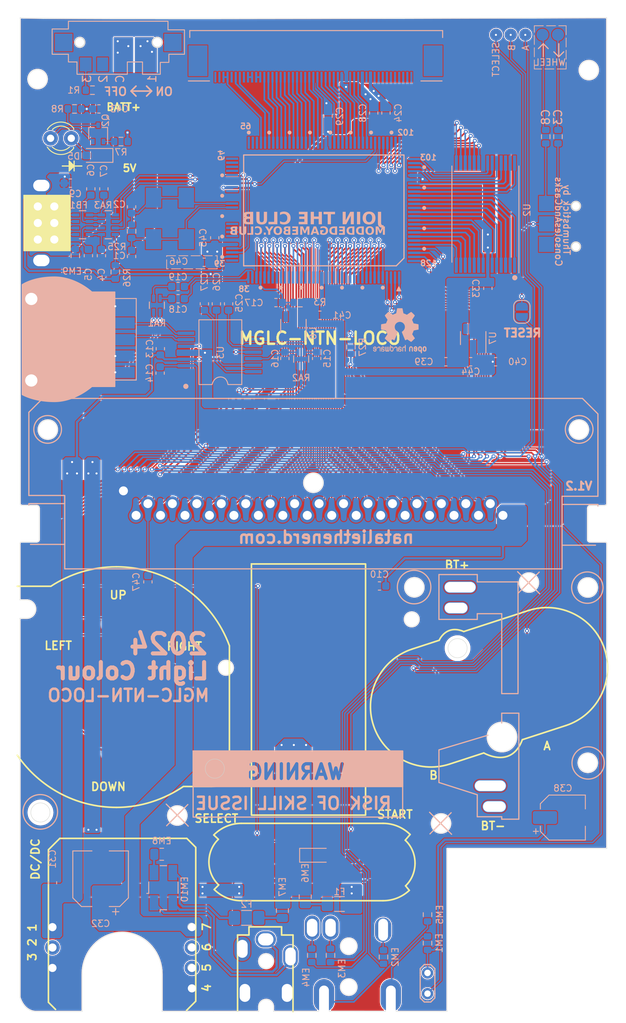
<source format=kicad_pcb>
(kicad_pcb (version 20241229) (generator "pcbnew") (generator_version "9.0")
  (layers (0 "F.Cu" signal) (2 "B.Cu" signal) (13 "F.Paste" user) (15 "B.Paste" user) (5 "F.SilkS" user "F.Silkscreen") (7 "B.SilkS" user "B.Silkscreen") (1 "F.Mask" user) (3 "B.Mask" user) (25 "Edge.Cuts" user))
  (net 0 "")
  (net 1 "Net-(BT1-+)")
  (net 2 "Net-(BT1--)")
  (net 3 "GND")
  (net 4 "Net-(U1A-XTAL1)")
  (net 5 "Net-(U1A-XTAL2)")
  (net 6 "Net-(RA3-R4.2)")
  (net 7 "Net-(RA3-R3.2)")
  (net 8 "Net-(RA3-R2.2)")
  (net 9 "Net-(RA3-R1.2)")
  (net 10 "+5V")
  (net 11 "VCC")
  (net 12 "Net-(RA2A-R1.1)")
  (net 13 "Net-(RA2B-R2.1)")
  (net 14 "/CGB_Sound/S02")
  (net 15 "Net-(RA1A-R1.1)")
  (net 16 "/CGB_Sound/S01")
  (net 17 "Net-(RA1B-R2.1)")
  (net 18 "+3V3")
  (net 19 "Net-(C38-Pad1)")
  (net 20 "Net-(EM10-Pad2)")
  (net 21 "Net-(D4-K)")
  (net 22 "Net-(D4-A)")
  (net 24 "Net-(P1-Pin_2)")
  (net 25 "Net-(RA2A-R1.2)")
  (net 26 "Net-(RA2B-R2.2)")
  (net 27 "Net-(EM6-Pad1)")
  (net 28 "Net-(EM7-Pad2)")
  (net 29 "Net-(EM10-Pad1)")
  (net 30 "Net-(EM10-Pad3)")
  (net 31 "Net-(EM10-Pad4)")
  (net 32 "Net-(P3-Pin_6)")
  (net 33 "/WR")
  (net 34 "/RD")
  (net 35 "/CS")
  (net 36 "/A0")
  (net 37 "/A1")
  (net 38 "/A2")
  (net 39 "/A3")
  (net 40 "/A4")
  (net 41 "/A5")
  (net 42 "/A6")
  (net 43 "/A7")
  (net 44 "/A8")
  (net 45 "/A9")
  (net 46 "/A10")
  (net 47 "/A11")
  (net 48 "/A12")
  (net 49 "Net-(P5-Pin_1)")
  (net 50 "Net-(P5-Pin_2)")
  (net 51 "Net-(P5-Pin_3)")
  (net 52 "Net-(P5-Pin_4)")
  (net 53 "Net-(P5-Pin_5)")
  (net 54 "Net-(Q2-C)")
  (net 55 "Net-(P2-VCOM-Pad11)")
  (net 56 "/CGB_Controls/P00")
  (net 57 "/CGB_Serial/SCLK")
  (net 58 "Net-(U1A-WR)")
  (net 59 "/CGB_Controls/P03")
  (net 60 "/CGB_Controls/P02")
  (net 61 "/CGB_Controls/P01")
  (net 62 "/CGB_Controls/P10")
  (net 72 "Net-(F1-Pad2)")
  (net 73 "/CGB_Screen/MOD")
  (net 74 "/CGB_Screen/SPS")
  (net 75 "/CGB_Screen/CLS")
  (net 76 "/CGB_Screen/SPL")
  (net 77 "/CGB_Screen/LDR0")
  (net 78 "/CGB_Screen/LDR1")
  (net 79 "/CGB_Screen/LDR2")
  (net 80 "/CGB_Screen/LDR3")
  (net 81 "/CGB_Screen/LDR4")
  (net 82 "/CGB_Screen/LDR5")
  (net 83 "/CGB_Screen/LDG0")
  (net 84 "/CGB_Screen/LDG1")
  (net 85 "/CGB_Screen/LDG2")
  (net 86 "/CGB_Screen/LDG3")
  (net 87 "/CGB_Screen/LDG4")
  (net 88 "/CGB_Screen/LDG5")
  (net 89 "/CGB_Screen/LDB0")
  (net 90 "/CGB_Screen/LDB1")
  (net 91 "/CGB_Screen/LDB2")
  (net 92 "/CGB_Screen/LDB3")
  (net 93 "/CGB_Screen/LDB4")
  (net 94 "/CGB_Screen/LDB5")
  (net 95 "/CGB_Screen/PS")
  (net 96 "/CGB_Screen/LP")
  (net 97 "/CGB_Screen/DCK")
  (net 98 "/CGB_Controls/P11")
  (net 99 "/CGB_Controls/P12")
  (net 100 "/CGB_Controls/P13")
  (net 101 "/A13")
  (net 102 "/A14")
  (net 103 "/A15")
  (net 104 "/D0")
  (net 105 "/D1")
  (net 106 "/D2")
  (net 107 "/D3")
  (net 108 "/D4")
  (net 109 "/D5")
  (net 110 "/D6")
  (net 111 "/D7")
  (net 112 "/VIN")
  (net 113 "Net-(R1-Pad2)")
  (net 114 "Net-(P2-VEE-Pad10)")
  (net 115 "Net-(RA1A-R1.2)")
  (net 116 "Net-(RA1B-R2.2)")
  (net 117 "/CGB_Serial/SOUT")
  (net 118 "/CGB_Serial/SIN")
  (net 119 "/CGB_Serial/R4")
  (net 121 "Net-(P2-TST3)")
  (net 122 "/CGB_Screen/V0")
  (net 123 "/CGB_Screen/V1")
  (net 124 "/CGB_Screen/V2")
  (net 125 "/CGB_Screen/V3")
  (net 126 "/CGB_Screen/V4")
  (net 127 "/CGB_Screen/V5")
  (net 128 "/CGB_Screen/V6")
  (net 129 "/CGB_Screen/V7")
  (net 130 "/CGB_Screen/V8")
  (net 131 "/CGB_Screen/V9")
  (net 133 "Net-(U1B-MA2)")
  (net 134 "Net-(U1B-MA1)")
  (net 135 "Net-(U1B-MA0)")
  (net 136 "Net-(U1B-MD0)")
  (net 137 "Net-(U1B-MD1)")
  (net 138 "Net-(U1B-MD2)")
  (net 139 "Net-(U1B-MD3)")
  (net 140 "Net-(U1B-MD4)")
  (net 141 "Net-(U1B-MD5)")
  (net 142 "Net-(U1B-MD6)")
  (net 143 "Net-(U1B-MD7)")
  (net 144 "Net-(U1B-CS1)")
  (net 145 "Net-(U1B-MA10)")
  (net 146 "Net-(U1B-MRD)")
  (net 147 "Net-(U1B-MA11)")
  (net 148 "Net-(U1B-MA9)")
  (net 149 "Net-(U1B-MA8)")
  (net 150 "Net-(U1B-RA0)")
  (net 151 "Net-(U1B-MWR)")
  (net 152 "Net-(U1B-RA1)")
  (net 153 "Net-(U1B-MA12)")
  (net 154 "Net-(U1B-MA7)")
  (net 155 "Net-(U1B-MA6)")
  (net 156 "Net-(U1B-MA5)")
  (net 157 "Net-(U1B-MA4)")
  (net 158 "Net-(U1B-MA3)")
  (net 160 "Net-(U3-SPKR)")
  (net 161 "Net-(U3-HPLBC)")
  (net 162 "Net-(U3-HPRBC)")
  (net 163 "Net-(U3-SPKBC)")
  (net 164 "Net-(U3-SW)")
  (net 165 "Net-(U3-RIN)")
  (net 166 "Net-(U3-LIN)")
  (net 167 "Net-(Q2-E)")
  (net 172 "/REVC")
  (net 175 "/R0")
  (net 176 "/R1")
  (net 177 "/R2")
  (net 178 "/R3")
  (net 179 "Net-(J1-Pin_2)")
  (net 180 "/CGB_Screen/Up")
  (net 181 "Net-(J1-Pin_4)")
  (net 182 "/CGB_Screen/Mid")
  (net 183 "/CGB_Screen/Down")
  (net 184 "/CGB_Serial/r4_out")
  (net 185 "/CGB_Serial/sout_out")
  (net 186 "/CGB_Serial/sin_out")
  (net 187 "/CGB_Serial/sclk_out")
  (net 188 "reset")
  (footprint "CGB:Select CGB" (layer "F.Cu") (at 123.75 131.26)
    (property "Reference" "SW8" (hide yes))
    (property "Value" "Select")
  )
  (footprint "POCO:DCJACK" (layer "F.Cu") (at 123.7 141.6)
    (property "Reference" "P4" (hide yes))
    (property "Value" "~" (hide yes))
    (fp_line (start -0.9 11.4) (end -0.9 11.972983) (stroke (width 0.05)) (layer "Edge.Cuts"))
    (fp_line (start 0.9 11.972983) (end 0.9 11.4) (stroke (width 0.05)) (layer "Edge.Cuts"))
    (fp_circle (center 0 5.80836) (end 0.9 5.80836) (stroke (width 0.05)) (fill no) (layer "Edge.Cuts"))
    (fp_curve (pts (xy 0 10.5) (xy -0.497056 10.5) (xy -0.9 10.902944) (xy -0.9 11.4)) (stroke (width 0.05)) (layer "Edge.Cuts"))
    (fp_curve (pts (xy 0.9 11.4) (xy 0.9 10.902944) (xy 0.497056 10.5) (xy 0 10.5)) (stroke (width 0.05)) (layer "Edge.Cuts"))
  )
  (footprint "CGB:Start CGB" (layer "F.Cu") (at 135.40965 131.193774)
    (property "Reference" "SW9" (hide yes))
    (property "Value" "Start")
  )
  (footprint "POCO:HPjack" (layer "F.Cu") (at 133.733875 141.778187)
    (property "Reference" "P5" (hide yes))
    (property "Value" "Conn_01x05" (hide yes))
    (fp_circle (center 0.1 3.8) (end 1.1 3.8) (stroke (width 0.05)) (fill no) (layer "Edge.Cuts"))
    (fp_circle (center 0.1 8.808705) (end 1.1 8.808705) (stroke (width 0.05)) (fill no) (layer "Edge.Cuts"))
  )
  (footprint "" (layer "F.Cu") (at 159.5 33.8)
    (property "Reference" "")
    (property "Value" "")
  )
  (footprint "CGB:AB CGB" (layer "F.Cu") (at 158.186705 109.717465)
    (property "Reference" "SW6" (hide yes))
    (property "Value" "A" (hide yes))
  )
  (footprint "LED_THT:LED_D3.0mm" (layer "F.Cu") (at 99.8 46.5 180)
    (property "Reference" "D4" (hide yes))
    (property "Value" "RED" (hide yes))
  )
  (footprint "POCO:DC" (layer "F.Cu") (at 105.896527 139.540187)
    (property "Reference" "U5" (hide yes))
    (property "Value" "DC-DC" (hide yes))
  )
  (footprint "" (layer "F.Cu") (at 157.6 33.8)
    (property "Reference" "")
    (property "Value" "")
  )
  (footprint "CGB:Dpad CGB" (layer "F.Cu") (at 103.05 114 -90)
    (property "Reference" "SW5" (hide yes))
    (property "Value" "Left" (hide yes))
  )
  (footprint "CGB:Dpad CGB" (layer "F.Cu") (at 105.8 116.65)
    (property "Reference" "SW3" (hide yes))
    (property "Value" "Down" (hide yes))
  )
  (footprint "CGB:Dpad CGB" (layer "F.Cu") (at 105.771062 111.147831 180)
    (property "Reference" "SW4" (hide yes))
    (property "Value" "Up" (hide yes))
  )
  (footprint "CGB:Cart CGB" (layer "F.Cu") (at 129.55 88.65)
    (property "Reference" "P1" (hide yes))
    (property "Value" "Cart Connector")
  )
  (footprint "CGB:Dpad CGB" (layer "F.Cu") (at 108.45 113.95 90)
    (property "Reference" "SW2" (hide yes))
    (property "Value" "Right" (hide yes))
  )
  (footprint "CGB:AB CGB" (layer "F.Cu") (at 144.231451 113.904706)
    (property "Reference" "SW7" (hide yes))
    (property "Value" "B" (hide yes))
  )
  (footprint "CGB:Battery CGB" (layer "F.Cu") (at 159.15 102.1)
    (property "Reference" "BT1" (hide yes))
    (property "Value" "Battery" (hide yes))
  )
  (footprint "CGB:Serial CGB" (layer "F.Cu") (at 95.732271 47.388941)
    (property "Reference" "P3" (hide yes))
    (property "Value" "Conn_01x06")
  )
  (footprint "Capacitor_SMD:CP_Elec_5x5.3" (layer "B.Cu") (at 160.1 129.8)
    (property "Reference" "C38")
    (property "Value" "100uF")
  )
  (footprint "Capacitor_SMD:C_0603_1608Metric" (layer "B.Cu") (at 137.6 101.4 180)
    (property "Reference" "C10")
    (property "Value" "10nF")
  )
  (footprint "Diode_SMD:D_SOD-323_HandSoldering" (layer "B.Cu") (at 129.8225 134.4225)
    (property "Reference" "D2" (hide yes))
    (property "Value" "1SS355")
  )
  (footprint "CGB:Crystal CGB" (layer "B.Cu") (at 111.833971 64.206687)
    (property "Reference" "X1" (hide yes))
    (property "Value" "Crystal_Small" (hide yes))
  )
  (footprint "Resistor_SMD:R_Array_Concave_4x0603" (layer "B.Cu") (at 101.189526 57.1 180)
    (property "Reference" "FB1")
    (property "Value" "4W601")
  )
  (footprint "Resistor_SMD:R_Array_Concave_2x0603" (layer "B.Cu") (at 128 73.573497 -90)
    (property "Reference" "RA2")
    (property "Value" "R_Pack02_SIP_Split")
  )
  (footprint "Capacitor_SMD:C_0603_1608Metric" (layer "B.Cu") (at 117.4 58.7 -90)
    (property "Reference" "C45")
    (property "Value" "10nF")
  )
  (footprint "Resistor_SMD:R_0603_1608Metric" (layer "B.Cu") (at 100.3 60.9 -90)
    (property "Reference" "EM9")
    (property "Value" "BLM11B102S")
  )
  (footprint "Capacitor_SMD:C_0603_1608Metric" (layer "B.Cu") (at 136.9 43.4 -90)
    (property "Reference" "C28")
    (property "Value" "100nF")
  )
  (footprint "CGB:Screen CGB" (layer "B.Cu") (at 128.851002 29.79208 180)
    (property "Reference" "P2" (hide yes))
    (property "Value" "~")
  )
  (footprint "Capacitor_SMD:C_0603_1608Metric" (layer "B.Cu") (at 112.9 66.173497 180)
    (property "Reference" "C18")
    (property "Value" "1uF")
  )
  (footprint "Resistor_SMD:R_0603_1608Metric" (layer "B.Cu") (at 107.2 57.9 -90)
    (property "Reference" "R25")
    (property "Value" "1.5M")
  )
  (footprint "Symbol:OSHW-Logo2_7.3x6mm_SilkScreen" (layer "B.Cu") (at 140.1 70.1 180)
    (property "Reference" "REF**" (hide yes))
    (property "Value" "OSHW-Logo2_7.3x6mm_SilkScreen" (hide yes))
  )
  (footprint "TestPoint:TestPoint_2Pads_Pitch2.54mm_Drill0.8mm" (layer "B.Cu") (at 143.5 148.85 -90)
    (property "Reference" "SP1" (hide yes))
    (property "Value" "Speaker" (hide yes))
  )
  (footprint "Resistor_SMD:R_0603_1608Metric" (layer "B.Cu") (at 105.2 62.9 90)
    (property "Reference" "R26")
    (property "Value" "5.6K")
  )
  (footprint "Capacitor_SMD:C_0603_1608Metric" (layer "B.Cu") (at 145.75 73.9)
    (property "Reference" "C39")
    (property "Value" "1uF")
  )
  (footprint "CGB:Switch CGB" (layer "B.Cu") (at 94.301529 34.65085 -90)
    (property "Reference" "SW1" (hide yes))
    (property "Value" "~")
  )
  (footprint "Capacitor_SMD:C_0603_1608Metric" (layer "B.Cu") (at 107.2 54.9 90)
    (property "Reference" "C2")
    (property "Value" "27pF")
  )
  (footprint "Capacitor_SMD:C_0603_1608Metric" (layer "B.Cu") (at 103.8 52.7 90)
    (property "Reference" "C7")
    (property "Value" "100pF")
  )
  (footprint "Capacitor_SMD:C_0603_1608Metric" (layer "B.Cu") (at 148.8 73.9 180)
    (property "Reference" "C44")
    (property "Value" "100nF")
  )
  (footprint "CGB:CPU CGB" (layer "B.Cu") (at 131.033924 49.595 180)
    (property "Reference" "U1" (hide yes))
    (property "Value" "CGB CPU")
  )
  (footprint "Package_TO_SOT_SMD:SOT-23-5" (layer "B.Cu") (at 149.1 71 90)
    (property "Reference" "U7")
    (property "Value" "~")
  )
  (footprint "CGB:Amp MGB" (layer "B.Cu") (at 118.105022 66.018497 180)
    (property "Reference" "U3")
    (property "Value" "MGB AMP")
  )
  (footprint "" (layer "B.Cu") (at 155.5 33.8 180)
    (property "Reference" "")
    (property "Value" "")
  )
  (footprint "Fuse:Fuse_1206_3216Metric_Pad1.42x1.75mm_HandSolder" (layer "B.Cu") (at 121.3 142.1)
    (property "Reference" "F2")
    (property "Value" "ICP-S1.0TN")
  )
  (footprint "Resistor_SMD:R_0603_1608Metric" (layer "B.Cu") (at 138.1 146.9 90)
    (property "Reference" "EM2")
    (property "Value" "BLM11B102S")
  )
  (footprint "customsym:Thumbwheel toggle switch" (layer "B.Cu") (at 167.6 57.2 90)
    (property "Reference" "J1" (hide yes))
    (property "Value" "Conn_01x04")
    (fp_circle (center 2.4 -5.9) (end 2.95 -5.9) (stroke (width 0.12)) (fill no) (layer "Edge.Cuts"))
    (fp_circle (center -2.58287 -5.9) (end -2.03287 -5.9) (stroke (width 0.12)) (fill no) (layer "Edge.Cuts"))
  )
  (footprint "Resistor_SMD:R_0603_1608Metric" (layer "B.Cu") (at 105.9 46.9)
    (property "Reference" "R7")
    (property "Value" "750")
  )
  (footprint "Capacitor_SMD:C_0603_1608Metric" (layer "B.Cu") (at 124.9 66.648497 180)
    (property "Reference" "C17")
    (property "Value" "1uF")
  )
  (footprint "Diode_SMD:D_SOD-323_HandSoldering" (layer "B.Cu") (at 102.9 48.6 180)
    (property "Reference" "D5")
    (property "Value" "1SS355")
  )
  (footprint "Resistor_SMD:R_0603_1608Metric" (layer "B.Cu") (at 131.6 146.7 90)
    (property "Reference" "EM3")
    (property "Value" "BLM11B102S")
  )
  (footprint "Resistor_SMD:R_0805_2012Metric" (layer "B.Cu") (at 128.5 139.5 90)
    (property "Reference" "EM6")
    (property "Value" "BLM21PG221SG")
  )
  (footprint "Resistor_SMD:R_0603_1608Metric" (layer "B.Cu") (at 143.5 141.7 -90)
    (property "Reference" "EM5")
    (property "Value" "BLM11B102S")
  )
  (footprint "Capacitor_SMD:C_0603_1608Metric" (layer "B.Cu") (at 107.2 61 90)
    (property "Reference" "C1")
    (property "Value" "18pF")
  )
  (footprint "" (layer "B.Cu") (at 151.91 33.81 180)
    (property "Reference" "")
    (property "Value" "")
  )
  (footprint "Resistor_SMD:R_0603_1608Metric" (layer "B.Cu") (at 159.5 46.3 -90)
    (property "Reference" "C3")
    (property "Value" "27pF")
  )
  (footprint "Capacitor_SMD:C_0603_1608Metric" (layer "B.Cu") (at 129.9 73.5 -90)
    (property "Reference" "C15")
    (property "Value" "47nF")
  )
  (footprint "Capacitor_SMD:C_0603_1608Metric" (layer "B.Cu") (at 97.5 137.8 90)
    (property "Reference" "C31")
    (property "Value" "4.7uF")
  )
  (footprint "Capacitor_SMD:CP_Elec_6.3x5.4" (layer "B.Cu") (at 103.4 137.3 90)
    (property "Reference" "C32")
    (property "Value" "100uF")
  )
  (footprint "Capacitor_SMD:C_0603_1608Metric" (layer "B.Cu") (at 102.2 52.7 90)
    (property "Reference" "C6")
    (property "Value" "100pF")
  )
  (footprint "Capacitor_SMD:C_0603_1608Metric" (layer "B.Cu") (at 103.2 42.9)
    (property "Reference" "C43")
    (property "Value" "100nF")
  )
  (footprint "Capacitor_SMD:C_0603_1608Metric" (layer "B.Cu") (at 151.85 73.9 180)
    (property "Reference" "C40")
    (property "Value" "100nF")
  )
  (footprint "" (layer "B.Cu") (at 153.7 33.8 180)
    (property "Reference" "")
    (property "Value" "")
  )
  (footprint "Resistor_SMD:R_0603_1608Metric" (layer "B.Cu") (at 100.2 42.9 180)
    (property "Reference" "R8")
    (property "Value" "47K")
  )
  (footprint "Crystal:Crystal_SMD_EuroQuartz_MJ-4Pin_5.0x3.2mm" (layer "B.Cu") (at 111.1 138.4 90)
    (property "Reference" "EM10")
    (property "Value" "ACM4532-801-2P")
  )
  (footprint "Capacitor_SMD:C_0603_1608Metric" (layer "B.Cu") (at 109.2 100.9 -90)
    (property "Reference" "C47")
    (property "Value" "150pF")
  )
  (footprint "Capacitor_SMD:C_0603_1608Metric" (layer "B.Cu") (at 131.3 43.8 90)
    (property "Reference" "C29")
    (property "Value" "10nF")
  )
  (footprint "Jumper:SolderJumper-2_P1.3mm_Open_RoundedPad1.0x1.5mm" (layer "B.Cu") (at 155.07 67.78 90)
    (property "Reference" "JP1" (hide yes))
    (property "Value" "Jumper_2_Open")
  )
  (footprint "Capacitor_SMD:C_0603_1608Metric" (layer "B.Cu") (at 110.7 75.3 -90)
    (property "Reference" "C14")
    (property "Value" "47nF")
  )
  (footprint "Resistor_SMD:R_0603_1608Metric" (layer "B.Cu") (at 158 46.3 -90)
    (property "Reference" "C8")
    (property "Value" "27pF")
  )
  (footprint "" (layer "B.Cu") (at 155.5 33.8 180)
    (property "Reference" "")
    (property "Value" "")
  )
  (footprint "Capacitor_SMD:C_0603_1608Metric" (layer "B.Cu") (at 119.1 66.8 -90)
    (property "Reference" "C25")
    (property "Value" "1uF")
  )
  (footprint "Capacitor_SMD:C_0603_1608Metric" (layer "B.Cu") (at 150.9 64.9 -90)
    (property "Reference" "C33")
    (property "Value" "10nF")
  )
  (footprint "Resistor_SMD:R_0603_1608Metric" (layer "B.Cu") (at 102.4 40.6 180)
    (property "Reference" "R1")
    (property "Value" "750")
  )
  (footprint "Capacitor_SMD:C_0603_1608Metric" (layer "B.Cu") (at 103.5 60.9 -90)
    (property "Reference" "C4")
    (property "Value" "22pF")
  )
  (footprint "Package_TO_SOT_SMD:SOT-323_SC-70" (layer "B.Cu") (at 103.1 45.9 90)
    (property "Reference" "Q2")
    (property "Value" "2SC4081")
  )
  (footprint "CGB:Volume wheel CGB" (layer "B.Cu") (at 101.25 60.3 180)
    (property "Reference" "VR1" (hide yes))
    (property "Value" "Conn_01x05" (hide yes))
  )
  (footprint "Resistor_SMD:R_Array_Concave_2x0603" (layer "B.Cu") (at 110.3 66.973497 -90)
    (property "Reference" "RA1")
    (property "Value" "R_Pack02_SIP_Split")
  )
  (footprint "Resistor_SMD:R_0603_1608Metric" (layer "B.Cu") (at 134.1 72.1 90)
    (property "Reference" "R27")
    (property "Value" "100R")
  )
  (footprint "Capacitor_SMD:C_0603_1608Metric" (layer "B.Cu") (at 110.728707 72.3 90)
    (property "Reference" "C13")
    (property "Value" "10nF")
  )
  (footprint "Capacitor_SMD:C_0603_1608Metric" (layer "B.Cu") (at 138.4 43.4 -90)
    (property "Reference" "C24")
    (property "Value" "100nF")
  )
  (footprint "Resistor_SMD:R_Array_Concave_4x0603" (layer "B.Cu") (at 104.35 57.1 180)
    (property "Reference" "RA3")
    (property "Value" "270")
  )
  (footprint "Fuse:Fuse_1206_3216Metric_Pad1.42x1.75mm_HandSolder" (layer "B.Cu") (at 132.7 140.4)
    (property "Reference" "F1")
    (property "Value" "ICP-S1.0TN")
  )
  (footprint "" (layer "B.Cu") (at 153.71 33.8 180)
    (property "Reference" "")
    (property "Value" "")
  )
  (footprint "Resistor_SMD:R_0603_1608Metric" (layer "B.Cu") (at 127.9 66.648497 180)
    (property "Reference" "R3")
    (property "Value" "18K")
  )
  (footprint "Capacitor_SMD:C_0603_1608Metric" (layer "B.Cu") (at 101.9 60.9 -90)
    (property "Reference" "C5")
    (property "Value" "100pF")
  )
  (footprint "Resistor_SMD:R_0603_1608Metric" (layer "B.Cu") (at 129.3 146.7 90)
    (property "Reference" "EM4")
    (property "Value" "BLM11B102S")
  )
  (footprint "Package_SO:TSOP-I-28_11.8x8mm_P0.55mm" (layer "B.Cu") (at 150.6 55.8 90)
    (property "Reference" "U2")
    (property "Value" "~")
  )
  (footprint "Resistor_SMD:R_0805_2012Metric" (layer "B.Cu") (at 110.9 134.3 180)
    (property "Reference" "EM8")
    (property "Value" "BLM21PG221SG")
  )
  (footprint "Capacitor_SMD:C_0603_1608Metric" (layer "B.Cu") (at 130.3 68.2 180)
    (property "Reference" "C41")
    (property "Value" "10nF")
  )
  (footprint "Resistor_SMD:R_0805_2012Metric" (layer "B.Cu") (at 125.7 141.2 -90)
    (property "Reference" "EM7")
    (property "Value" "BLM21PG221SG")
  )
  (footprint "Capacitor_SMD:C_0603_1608Metric" (layer "B.Cu") (at 117.6 66.8 -90)
    (property "Reference" "C26")
    (property "Value" "1uF")
  )
  (footprint "Capacitor_SMD:C_0603_1608Metric" (layer "B.Cu") (at 126 73.5 -90)
    (property "Reference" "C16")
    (property "Value" "47nF")
  )
  (footprint "Capacitor_SMD:C_0603_1608Metric" (layer "B.Cu") (at 116.1 61.7 180)
    (property "Reference" "C46")
    (property "Value" "~")
  )
  (footprint "Capacitor_SMD:C_0603_1608Metric" (layer "B.Cu") (at 116.128707 66.8 -90)
    (property "Reference" "C27")
    (property "Value" "1uF")
  )
  (footprint "Package_TO_SOT_SMD:SOT-23-5" (layer "B.Cu") (at 127.05 69.510997 90)
    (property "Reference" "U6")
    (property "Value" "PST9135N")
  )
  (footprint "" (layer "B.Cu") (at 151.9 33.8 180)
    (property "Reference" "")
    (property "Value" "")
  )
  (footprint "Resistor_SMD:R_0603_1608Metric" (layer "B.Cu") (at 143.5 145.2 90)
    (property "Reference" "EM1")
    (property "Value" "BLM11B102S")
  )
  (footprint "Capacitor_SMD:C_0603_1608Metric" (layer "B.Cu") (at 99.7 52)
    (property "Reference" "C9")
    (property "Value" "10nF")
  )
  (footprint "Capacitor_SMD:C_0603_1608Metric" (layer "B.Cu") (at 112.9 64.673497 180)
    (property "Reference" "C19")
    (property "Value" "1uF")
  )
  (gr_line (start 121.6 144.2) (end 121.6 143.2) (stroke (width 0.2)) (layer "F.SilkS"))
  (gr_line (start 100.15 49.3) (end 100.15 50.5) (stroke (width 0.15)) (layer "F.SilkS"))
  (gr_line (start 98.392797 132.354356) (end 113.973779 132.354356) (stroke (width 0.2)) (layer "F.SilkS"))
  (gr_curve (pts (xy 141.621649 109.133673) (xy 137.742569 110.394511) (xy 135.600372 114.599899) (xy 136.86121 118.478978)) (stroke (width 0.2)) (layer "F.SilkS"))
  (gr_line (start 115.071271 133.451848) (end 115.071271 152.316982) (stroke (width 0.2)) (layer "F.SilkS"))
  (gr_line (start 115.071271 152.316982) (end 113.952912 153.43534) (stroke (width 0.2)) (layer "F.SilkS"))
  (gr_line (start 99.6 49.9) (end 99.8 50.1) (stroke (width 0.15)) (layer "F.SilkS"))
  (gr_line (start 100.7 49.9) (end 101.1 49.9) (stroke (width 0.15)) (layer "F.SilkS"))
  (gr_line (start 99.7 50) (end 99.7 49.7) (stroke (width 0.15)) (layer "F.SilkS"))
  (gr_curve (pts (xy 120.663574 139.995774) (xy 119.368676 139.995774) (xy 118.190621 139.469983) (xy 117.332361 138.621355)) (stroke (width 0.2)) (layer "F.SilkS"))
  (gr_line (start 98.7 49.9) (end 100.7 49.9) (stroke (width 0.15)) (layer "F.SilkS"))
  (gr_line (start 120.2 153.5) (end 120.2 144.2) (stroke (width 0.2)) (layer "F.SilkS"))
  (gr_curve (pts (xy 105.343226 128.551869) (xy 100.298582 128.551869) (xy 95.845367 126.019661) (xy 93.18531 122.156972)) (stroke (width 0.2)) (layer "F.SilkS"))
  (gr_line (start 99.55 50.5) (end 100.05 50) (stroke (width 0.15)) (layer "F.SilkS"))
  (gr_curve (pts (xy 97.297068 101.434334) (xy 99.611097 99.925589) (xy 102.374768 99.048789) (xy 105.343226 99.048789)) (stroke (width 0.2)) (layer "F.SilkS"))
  (gr_line (start 146.206519 123.239431) (end 150.400859 121.876122) (stroke (width 0.2)) (layer "F.SilkS"))
  (gr_line (start 165.225463 109.16856) (end 165.225459 109.168545) (stroke (width 0.09)) (layer "F.SilkS"))
  (gr_line (start 97 152.452846) (end 97 133.747154) (stroke (width 0.2)) (layer "F.SilkS"))
  (gr_curve (pts (xy 150.400859 121.876122) (xy 150.400859 121.876122) (xy 153.795609 123.879925) (xy 155.126739 120.248996)) (stroke (width 0.2)) (layer "F.SilkS"))
  (gr_line (start 99.8 50.1) (end 99.7 50.2) (stroke (width 0.15)) (layer "F.SilkS"))
  (gr_line (start 100.1 50) (end 99.7 50) (stroke (width 0.15)) (layer "F.SilkS"))
  (gr_curve (pts (xy 141.263665 138.727383) (xy 140.416157 139.513559) (xy 139.283237 139.995774) (xy 138.043158 139.995774)) (stroke (width 0.2)) (layer "F.SilkS"))
  (gr_line (start 155.880154 104.408106) (end 147.942742 106.988046) (stroke (width 0.2)) (layer "F.SilkS"))
  (gr_curve (pts (xy 140.763463 132.577295) (xy 141.498932 133.252452) (xy 141.966216 134.263533) (xy 141.966216 135.393557)) (stroke (width 0.2)) (layer "F.SilkS"))
  (gr_curve (pts (xy 113.554812 125.988024) (xy 111.207571 127.563731) (xy 108.382754 128.551869) (xy 105.343226 128.551869)) (stroke (width 0.2)) (layer "F.SilkS"))
  (gr_line (start 99.6 50.3) (end 99.6 49.5) (stroke (width 0.15)) (layer "F.SilkS"))
  (gr_curve (pts (xy 136.861214 118.478992) (xy 138.122053 122.358072) (xy 142.32744 124.500269) (xy 146.206519 123.239431)) (stroke (width 0.2)) (layer "F.SilkS"))
  (gr_curve (pts (xy 117.887804 138.059647) (xy 117.152335 137.38449) (xy 116.685051 136.373409) (xy 116.685051 135.243385)) (stroke (width 0.2)) (layer "F.SilkS"))
  (gr_line (start 138.043158 139.995774) (end 120.663574 139.995774) (stroke (width 0.2)) (layer "F.SilkS"))
  (gr_curve (pts (xy 119.199645 123.763502) (xy 119.199645 123.763502) (xy 119.536694 125.990972) (xy 116.972175 125.990972)) (stroke (width 0.2)) (layer "F.SilkS"))
  (gr_curve (pts (xy 165.225459 109.168545) (xy 163.964621 105.289466) (xy 159.759234 103.147268) (xy 155.880154 104.408106)) (stroke (width 0.2)) (layer "F.SilkS"))
  (gr_curve (pts (xy 105.343226 99.048789) (xy 111.708108 99.048789) (xy 117.131486 103.079849) (xy 119.199645 108.728253)) (stroke (width 0.2)) (layer "F.SilkS"))
  (gr_rect (start 121.9 98.7) (end 135.9 129.5) (stroke (width 0.2)) (fill no) (layer "F.SilkS"))
  (gr_line (start 125.6 143.2) (end 125.6 144.2) (stroke (width 0.2)) (layer "F.SilkS"))
  (gr_line (start 155.126739 120.248996) (end 160.465024 118.513864) (stroke (width 0.2)) (layer "F.SilkS"))
  (gr_line (start 97 133.747154) (end 98.392797 132.354356) (stroke (width 0.2)) (layer "F.SilkS"))
  (gr_line (start 97.870103 153.32295) (end 97 152.452846) (stroke (width 0.2)) (layer "F.SilkS"))
  (gr_line (start 100.15 49.9) (end 99.55 49.3) (stroke (width 0.15)) (layer "F.SilkS"))
  (gr_curve (pts (xy 116.685051 135.243385) (xy 116.685051 134.134946) (xy 117.134654 133.14095) (xy 117.845954 132.466179)) (stroke (width 0.2)) (layer "F.SilkS"))
  (gr_line (start 120.2 144.2) (end 121.6 144.2) (stroke (width 0.2)) (layer "F.SilkS"))
  (gr_line (start 99.6 49.5) (end 100.1 50) (stroke (width 0.15)) (layer "F.SilkS"))
  (gr_line (start 93.185423 101.434334) (end 97.297068 101.434334) (stroke (width 0.2)) (layer "F.SilkS"))
  (gr_line (start 113.973779 132.354356) (end 115.071271 133.451848) (stroke (width 0.2)) (layer "F.SilkS"))
  (gr_curve (pts (xy 147.942742 106.988046) (xy 145.757394 106.063997) (xy 144.931625 108.057814) (xy 144.931625 108.057814)) (stroke (width 0.2)) (layer "F.SilkS"))
  (gr_line (start 144.931625 108.057814) (end 141.621649 109.133673) (stroke (width 0.2)) (layer "F.SilkS"))
  (gr_line (start 121.6 143.2) (end 125.6 143.2) (stroke (width 0.2)) (layer "F.SilkS"))
  (gr_curve (pts (xy 117.27999 131.934753) (xy 118.142376 131.055312) (xy 119.342135 130.507746) (xy 120.663574 130.507746)) (stroke (width 0.2)) (layer "F.SilkS"))
  (gr_curve (pts (xy 160.465024 118.513864) (xy 164.344104 117.253026) (xy 166.486301 113.047639) (xy 165.225463 109.16856)) (stroke (width 0.2)) (layer "F.SilkS"))
  (gr_line (start 99.55 49.3) (end 99.55 50.5) (stroke (width 0.15)) (layer "F.SilkS"))
  (gr_line (start 119.199645 108.728253) (end 119.199645 123.763502) (stroke (width 0.2)) (layer "F.SilkS"))
  (gr_line (start 120.663574 130.507746) (end 138.043158 130.507746) (stroke (width 0.2)) (layer "F.SilkS"))
  (gr_curve (pts (xy 141.966216 135.393557) (xy 141.966216 136.501996) (xy 141.516613 137.495992) (xy 140.805313 138.170763)) (stroke (width 0.2)) (layer "F.SilkS"))
  (gr_line (start 140.805313 138.170763) (end 141.263665 138.727383) (stroke (width 0.2)) (layer "F.SilkS"))
  (gr_line (start 99.7 49.7) (end 99.9 49.9) (stroke (width 0.15)) (layer "F.SilkS"))
  (gr_line (start 136.86121 118.478978) (end 136.861214 118.478992) (stroke (width 0.09)) (layer "F.SilkS"))
  (gr_line (start 117.332361 138.621355) (end 117.887804 138.059647) (stroke (width 0.2)) (layer "F.SilkS"))
  (gr_line (start 116.972175 125.990972) (end 113.554812 125.988049) (stroke (width 0.2)) (layer "F.SilkS"))
  (gr_line (start 117.845954 132.466179) (end 117.27999 131.934753) (stroke (width 0.2)) (layer "F.SilkS"))
  (gr_line (start 99.7 50.2) (end 99.7 50) (stroke (width 0.15)) (layer "F.SilkS"))
  (gr_line (start 141.364839 131.872765) (end 140.76347 132.577301) (stroke (width 0.2)) (layer "F.SilkS"))
  (gr_line (start 125.6 144.2) (end 127 144.2) (stroke (width 0.2)) (layer "F.SilkS"))
  (gr_line (start 127 144.2) (end 127 153.6) (stroke (width 0.2)) (layer "F.SilkS"))
  (gr_curve (pts (xy 138.043158 130.507746) (xy 139.333269 130.507746) (xy 140.507399 131.029656) (xy 141.364839 131.872765)) (stroke (width 0.2)) (layer "F.SilkS"))
  (gr_circle (center 113.855022 76.918497) (end 114.1 76.918497) (stroke (width 0.15)) (fill yes) (layer "B.SilkS"))
  (gr_line (start 160 99.3) (end 160 90.4) (stroke (width 0.15)) (layer "B.SilkS"))
  (gr_circle (center 163.1 101.6) (end 161.739836 100.239836) (stroke (width 0.15)) (fill no) (layer "B.SilkS"))
  (gr_rect (start 133.448336 122.742125) (end 134.25786 125.342125) (stroke (width 0.15)) (fill yes) (layer "B.SilkS"))
  (gr_line (start 164.4 90.4) (end 164.4 80.3) (stroke (width 0.15)) (layer "B.SilkS"))
  (gr_line (start 154.6 100.9) (end 149.6 100.9) (stroke (width 0.15)) (layer "B.SilkS"))
  (gr_line (start 154.7 117) (end 152.6 117) (stroke (width 0.15)) (layer "B.SilkS"))
  (gr_line (start 107.13 40.71) (end 109.65 40.71) (stroke (width 0.2)) (layer "B.SilkS"))
  (gr_line (start 159.6 36.5) (end 159.6 34.9) (stroke (width 0.15)) (layer "B.SilkS"))
  (gr_line (start 144.9 105.5) (end 149.6 105.5) (stroke (width 0.15)) (layer "B.SilkS"))
  (gr_line (start 149.6 100.9) (end 149.6 100) (stroke (width 0.15)) (layer "B.SilkS"))
  (gr_line (start 94.6 90.3) (end 98.9 90.3) (stroke (width 0.15)) (layer "B.SilkS"))
  (gr_line (start 159.6 36.5) (end 160.2 35.9) (stroke (width 0.15)) (layer "B.SilkS"))
  (gr_line (start 152.6 129.7) (end 149.6 129.7) (stroke (width 0.15)) (layer "B.SilkS"))
  (gr_line (start 149.6 104.8) (end 152.6 104.8) (stroke (width 0.15)) (layer "B.SilkS"))
  (gr_line (start 160 96.4) (end 164.1 96.4) (stroke (width 0.15)) (layer "B.SilkS"))
  (gr_line (start 146.4 129.2) (end 143.8 131.8) (stroke (width 0.15)) (layer "B.SilkS"))
  (gr_line (start 144.9 100) (end 144.9 105.5) (stroke (width 0.15)) (layer "B.SilkS"))
  (gr_circle (center 154.2 63.6) (end 154.444978 63.6) (stroke (width 0.15)) (fill yes) (layer "B.SilkS"))
  (gr_line (start 109.65 40.71) (end 109.04 41.32) (stroke (width 0.2)) (layer "B.SilkS"))
  (gr_line (start 107.13 40.71) (end 107.74 41.32) (stroke (width 0.2)) (layer "B.SilkS"))
  (gr_line (start 144.9 121.5) (end 150.9 119.7) (stroke (width 0.15)) (layer "B.SilkS"))
  (gr_line (start 162.5 78.4) (end 96.7 78.4) (stroke (width 0.15)) (layer "B.SilkS"))
  (gr_line (start 146.45 131.85) (end 143.75 129.15) (stroke (width 0.15)) (layer "B.SilkS"))
  (gr_rect (start 121 122.642125) (end 121.348336 125.342125) (stroke (width 0.15)) (fill yes) (layer "B.SilkS"))
  (gr_line (start 99 91.3) (end 94.6 91.3) (stroke (width 0.15)) (layer "B.SilkS"))
  (gr_line (start 157.7 34.9) (end 157.1 35.5) (stroke (width 0.15)) (layer "B.SilkS"))
  (gr_rect (start 114.809524 121.642125) (end 121 126) (stroke (width 0.15)) (fill yes) (layer "B.SilkS"))
  (gr_circle (center 163.2 123.1) (end 161.8 121.7) (stroke (width 0.15)) (fill no) (layer "B.SilkS"))
  (gr_line (start 159.6 36.5) (end 159 35.9) (stroke (width 0.15)) (layer "B.SilkS"))
  (gr_circle (center 141.853201 101.534061) (end 140.4 100.08086) (stroke (width 0.15)) (fill no) (layer "B.SilkS"))
  (gr_line (start 157.7 34.9) (end 158.3 35.5) (stroke (width 0.15)) (layer "B.SilkS"))
  (gr_line (start 157.25 102.35) (end 154.55 99.65) (stroke (width 0.15)) (layer "B.SilkS"))
  (gr_line (start 152.6 104.8) (end 152.6 114.6) (stroke (width 0.15)) (layer "B.SilkS"))
  (gr_rect (start 134.25786 121.642125) (end 140.448336 126) (stroke (width 0.15)) (fill yes) (layer "B.SilkS"))
  (gr_line (start 152.6 130) (end 152.6 129.7) (stroke (width 0.15)) (layer "B.SilkS"))
  (gr_line (start 152.6 117) (end 152.6 118.2) (stroke (width 0.15)) (layer "B.SilkS"))
  (gr_line (start 149.6 127) (end 144.9 125.5) (stroke (width 0.15)) (layer "B.SilkS"))
  (gr_line (start 152.6 114.6) (end 154.6 114.6) (stroke (width 0.15)) (layer "B.SilkS"))
  (gr_line (start 99 99.3) (end 160 99.3) (stroke (width 0.15)) (layer "B.SilkS"))
  (gr_line (start 154.7 130) (end 152.6 130) (stroke (width 0.15)) (layer "B.SilkS"))
  (gr_line (start 99 96.3) (end 99 99.3) (stroke (width 0.15)) (layer "B.SilkS"))
  (gr_line (start 149.6 105.5) (end 149.6 104.8) (stroke (width 0.15)) (layer "B.SilkS"))
  (gr_line (start 154.7 117) (end 154.7 130) (stroke (width 0.15)) (layer "B.SilkS"))
  (gr_line (start 109.65 40.71) (end 109.04 40.1) (stroke (width 0.2)) (layer "B.SilkS"))
  (gr_line (start 94.6 80.1) (end 96.7 78) (stroke (width 0.15)) (layer "B.SilkS"))
  (gr_line (start 94.6 80.1) (end 94.6 90.3) (stroke (width 0.15)) (layer "B.SilkS"))
  (gr_line (start 114.1 128.2) (end 111.5 130.8) (stroke (width 0.15)) (layer "B.SilkS"))
  (gr_rect (start 120.648336 121.642125) (end 134.25786 122.742125) (stroke (width 0.15)) (fill yes) (layer "B.SilkS"))
  (gr_line (start 164.4 80.3) (end 162.5 78.4) (stroke (width 0.15)) (layer "B.SilkS"))
  (gr_line (start 154.6 114.5) (end 154.6 100.9) (stroke (width 0.15)) (layer "B.SilkS"))
  (gr_circle (center 162.1 82.2) (end 160.9 81) (stroke (width 0.15)) (fill no) (layer "B.SilkS"))
  (gr_line (start 164.4 91.4) (end 164.4 91.6) (stroke (width 0.15)) (layer "B.SilkS"))
  (gr_line (start 94.6 91.3) (end 94.6 91.5) (stroke (width 0.15)) (layer "B.SilkS"))
  (gr_line (start 114.15 130.85) (end 111.45 128.15) (stroke (width 0.15)) (layer "B.SilkS"))
  (gr_line (start 160 91.4) (end 164.4 91.4) (stroke (width 0.15)) (layer "B.SilkS"))
  (gr_line (start 94.8 96.3) (end 99 96.3) (stroke (width 0.15)) (layer "B.SilkS"))
  (gr_line (start 99 96.3) (end 99 90.3) (stroke (width 0.15)) (layer "B.SilkS"))
  (gr_circle (center 96.902944 82.2) (end 95.702944 81) (stroke (width 0.15)) (fill no) (layer "B.SilkS"))
  (gr_line (start 157.7 34.9) (end 157.7 36.5) (stroke (width 0.15)) (layer "B.SilkS"))
  (gr_line (start 107.13 40.71) (end 107.74 40.1) (stroke (width 0.2)) (layer "B.SilkS"))
  (gr_line (start 160 90.4) (end 164.4 90.4) (stroke (width 0.15)) (layer "B.SilkS"))
  (gr_rect (start 156.6 32.7) (end 160.5 38) (stroke (width 0.1) (type dash)) (fill no) (layer "B.SilkS"))
  (gr_rect (start 114.748336 121.642125) (end 140.448336 129.742125) (stroke (width 0.15)) (fill no) (layer "B.SilkS"))
  (gr_rect (start 111.5 60.9) (end 117.7 62.5) (stroke (width 0.1) (type dash)) (fill no) (layer "B.SilkS"))
  (gr_line (start 149.6 129.7) (end 149.6 127) (stroke (width 0.15)) (layer "B.SilkS"))
  (gr_rect (start 121 125.342125) (end 134.448336 126) (stroke (width 0.15)) (fill yes) (layer "B.SilkS"))
  (gr_line (start 144.9 125.5) (end 144.9 121.5) (stroke (width 0.15)) (layer "B.SilkS"))
  (gr_line (start 149.6 100) (end 144.9 100) (stroke (width 0.15)) (layer "B.SilkS"))
  (gr_circle (center 96 129.1) (end 94.5 127.6) (stroke (width 0.15)) (fill no) (layer "B.SilkS"))
  (gr_line (start 157.2 99.7) (end 154.6 102.3) (stroke (width 0.15)) (layer "B.SilkS"))
  (gr_circle (center 114.518948 145.682874) (end 114.984593 145.682874) (stroke (width 0.05)) (fill no) (layer "Edge.Cuts"))
  (gr_line (start 165.5 133.603044) (end 165.51142 96.214144) (stroke (width 0.05)) (layer "Edge.Cuts"))
  (gr_curve (pts (xy 163.491987 91.54609) (xy 163.845815 91.54609) (xy 165.227715 91.54609) (xy 165.227715 91.54609)) (stroke (width 0.05)) (layer "Edge.Cuts"))
  (gr_curve (pts (xy 165.51142 96.214144) (xy 165.51142 96.214144) (xy 165.504679 96.004882) (xy 165.302158 96.004882)) (stroke (width 0.05)) (layer "Edge.Cuts"))
  (gr_line (start 93.525825 31.702336) (end 93.525825 86.661518) (stroke (width 0.05)) (layer "Edge.Cuts"))
  (gr_curve (pts (xy 93.525825 90.180308) (xy 93.525825 90.180308) (xy 93.525825 91.029671) (xy 93.525825 91.274068)) (stroke (width 0.05)) (layer "Edge.Cuts"))
  (gr_circle (center 112.8095 129.547736) (end 113.9845 129.547736) (stroke (width 0.05)) (fill no) (layer "Edge.Cuts"))
  (gr_line (start 165.485594 86.675662) (end 165.485594 31.702336) (stroke (width 0.05)) (layer "Edge.Cuts"))
  (gr_line (start 110.932749 153.583298) (end 110.932749 149.000042) (stroke (width 0.05)) (layer "Edge.Cuts"))
  (gr_circle (center 141.883943 101.566552) (end 143.058943 101.566552) (stroke (width 0.05)) (fill no) (layer "Edge.Cuts"))
  (gr_arc (start 94.319098 103.120624) (mid 95.436455 104.237981) (end 94.319098 105.355338) (stroke (width 0.05)) (layer "Edge.Cuts"))
  (gr_line (start 145.904936 133.603044) (end 165.5 133.603044) (stroke (width 0.05)) (layer "Edge.Cuts"))
  (gr_circle (center 97.483983 143.240822) (end 97.949628 143.240822) (stroke (width 0.05)) (fill no) (layer "Edge.Cuts"))
  (gr_line (start 93.5 105.358347) (end 93.5 151.830644) (stroke (width 0.05)) (layer "Edge.Cuts"))
  (gr_circle (center 110.346151 34.730755) (end 110.346151 34.130755) (stroke (width 0.1)) (fill no) (layer "Edge.Cuts"))
  (gr_curve (pts (xy 165.302158 96.004882) (xy 165.099637 96.004882) (xy 163.434615 96.004882) (xy 163.434615 96.004882)) (stroke (width 0.05)) (layer "Edge.Cuts"))
  (gr_line (start 124.6 153.572983) (end 145.904936 153.583298) (stroke (width 0.05)) (layer "Edge.Cuts"))
  (gr_curve (pts (xy 93.783704 91.531947) (xy 93.783704 91.531947) (xy 95.165604 91.531947) (xy 95.519433 91.531947)) (stroke (width 0.05)) (layer "Edge.Cuts"))
  (gr_curve (pts (xy 163.138158 91.899919) (xy 163.138158 91.899919) (xy 163.138158 91.54609) (xy 163.491987 91.54609)) (stroke (width 0.05)) (layer "Edge.Cuts"))
  (gr_curve (pts (xy 93.525825 91.274068) (xy 93.525825 91.518465) (xy 93.783704 91.531947) (xy 93.783704 91.531947)) (stroke (width 0.05)) (layer "Edge.Cuts"))
  (gr_circle (center 114.518948 148.180538) (end 114.984593 148.180538) (stroke (width 0.05)) (fill no) (layer "Edge.Cuts"))
  (gr_circle (center 97.483983 148.236151) (end 97.949628 148.236151) (stroke (width 0.05)) (fill no) (layer "Edge.Cuts"))
  (gr_circle (center 145.156687 130.522417) (end 146.331687 130.522417) (stroke (width 0.05)) (fill no) (layer "Edge.Cuts"))
  (gr_curve (pts (xy 95.873261 95.694281) (xy 95.873261 95.963775) (xy 95.576804 95.990738) (xy 95.576804 95.990738)) (stroke (width 0.05)) (layer "Edge.Cuts"))
  (gr_curve (pts (xy 165.227715 91.54609) (xy 165.227715 91.54609) (xy 165.485594 91.532608) (xy 165.485594 91.288211)) (stroke (width 0.05)) (layer "Edge.Cuts"))
  (gr_curve (pts (xy 95.873261 91.885775) (xy 95.873261 91.885775) (xy 95.873261 95.424788) (xy 95.873261 95.694281)) (stroke (width 0.05)) (layer "Edge.Cuts"))
  (gr_curve (pts (xy 110.932749 149.000042) (xy 110.932749 146.170273) (xy 108.741653 143.876292) (xy 106.0388 143.876292)) (stroke (width 0.05)) (layer "Edge.Cuts"))
  (gr_circle (center 147.182351 109.028813) (end 148.357351 109.028813) (stroke (width 0.05)) (fill no) (layer "Edge.Cuts"))
  (gr_line (start 110.932749 153.583298) (end 122.8 153.572983) (stroke (width 0.05)) (layer "Edge.Cuts"))
  (gr_line (start 95.5 153.583298) (end 101.144851 153.583298) (stroke (width 0.05)) (layer "Edge.Cuts"))
  (gr_circle (center 118.77419 111.426916) (end 119.67419 111.426916) (stroke (width 0.05)) (fill no) (layer "Edge.Cuts"))
  (gr_circle (center 152.630095 119.923266) (end 154.4276 119.923266) (stroke (width 0.05)) (fill no) (layer "Edge.Cuts"))
  (gr_curve (pts (xy 165.485594 31.702336) (xy 165.485594 31.702336) (xy 93.525825 31.9349) (xy 93.525825 31.702336)) (stroke (width 0.05)) (layer "Edge.Cuts"))
  (gr_curve (pts (xy 163.434615 96.004882) (xy 163.434615 96.004882) (xy 163.138158 95.977918) (xy 163.138158 95.708425)) (stroke (width 0.05)) (layer "Edge.Cuts"))
  (gr_curve (pts (xy 165.485594 91.288211) (xy 165.485594 91.043815) (xy 165.485594 90.194452) (xy 165.485594 90.194452)) (stroke (width 0.05)) (layer "Edge.Cuts"))
  (gr_circle (center 129.5 88.745214) (end 130.675 88.745214) (stroke (width 0.05)) (fill no) (layer "Edge.Cuts"))
  (gr_curve (pts (xy 106.0388 143.876292) (xy 103.335946 143.876292) (xy 101.144851 146.170273) (xy 101.144851 149.000042)) (stroke (width 0.05)) (layer "Edge.Cuts"))
  (gr_circle (center 95.670408 39.239482) (end 96.845408 39.239482) (stroke (width 0.05)) (fill no) (layer "Edge.Cuts"))
  (gr_circle (center 114.518948 143.185209) (end 114.984593 143.185209) (stroke (width 0.05)) (fill no) (layer "Edge.Cuts"))
  (gr_line (start 93.5 103.120624) (end 94.319098 103.120624) (stroke (width 0.05)) (layer "Edge.Cuts"))
  (gr_circle (center 117.409142 123.796608) (end 118.584142 123.796608) (stroke (width 0.05)) (fill no) (layer "Edge.Cuts"))
  (gr_curve (pts (xy 163.138158 95.708425) (xy 163.138158 95.438931) (xy 163.138158 91.899919) (xy 163.138158 91.899919)) (stroke (width 0.05)) (layer "Edge.Cuts"))
  (gr_circle (center 163.283173 38.137332) (end 164.458173 38.137332) (stroke (width 0.05)) (fill no) (layer "Edge.Cuts"))
  (gr_line (start 93.525825 86.661518) (end 93.525825 90.180308) (stroke (width 0.05)) (layer "Edge.Cuts"))
  (gr_curve (pts (xy 93.5 151.830644) (xy 93.5 151.830644) (xy 93.972452 153.583298) (xy 95.5 153.583298)) (stroke (width 0.05)) (layer "Edge.Cuts"))
  (gr_line (start 93.5 96.2) (end 93.5 103.120624) (stroke (width 0.05)) (layer "Edge.Cuts"))
  (gr_circle (center 155.938879 100.980087) (end 157.113879 100.980087) (stroke (width 0.05)) (fill no) (layer "Edge.Cuts"))
  (gr_curve (pts (xy 95.519433 91.531947) (xy 95.873261 91.531947) (xy 95.873261 91.885775) (xy 95.873261 91.885775)) (stroke (width 0.05)) (layer "Edge.Cuts"))
  (gr_circle (center 163.158465 123.083749) (end 164.333465 123.083749) (stroke (width 0.05)) (fill no) (layer "Edge.Cuts"))
  (gr_curve (pts (xy 95.576804 95.990738) (xy 95.576804 95.990738) (xy 93.911783 95.990738) (xy 93.709262 95.990738)) (stroke (width 0.05)) (layer "Edge.Cuts"))
  (gr_line (start 94.319098 105.355338) (end 93.5 105.358347) (stroke (width 0.05)) (layer "Edge.Cuts"))
  (gr_circle (center 162.069798 82.22332) (end 163.244798 82.22332) (stroke (width 0.05)) (fill no) (layer "Edge.Cuts"))
  (gr_circle (center 96.014967 129.174222) (end 97.189967 129.174222) (stroke (width 0.05)) (fill no) (layer "Edge.Cuts"))
  (gr_line (start 165.485594 90.194452) (end 165.485594 86.675662) (stroke (width 0.05)) (layer "Edge.Cuts"))
  (gr_circle (center 97.483983 145.738487) (end 97.949628 145.738487) (stroke (width 0.05)) (fill no) (layer "Edge.Cuts"))
  (gr_line (start 145.904936 153.583298) (end 145.904936 133.603044) (stroke (width 0.05)) (layer "Edge.Cuts"))
  (gr_circle (center 141.562904 105.492328) (end 142.462904 105.492328) (stroke (width 0.05)) (fill no) (layer "Edge.Cuts"))
  (gr_circle (center 163.158465 101.586775) (end 164.333465 101.586775) (stroke (width 0.05)) (fill no) (layer "Edge.Cuts"))
  (gr_circle (center 100.846151 34.730755) (end 100.846151 34.130755) (stroke (width 0.1)) (fill no) (layer "Edge.Cuts"))
  (gr_circle (center 96.924999 82.22332) (end 98.099999 82.22332) (stroke (width 0.05)) (fill no) (layer "Edge.Cuts"))
  (gr_curve (pts (xy 93.709262 95.990738) (xy 93.506741 95.990738) (xy 93.5 96.2) (xy 93.5 96.2)) (stroke (width 0.05)) (layer "Edge.Cuts"))
  (gr_line (start 101.144851 149.000042) (end 101.144851 153.583298) (stroke (width 0.05)) (layer "Edge.Cuts"))
  (gr_text "SELECT" (at 114.8 130.5 0) (layer "F.SilkS") (effects (font (size 1 1) (thickness 0.2) (bold yes)) (justify left bottom)))
  (gr_text "7" (at 117 143.8 90) (layer "F.SilkS") (effects (font (size 1 1) (thickness 0.2) (bold yes)) (justify left bottom)))
  (gr_text "4" (at 117 151.3 90) (layer "F.SilkS") (effects (font (size 1 1) (thickness 0.2) (bold yes)) (justify left bottom)))
  (gr_text "BT-" (at 149.9 131.4 0) (layer "F.SilkS") (effects (font (size 1 1) (thickness 0.2) (bold yes)) (justify left bottom)))
  (gr_text "DOWN" (at 102.1 126.6 0) (layer "F.SilkS") (effects (font (size 1 1) (thickness 0.2) (bold yes)) (justify left bottom)))
  (gr_text "START" (at 137.2 130 0) (layer "F.SilkS") (effects (font (size 1 1) (thickness 0.2) (bold yes)) (justify left bottom)))
  (gr_text "DC/DC" (at 95.987809 137.559809 90) (layer "F.SilkS") (effects (font (size 1 1) (thickness 0.2) (bold yes)) (justify left bottom)))
  (gr_text "5V" (at 106.01 50.69 0) (layer "F.SilkS") (effects (font (size 0.9 0.9) (thickness 0.2) (bold yes)) (justify left bottom)))
  (gr_text "BT+" (at 145.5 99.4 0) (layer "F.SilkS") (effects (font (size 1 1) (thickness 0.2) (bold yes)) (justify left bottom)))
  (gr_text "RIGHT" (at 111.4 109.4 0) (layer "F.SilkS") (effects (font (size 1 1) (thickness 0.2) (bold yes)) (justify left bottom)))
  (gr_text "1" (at 95.6 143.9 90) (layer "F.SilkS") (effects (font (size 1 1) (thickness 0.2) (bold yes)) (justify left bottom)))
  (gr_text "2" (at 95.6 145.7 90) (layer "F.SilkS") (effects (font (size 1 1) (thickness 0.2) (bold yes)) (justify left bottom)))
  (gr_text "6" (at 117 146.3 90) (layer "F.SilkS") (effects (font (size 1 1) (thickness 0.2) (bold yes)) (justify left bottom)))
  (gr_text "UP" (at 104.4 103.1 0) (layer "F.SilkS") (effects (font (size 1 1) (thickness 0.2) (bold yes)) (justify left bottom)))
  (gr_text "MGLC-NTN-LOCO\n" (at 120.2 71.9 -0) (layer "F.SilkS") (effects (font (size 1.5 1.5) (thickness 0.3) (bold yes)) (justify left bottom)))
  (gr_text "LEFT" (at 96.4 109.3 0) (layer "F.SilkS") (effects (font (size 1 1) (thickness 0.2) (bold yes)) (justify left bottom)))
  (gr_text "B" (at 143.6 125.2 0) (layer "F.SilkS") (effects (font (size 1 1) (thickness 0.2) (bold yes)) (justify left bottom)))
  (gr_text "5" (at 117 148.8 90) (layer "F.SilkS") (effects (font (size 1 1) (thickness 0.2) (bold yes)) (justify left bottom)))
  (gr_text "A" (at 157.6 121.6 0) (layer "F.SilkS") (effects (font (size 1 1) (thickness 0.2) (bold yes)) (justify left bottom)))
  (gr_text "BATT+" (at 104.01 43.19 0) (layer "F.SilkS") (effects (font (size 0.9 0.9) (thickness 0.2) (bold yes)) (justify left bottom)))
  (gr_text "3" (at 95.6 147.5 90) (layer "F.SilkS") (effects (font (size 1 1) (thickness 0.2) (bold yes)) (justify left bottom)))
  (gr_text "ON" (at 112.37 41.36 0) (layer "B.SilkS") (effects (font (size 1 1) (thickness 0.2) (bold yes)) (justify left bottom mirror)))
  (gr_text "WHEEL" (at 160.522033 37.650306 0) (layer "B.SilkS") (effects (font (size 0.8 0.8) (thickness 0.12)) (justify left bottom mirror)))
  (gr_text "nataliethenerd.com" (at 142 96.3 0) (layer "B.SilkS") (effects (font (size 1.5 1.5) (thickness 0.3) (bold yes)) (justify left bottom mirror)))
  (gr_text "MODDEDGAMEBOY.CLUB" (at 138.4 58.5 0) (layer "B.SilkS") (effects (font (size 1 1) (thickness 0.2) (bold yes)) (justify left bottom mirror)))
  (gr_text "ConsolesAndCasks" (at 159.1 62.3 270) (layer "B.SilkS") (effects (font (size 0.8 0.8) (thickness 0.15) (bold yes)) (justify left bottom mirror)))
  (gr_text "RISK OF SKILL ISSUE" (at 139.248336 128.942125 0) (layer "B.SilkS") (effects (font (size 1.5 1.5) (thickness 0.3) (bold yes)) (justify left bottom mirror)))
  (gr_text "B" (at 154.3 34.9 90) (layer "B.SilkS") (effects (font (size 0.8 0.8) (thickness 0.12)) (justify left bottom mirror)))
  (gr_text "MGLC-NTN-LOCO\n" (at 116.9 115.7 0) (layer "B.SilkS") (effects (font (size 1.5 1.5) (thickness 0.3) (bold yes)) (justify left bottom mirror)))
  (gr_text "A" (at 156 35 90) (layer "B.SilkS") (effects (font (size 0.8 0.8) (thickness 0.12)) (justify left bottom mirror)))
  (gr_text "Light Colour" (at 116.9 113 0) (layer "B.SilkS") (effects (font (size 2 2) (thickness 0.5) (bold yes)) (justify left bottom mirror)))
  (gr_text "V1.2" (at 163.84 89.73 0) (layer "B.SilkS") (effects (font (size 1 1) (thickness 0.25) (bold yes)) (justify left bottom mirror)))
  (gr_text "2024" (at 116.8 110 0) (layer "B.SilkS") (effects (font (size 2.5 2.5) (thickness 0.5) (bold yes)) (justify left bottom mirror)))
  (gr_text "RESET" (at 157.58 70.96 0) (layer "B.SilkS") (effects (font (size 1 1) (thickness 0.25) (bold yes)) (justify left bottom mirror)))
  (gr_text "Thumbstick by\n" (at 160.1 60.9 270) (layer "B.SilkS") (effects (font (size 0.8 0.8) (thickness 0.15) (bold yes)) (justify left bottom mirror)))
  (gr_text "JOIN THE CLUB" (at 138 57.3 0) (layer "B.SilkS") (effects (font (size 1.5 1.5) (thickness 0.25) (bold yes)) (justify left bottom mirror)))
  (gr_text "WARNING" (at 133.548336 125.242125 0) (layer "B.SilkS" knockout) (effects (font (size 1.8 1.8) (thickness 0.4) (bold yes)) (justify left bottom mirror)))
  (gr_text "SELECT" (at 152.35 34.625 90) (layer "B.SilkS") (effects (font (size 0.8 0.8) (thickness 0.12)) (justify left bottom mirror)))
  (gr_text "OFF" (at 106.74 41.36 0) (layer "B.SilkS") (effects (font (size 1 1) (thickness 0.2) (bold yes)) (justify left bottom mirror)))
  (via (at 127.1 120.9) (size 0.5) (drill 0.25) (layers "F.Cu" "B.Cu") (net 1))
  (via (at 125.6 120.9) (size 0.5) (drill 0.25) (layers "F.Cu" "B.Cu") (net 1))
  (via (at 128.6 120.9) (size 0.5) (drill 0.25) (layers "F.Cu" "B.Cu") (net 1))
  (via (at 105.2 67.1) (size 0.5) (drill 0.25) (layers "F.Cu" "B.Cu") (net 3))
  (via (at 131.1 42.2) (size 0.5) (drill 0.25) (layers "F.Cu" "B.Cu") (net 3))
  (segment (start 113.908811 56.591189) (end 115.505001 54.994999) (width 0.2) (layer "B.Cu") (net 4))
  (segment (start 107.341348 58.866348) (end 109.891191 58.866348) (width 0.2) (layer "B.Cu") (net 4))
  (segment (start 109.891191 58.866348) (end 113.908811 58.866348) (width 0.2) (layer "B.Cu") (net 4))
  (segment (start 107.2 58.725) (end 107.2 60.225) (width 0.2) (layer "B.Cu") (net 4))
  (segment (start 113.908811 58.866348) (end 113.908811 56.591189) (width 0.2) (layer "B.Cu") (net 4))
  (segment (start 115.505001 54.994999) (end 119.533927 54.994999) (width 0.2) (layer "B.Cu") (net 4))
  (segment (start 109.89119 53.783652) (end 107.999842 55.675) (width 0.2) (layer "B.Cu") (net 5))
  (segment (start 107.999842 55.675) (end 107.2 55.675) (width 0.2) (layer "B.Cu") (net 5))
  (segment (start 119.489723 54.495) (end 114.620159 54.495) (width 0.2) (layer "B.Cu") (net 5))
  (segment (start 113.908811 53.783652) (end 109.89119 53.783652) (width 0.2) (layer "B.Cu") (net 5))
  (segment (start 107.2 55.675) (end 107.2 57.075) (width 0.2) (layer "B.Cu") (net 5))
  (segment (start 102.039526 58.3) (end 103.5 58.3) (width 0.2) (layer "B.Cu") (net 6))
  (segment (start 103.5 60.125) (end 103.5 58.3) (width 0.2) (layer "B.Cu") (net 6))
  (segment (start 101.2 59.425) (end 101.2 57.7) (width 0.2) (layer "B.Cu") (net 7))
  (segment (start 101.4 57.5) (end 101.2 57.7) (width 0.2) (layer "B.Cu") (net 7))
  (segment (start 102.039526 57.5) (end 101.4 57.5) (width 0.2) (layer "B.Cu") (net 7))
  (segment (start 101.9 60.125) (end 101.2 59.425) (width 0.2) (layer "B.Cu") (net 7))
  (segment (start 102.039526 57.5) (end 103.5 57.5) (width 0.2) (layer "B.Cu") (net 7))
  (segment (start 101.3 56.7) (end 102.039526 56.7) (width 0.2) (layer "B.Cu") (net 8))
  (segment (start 103.5 56.7) (end 102.039526 56.7) (width 0.2) (layer "B.Cu") (net 8))
  (segment (start 101.2 54.475) (end 101.2 56.6) (width 0.2) (layer "B.Cu") (net 8))
  (segment (start 101.2 56.6) (end 101.3 56.7) (width 0.2) (layer "B.Cu") (net 8))
  (segment (start 102.2 53.475) (end 101.2 54.475) (width 0.2) (layer "B.Cu") (net 8))
  (segment (start 103.5 55.4) (end 103.5 55.9) (width 0.2) (layer "B.Cu") (net 9))
  (segment (start 103.8 53.475) (end 103.8 55.1) (width 0.2) (layer "B.Cu") (net 9))
  (segment (start 102.039526 55.9) (end 103.5 55.9) (width 0.2) (layer "B.Cu") (net 9))
  (segment (start 103.8 55.1) (end 103.5 55.4) (width 0.2) (layer "B.Cu") (net 9))
  (via (at 116.5 60.4) (size 0.5) (drill 0.25) (layers "F.Cu" "B.Cu") (net 10))
  (via (at 116.2 72.8) (size 0.5) (drill 0.25) (layers "F.Cu" "B.Cu") (net 10))
  (via (at 137.5 41.3) (size 0.5) (drill 0.25) (layers "F.Cu" "B.Cu") (net 10))
  (via (at 116.9 63.15) (size 0.5) (drill 0.25) (layers "F.Cu" "B.Cu") (net 10))
  (via (at 101.7 42.9) (size 0.5) (drill 0.25) (layers "F.Cu" "B.Cu") (net 10))
  (via (at 151.5 73.9) (size 0.5) (drill 0.25) (layers "F.Cu" "B.Cu") (net 10))
  (via (at 99 51.2) (size 0.5) (drill 0.25) (layers "F.Cu" "B.Cu") (net 10))
  (via (at 117.7 60.4) (size 0.5) (drill 0.25) (layers "F.Cu" "B.Cu") (net 10))
  (via (at 136.9 40.7) (size 0.5) (drill 0.25) (layers "F.Cu" "B.Cu") (net 10))
  (segment (start 105.2 63.725) (end 105.775 63.15) (width 0.3) (layer "B.Cu") (net 10))
  (segment (start 102.425 42.9) (end 101.025 42.9) (width 0.3) (layer "B.Cu") (net 10))
  (segment (start 94.63 62.76) (end 102.58 62.76) (width 0.3) (layer "B.Cu") (net 10))
  (segment (start 105.775 63.15) (end 116.9 63.15) (width 0.3) (layer "B.Cu") (net 10))
  (segment (start 94.13 54.03) (end 94.43 53.73) (width 0.3) (layer "B.Cu") (net 10))
  (segment (start 98.925 51.275) (end 99 51.2) (width 0.3) (layer "B.Cu") (net 10))
  (segment (start 94.43 53.73) (end 98.18 53.73) (width 0.3) (layer "B.Cu") (net 10))
  (segment (start 152.750469 97.849531) (end 152.750469 92.741971) (width 0.3) (layer "B.Cu") (net 10))
  (segment (start 138.375 101.4) (end 138.375 100.325) (width 0.3) (layer "B.Cu") (net 10))
  (segment (start 98.925 52) (end 98.925 51.275) (width 0.3) (layer "B.Cu") (net 10))
  (segment (start 94.13 62.26) (end 94.13 54.03) (width 0.3) (layer "B.Cu") (net 10))
  (segment (start 138.375 100.325) (end 140.7 98) (width 0.3) (layer "B.Cu") (net 10))
  (segment (start 102.58 62.76) (end 103.545 63.725) (width 0.3) (layer "B.Cu") (net 10))
  (segment (start 152.6 98) (end 152.750469 97.849531) (width 0.3) (layer "B.Cu") (net 10))
  (segment (start 140.7 98) (end 152.6 98) (width 0.3) (layer "B.Cu") (net 10))
  (segment (start 94.63 62.76) (end 94.13 62.26) (width 0.3) (layer "B.Cu") (net 10))
  (segment (start 103.545 63.725) (end 105.2 63.725) (width 0.3) (layer "B.Cu") (net 10))
  (segment (start 118.301826 73.598174) (end 119.2 72.7) (width 0.3) (layer "F.Cu") (net 11))
  (segment (start 119.2 72.7) (end 120 72.7) (width 0.3) (layer "F.Cu") (net 11))
  (segment (start 115.498174 73.598174) (end 118.301826 73.598174) (width 0.3) (layer "F.Cu") (net 11))
  (via (at 99.9 86.2) (size 0.5) (drill 0.25) (layers "F.Cu" "B.Cu") (net 11))
  (via (at 106.7 45.8) (size 0.5) (drill 0.25) (layers "F.Cu" "B.Cu") (net 11))
  (via (at 99.3 87.6) (size 0.5) (drill 0.25) (layers "F.Cu" "B.Cu") (net 11))
  (via (at 106.8 35.2) (size 0.5) (drill 0.25) (layers "F.Cu" "B.Cu") (net 11))
  (via (at 105.5 34.6) (size 0.5) (drill 0.25) (layers "F.Cu" "B.Cu") (net 11))
  (via (at 100.5 87.6) (size 0.5) (drill 0.25) (layers "F.Cu" "B.Cu") (net 11))
  (via (at 105.5 36) (size 0.5) (drill 0.25) (layers "F.Cu" "B.Cu") (net 11))
  (via (at 115.498174 73.598174) (size 0.5) (drill 0.25) (layers "F.Cu" "B.Cu") (net 11))
  (via (at 120 72.7) (size 0.5) (drill 0.25) (layers "F.Cu" "B.Cu") (net 11))
  (segment (start 115.498174 73.598174) (end 113.871293 73.598174) (width 0.3) (layer "B.Cu") (net 11))
  (segment (start 106.7 45.8) (end 106.7 46.875) (width 0.3) (layer "B.Cu") (net 11))
  (segment (start 120 72.7) (end 122.102648 72.7) (width 0.3) (layer "B.Cu") (net 11))
  (segment (start 100.5 81.3) (end 103.7 78.1) (width 0.3) (layer "B.Cu") (net 11))
  (segment (start 100.5 87.6) (end 100.5 81.3) (width 0.3) (layer "B.Cu") (net 11))
  (segment (start 111.251881 73.598174) (end 113.871293 73.598174) (width 0.3) (layer "B.Cu") (net 11))
  (segment (start 110.025 73.075) (end 110.728707 73.075) (width 0.3) (layer "B.Cu") (net 11))
  (segment (start 110.728707 73.075) (end 111.251881 73.598174) (width 0.3) (layer "B.Cu") (net 11))
  (segment (start 103.7 78.1) (end 109 78.1) (width 0.3) (layer "B.Cu") (net 11))
  (segment (start 109.7 77.4) (end 109.7 73.4) (width 0.3) (layer "B.Cu") (net 11))
  (segment (start 109 78.1) (end 109.7 77.4) (width 0.3) (layer "B.Cu") (net 11))
  (segment (start 109.7 73.4) (end 110.025 73.075) (width 0.3) (layer "B.Cu") (net 11))
  (segment (start 128.4 71.8) (end 128.4 72.723497) (width 0.2) (layer "B.Cu") (net 12))
  (segment (start 128.2 71.6) (end 128.4 71.8) (width 0.2) (layer "B.Cu") (net 12))
  (segment (start 128.4 72.723497) (end 129.898497 72.723497) (width 0.2) (layer "B.Cu") (net 12))
  (segment (start 123.410439 71.6) (end 128.2 71.6) (width 0.2) (layer "B.Cu") (net 12))
  (segment (start 122.940152 71.129713) (end 123.410439 71.6) (width 0.2) (layer "B.Cu") (net 12))
  (segment (start 126 72.725) (end 124.775 72.725) (width 0.2) (layer "B.Cu") (net 13))
  (segment (start 123.975766 73.524234) (end 122.128708 73.524234) (width 0.2) (layer "B.Cu") (net 13))
  (segment (start 124.775 72.725) (end 123.975766 73.524234) (width 0.2) (layer "B.Cu") (net 13))
  (segment (start 126 72.725) (end 127.598497 72.725) (width 0.2) (layer "B.Cu") (net 13))
  (segment (start 113.826503 66.173497) (end 114.5 65.5) (width 0.2) (layer "B.Cu") (net 14))
  (segment (start 114.5 65.5) (end 114.5 64.5) (width 0.2) (layer "B.Cu") (net 14))
  (segment (start 115.1 63.9) (end 121.237123 63.9) (width 0.2) (layer "B.Cu") (net 14))
  (segment (start 114.5 64.5) (end 115.1 63.9) (width 0.2) (layer "B.Cu") (net 14))
  (segment (start 121.237123 63.9) (end 121.572123 63.565) (width 0.2) (layer "B.Cu") (net 14))
  (segment (start 110.7 66.123497) (end 112.075 66.123497) (width 0.2) (layer "B.Cu") (net 15))
  (segment (start 121.9 62.7) (end 122.070515 62.870515) (width 0.2) (layer "B.Cu") (net 16))
  (segment (start 120.4 63.6) (end 121.3 62.7) (width 0.2) (layer "B.Cu") (net 16))
  (segment (start 114.2 64.375736) (end 114.975736 63.6) (width 0.2) (layer "B.Cu") (net 16))
  (segment (start 114.2 64.4) (end 114.2 64.375736) (width 0.2) (layer "B.Cu") (net 16))
  (segment (start 122.070515 62.870515) (end 122.070515 63.565) (width 0.2) (layer "B.Cu") (net 16))
  (segment (start 113.926503 64.673497) (end 114.2 64.4) (width 0.2) (layer "B.Cu") (net 16))
  (segment (start 114.975736 63.6) (end 120.4 63.6) (width 0.2) (layer "B.Cu") (net 16))
  (segment (start 121.3 62.7) (end 121.9 62.7) (width 0.2) (layer "B.Cu") (net 16))
  (segment (start 109.9 66.123497) (end 109.9 64.9) (width 0.2) (layer "B.Cu") (net 17))
  (segment (start 110.126503 64.673497) (end 112.125 64.673497) (width 0.2) (layer "B.Cu") (net 17))
  (segment (start 109.9 64.9) (end 110.126503 64.673497) (width 0.2) (layer "B.Cu") (net 17))
  (segment (start 118.475 52.55) (end 118.525 52.6) (width 0.3) (layer "F.Cu") (net 18))
  (segment (start 124.4 52.6) (end 131.3 45.7) (width 0.3) (layer "F.Cu") (net 18))
  (segment (start 118.525 52.6) (end 124.4 52.6) (width 0.3) (layer "F.Cu") (net 18))
  (via (at 136.5 41.7) (size 0.5) (drill 0.25) (layers "F.Cu" "B.Cu") (net 18))
  (via (at 118.475 52.55) (size 0.5) (drill 0.25) (layers "F.Cu" "B.Cu") (net 18))
  (via (at 133.5 40.2) (size 0.5) (drill 0.25) (layers "F.Cu" "B.Cu") (net 18))
  (via (at 150.9 58.3) (size 0.5) (drill 0.25) (layers "F.Cu" "B.Cu") (net 18))
  (via (at 131.3 45.7) (size 0.5) (drill 0.25) (layers "F.Cu" "B.Cu") (net 18))
  (via (at 142.9 51.5) (size 0.5) (drill 0.25) (layers "F.Cu" "B.Cu") (net 18))
  (via (at 150.9 59.9) (size 0.5) (drill 0.25) (layers "F.Cu" "B.Cu") (net 18))
  (via (at 135.9 41.1) (size 0.5) (drill 0.25) (layers "F.Cu" "B.Cu") (net 18))
  (segment (start 119.562123 52.5738) (end 118.4988 52.5738) (width 0.3) (layer "B.Cu") (net 18))
  (segment (start 118.4988 52.5738) (end 118.475 52.55) (width 0.3) (layer "B.Cu") (net 18))
  (segment (start 144.8 133.3) (end 145.6 132.5) (width 0.3) (layer "B.Cu") (net 19))
  (segment (start 157.1 132.5) (end 157.9 131.7) (width 0.3) (layer "B.Cu") (net 19))
  (segment (start 143.5 146.025) (end 144.275 146.025) (width 0.3) (layer "B.Cu") (net 19))
  (segment (start 157.9 131.7) (end 157.9 129.8) (width 0.3) (layer "B.Cu") (net 19))
  (segment (start 145.6 132.5) (end 157.1 132.5) (width 0.3) (layer "B.Cu") (net 19))
  (segment (start 143.5 148.85) (end 143.5 146.025) (width 0.2) (layer "B.Cu") (net 19))
  (segment (start 144.8 145.5) (end 144.8 133.3) (width 0.3) (layer "B.Cu") (net 19))
  (segment (start 144.275 146.025) (end 144.8 145.5) (width 0.3) (layer "B.Cu") (net 19))
  (segment (start 109.95 136.55) (end 109.95 134.3375) (width 0.3) (layer "B.Cu") (net 20))
  (segment (start 99.8 46.5) (end 101.65 48.35) (width 0.2) (layer "B.Cu") (net 21))
  (segment (start 97.26 46.5) (end 98.56 45.2) (width 0.2) (layer "B.Cu") (net 22))
  (segment (start 100.75 45.2) (end 102.45 46.9) (width 0.2) (layer "B.Cu") (net 22))
  (segment (start 98.56 45.2) (end 100.75 45.2) (width 0.2) (layer "B.Cu") (net 22))
  (segment (start 134.5 63.233638) (end 138 59.733638) (width 0.2) (layer "F.Cu") (net 24))
  (segment (start 138 59.733638) (end 138 59.7) (width 0.2) (layer "F.Cu") (net 24))
  (segment (start 151.2 91.3) (end 134.5 74.6) (width 0.2) (layer "F.Cu") (net 24))
  (segment (start 134.5 74.6) (end 134.5 63.233638) (width 0.2) (layer "F.Cu") (net 24))
  (via (at 138 59.7) (size 0.5) (drill 0.25) (layers "F.Cu" "B.Cu") (net 24))
  (segment (start 138.018611 59.718611) (end 138.018611 63.565) (width 0.2) (layer "B.Cu") (net 24))
  (segment (start 138 59.7) (end 138.018611 59.718611) (width 0.2) (layer "B.Cu") (net 24))
  (segment (start 120.4 77.4) (end 111.15092 86.64908) (width 0.2) (layer "F.Cu") (net 25))
  (segment (start 111.15092 86.64908) (end 110.694034 86.64908) (width 0.2) (layer "F.Cu") (net 25))
  (via (at 120.4 77.4) (size 0.5) (drill 0.25) (layers "F.Cu" "B.Cu") (net 25))
  (via (at 110.694034 86.64908) (size 0.5) (drill 0.25) (layers "F.Cu" "B.Cu") (net 25))
  (segment (start 120.8 77.8) (end 127.3 77.8) (width 0.2) (layer "B.Cu") (net 25))
  (segment (start 136.3 146.424264) (end 137.600736 147.725) (width 0.2) (layer "B.Cu") (net 25))
  (segment (start 137.600736 147.725) (end 138.1 147.725) (width 0.2) (layer "B.Cu") (net 25))
  (segment (start 144.2 86.7) (end 144.65 87.15) (width 0.2) (layer "B.Cu") (net 25))
  (segment (start 140.075736 110.7) (end 133.65 117.125736) (width 0.2) (layer "B.Cu") (net 25))
  (segment (start 128.4 76.7) (end 128.4 74.423497) (width 0.2) (layer "B.Cu") (net 25))
  (segment (start 110.744954 86.7) (end 144.2 86.7) (width 0.2) (layer "B.Cu") (net 25))
  (segment (start 110.694034 86.64908) (end 110.744954 86.7) (width 0.2) (layer "B.Cu") (net 25))
  (segment (start 133.65 117.125736) (end 133.65 133.75) (width 0.2) (layer "B.Cu") (net 25))
  (segment (start 156.45 87.15) (end 158.7 89.4) (width 0.2) (layer "B.Cu") (net 25))
  (segment (start 142.060661 110.7) (end 140.075736 110.7) (width 0.2) (layer "B.Cu") (net 25))
  (segment (start 120.4 77.4) (end 120.8 77.8) (width 0.2) (layer "B.Cu") (net 25))
  (segment (start 133.65 133.75) (end 136.3 136.4) (width 0.2) (layer "B.Cu") (net 25))
  (segment (start 149.251472 111.3) (end 142.660661 111.3) (width 0.2) (layer "B.Cu") (net 25))
  (segment (start 158.7 89.4) (end 158.7 101.851472) (width 0.2) (layer "B.Cu") (net 25))
  (segment (start 127.3 77.8) (end 128.4 76.7) (width 0.2) (layer "B.Cu") (net 25))
  (segment (start 136.3 136.4) (end 136.3 146.424264) (width 0.2) (layer "B.Cu") (net 25))
  (segment (start 144.65 87.15) (end 156.45 87.15) (width 0.2) (layer "B.Cu") (net 25))
  (segment (start 142.660661 111.3) (end 142.060661 110.7) (width 0.2) (layer "B.Cu") (net 25))
  (segment (start 158.7 101.851472) (end 149.251472 111.3) (width 0.2) (layer "B.Cu") (net 25))
  (segment (start 121.150001 77.35) (end 121.2 77.35) (width 0.2) (layer "F.Cu") (net 26))
  (segment (start 110.8 87.7) (end 121.150001 77.35) (width 0.2) (layer "F.Cu") (net 26))
  (segment (start 110.7 87.7) (end 110.8 87.7) (width 0.2) (layer "F.Cu") (net 26))
  (via (at 110.7 87.7) (size 0.5) (drill 0.25) (layers "F.Cu" "B.Cu") (net 26))
  (via (at 121.2 77.35) (size 0.5) (drill 0.25) (layers "F.Cu" "B.Cu") (net 26))
  (segment (start 133.05 116.877208) (end 133.05 134.05) (width 0.2) (layer "B.Cu") (net 26))
  (segment (start 110.7 87.7) (end 111.1 87.3) (width 0.2) (layer "B.Cu") (net 26))
  (segment (start 158.1 89.7) (end 158.1 101.602944) (width 0.2) (layer "B.Cu") (net 26))
  (segment (start 144.401472 87.75) (end 156.15 87.75) (width 0.2) (layer "B.Cu") (net 26))
  (segment (start 156.15 87.75) (end 158.1 89.7) (width 0.2) (layer "B.Cu") (net 26))
  (segment (start 139.827208 110.1) (end 133.05 116.877208) (width 0.2) (layer "B.Cu") (net 26))
  (segment (start 158.1 101.602944) (end 149.002944 110.7) (width 0.2) (layer "B.Cu") (net 26))
  (segment (start 127.6 76.8) (end 127.6 74.423497) (width 0.2) (layer "B.Cu") (net 26))
  (segment (start 133.05 134.05) (end 135.7 136.7) (width 0.2) (layer "B.Cu") (net 26))
  (segment (start 149.002944 110.7) (end 142.909189 110.7) (width 0.2) (layer "B.Cu") (net 26))
  (segment (start 135.7 136.7) (end 135.7 146.1) (width 0.2) (layer "B.Cu") (net 26))
  (segment (start 135.7 146.1) (end 134.5 147.3) (width 0.2) (layer "B.Cu") (net 26))
  (segment (start 142.909189 110.7) (end 142.309189 110.1) (width 0.2) (layer "B.Cu") (net 26))
  (segment (start 143.951472 87.3) (end 144.401472 87.75) (width 0.2) (layer "B.Cu") (net 26))
  (segment (start 142.309189 110.1) (end 139.827208 110.1) (width 0.2) (layer "B.Cu") (net 26))
  (segment (start 127.05 77.35) (end 127.6 76.8) (width 0.2) (layer "B.Cu") (net 26))
  (segment (start 121.2 77.35) (end 127.05 77.35) (width 0.2) (layer "B.Cu") (net 26))
  (segment (start 134.5 147.3) (end 131.825 147.3) (width 0.2) (layer "B.Cu") (net 26))
  (segment (start 111.1 87.3) (end 143.951472 87.3) (width 0.2) (layer "B.Cu") (net 26))
  (segment (start 128.5 140.4125) (end 131.2 140.4125) (width 0.3) (layer "B.Cu") (net 27))
  (segment (start 122.7875 142.1) (end 125.6875 142.1) (width 0.3) (layer "B.Cu") (net 28))
  (segment (start 111.2 141.5) (end 116.3 141.5) (width 0.3) (layer "B.Cu") (net 29))
  (segment (start 116.3 141.5) (end 116.9 142.1) (width 0.3) (layer "B.Cu") (net 29))
  (segment (start 125 149.1) (end 126.692053 147.407947) (width 0.3) (layer "B.Cu") (net 29))
  (segment (start 109.95 140.25) (end 111.2 141.5) (width 0.3) (layer "B.Cu") (net 29))
  (segment (start 116.9 146.6) (end 119.4 149.1) (width 0.3) (layer "B.Cu") (net 29))
  (segment (start 119.4 149.1) (end 125 149.1) (width 0.3) (layer "B.Cu") (net 29))
  (segment (start 116.9 142.1) (end 116.9 146.6) (width 0.3) (layer "B.Cu") (net 29))
  (segment (start 113.1 140.3) (end 113.5 140.7) (width 0.3) (layer "B.Cu") (net 30))
  (segment (start 116.631372 140.7) (end 118.031372 142.1) (width 0.3) (layer "B.Cu") (net 30))
  (segment (start 118.031372 142.1) (end 119.8125 142.1) (width 0.3) (layer "B.Cu") (net 30))
  (segment (start 112.481372 136.55) (end 113.1 137.168628) (width 0.3) (layer "B.Cu") (net 30))
  (segment (start 113.5 140.7) (end 116.631372 140.7) (width 0.3) (layer "B.Cu") (net 30))
  (segment (start 113.1 137.168628) (end 113.1 140.3) (width 0.3) (layer "B.Cu") (net 30))
  (segment (start 119.565686 148.7) (end 124.5 148.7) (width 0.3) (layer "B.Cu") (net 31))
  (segment (start 125 146.082268) (end 123.654215 144.736483) (width 0.3) (layer "B.Cu") (net 31))
  (segment (start 117.3 146.434314) (end 119.565686 148.7) (width 0.3) (layer "B.Cu") (net 31))
  (segment (start 116.465686 141.1) (end 117.3 141.934315) (width 0.3) (layer "B.Cu") (net 31))
  (segment (start 117.3 141.934315) (end 117.3 146.434314) (width 0.3) (layer "B.Cu") (net 31))
  (segment (start 125 148.2) (end 125 146.082268) (width 0.3) (layer "B.Cu") (net 31))
  (segment (start 124.5 148.7) (end 125 148.2) (width 0.3) (layer "B.Cu") (net 31))
  (segment (start 112.25 140.25) (end 113.1 141.1) (width 0.3) (layer "B.Cu") (net 31))
  (segment (start 113.1 141.1) (end 116.465686 141.1) (width 0.3) (layer "B.Cu") (net 31))
  (segment (start 133.9 74.3495) (end 133.9 75.3) (width 0.2) (layer "F.Cu") (net 33))
  (segment (start 134.0495 74.2) (end 133.9 74.3495) (width 0.2) (layer "F.Cu") (net 33))
  (segment (start 133.9 75.3) (end 149.750469 91.150469) (width 0.2) (layer "F.Cu") (net 33))
  (segment (start 149.750469 91.150469) (end 149.750469 92.741971) (width 0.2) (layer "F.Cu") (net 33))
  (via (at 134.0495 74.2) (size 0.5) (drill 0.25) (layers "F.Cu" "B.Cu") (net 33))
  (segment (start 134.0495 74.2) (end 134.1 74.1495) (width 0.2) (layer "B.Cu") (net 33))
  (segment (start 134.1 74.1495) (end 134.1 72.925) (width 0.2) (layer "B.Cu") (net 33))
  (segment (start 136.972977 59.763905) (end 136.972977 59.7) (width 0.2) (layer "F.Cu") (net 34))
  (segment (start 148.2 91.3) (end 133.6 76.7) (width 0.2) (layer "F.Cu") (net 34))
  (segment (start 133.6 76.7) (end 133.6 63.136882) (width 0.2) (layer "F.Cu") (net 34))
  (segment (start 133.6 63.136882) (end 136.972977 59.763905) (width 0.2) (layer "F.Cu") (net 34))
  (via (at 136.972977 59.7) (size 0.5) (drill 0.25) (layers "F.Cu" "B.Cu") (net 34))
  (segment (start 136.972977 59.7) (end 137.021855 59.748878) (width 0.2) (layer "B.Cu") (net 34))
  (segment (start 137.021855 59.748878) (end 137.021855 63.565) (width 0.2) (layer "B.Cu") (net 34))
  (segment (start 146.750469 91.050469) (end 133.3 77.6) (width 0.2) (layer "F.Cu") (net 35))
  (segment (start 136.5 59.812618) (end 136.5 59) (width 0.2) (layer "F.Cu") (net 35))
  (segment (start 133.3 77.6) (end 133.3 63.012618) (width 0.2) (layer "F.Cu") (net 35))
  (segment (start 146.750469 92.741971) (end 146.750469 91.050469) (width 0.2) (layer "F.Cu") (net 35))
  (segment (start 133.3 63.012618) (end 136.5 59.812618) (width 0.2) (layer "F.Cu") (net 35))
  (via (at 136.5 59) (size 0.5) (drill 0.25) (layers "F.Cu" "B.Cu") (net 35))
  (segment (start 136.523477 59.023477) (end 136.523477 63.565) (width 0.2) (layer "B.Cu") (net 35))
  (segment (start 136.5 59) (end 136.523477 59.023477) (width 0.2) (layer "B.Cu") (net 35))
  (segment (start 133 79.1) (end 133 62.774264) (width 0.2) (layer "F.Cu") (net 36))
  (segment (start 133 62.774264) (end 135.976221 59.798043) (width 0.2) (layer "F.Cu") (net 36))
  (segment (start 135.976221 59.798043) (end 135.976221 59.7) (width 0.2) (layer "F.Cu") (net 36))
  (segment (start 145.2 91.3) (end 133 79.1) (width 0.2) (layer "F.Cu") (net 36))
  (via (at 135.976221 59.7) (size 0.5) (drill 0.25) (layers "F.Cu" "B.Cu") (net 36))
  (segment (start 136.025099 59.748878) (end 136.025099 63.565) (width 0.2) (layer "B.Cu") (net 36))
  (segment (start 135.976221 59.7) (end 136.025099 59.748878) (width 0.2) (layer "B.Cu") (net 36))
  (segment (start 132.7 62.65) (end 135.5 59.85) (width 0.2) (layer "F.Cu") (net 37))
  (segment (start 135.5 59.85) (end 135.5 59) (width 0.2) (layer "F.Cu") (net 37))
  (segment (start 132.7 80.2) (end 132.7 62.65) (width 0.2) (layer "F.Cu") (net 37))
  (segment (start 143.750469 92.741971) (end 143.750469 91.250469) (width 0.2) (layer "F.Cu") (net 37))
  (segment (start 143.750469 91.250469) (end 132.7 80.2) (width 0.2) (layer "F.Cu") (net 37))
  (via (at 135.5 59) (size 0.5) (drill 0.25) (layers "F.Cu" "B.Cu") (net 37))
  (segment (start 135.526721 59.026721) (end 135.526721 63.565) (width 0.2) (layer "B.Cu") (net 37))
  (segment (start 135.5 59) (end 135.526721 59.026721) (width 0.2) (layer "B.Cu") (net 37))
  (segment (start 142.2 91.3) (end 132.4 81.5) (width 0.2) (layer "F.Cu") (net 38))
  (segment (start 135 59.924264) (end 135 59.7) (width 0.2) (layer "F.Cu") (net 38))
  (segment (start 132.4 62.524264) (end 135 59.924264) (width 0.2) (layer "F.Cu") (net 38))
  (segment (start 132.4 81.5) (end 132.4 62.524264) (width 0.2) (layer "F.Cu") (net 38))
  (via (at 135 59.7) (size 0.5) (drill 0.25) (layers "F.Cu" "B.Cu") (net 38))
  (segment (start 135 59.7) (end 135.028343 59.728343) (width 0.2) (layer "B.Cu") (net 38))
  (segment (start 135.028343 59.728343) (end 135.028343 63.565) (width 0.2) (layer "B.Cu") (net 38))
  (segment (start 140.750469 92.741971) (end 140.750469 91.250469) (width 0.2) (layer "F.Cu") (net 39))
  (segment (start 134.5 60) (end 134.5 59) (width 0.2) (layer "F.Cu") (net 39))
  (segment (start 132.1 82.6) (end 132.1 62.4) (width 0.2) (layer "F.Cu") (net 39))
  (segment (start 132.1 62.4) (end 134.5 60) (width 0.2) (layer "F.Cu") (net 39))
  (segment (start 140.750469 91.250469) (end 132.1 82.6) (width 0.2) (layer "F.Cu") (net 39))
  (via (at 134.5 59) (size 0.5) (drill 0.25) (layers "F.Cu" "B.Cu") (net 39))
  (segment (start 134.529965 59.029965) (end 134.529965 63.565) (width 0.2) (layer "B.Cu") (net 39))
  (segment (start 134.5 59) (end 134.529965 59.029965) (width 0.2) (layer "B.Cu") (net 39))
  (segment (start 131.8 62.024264) (end 134 59.824264) (width 0.2) (layer "F.Cu") (net 40))
  (segment (start 139.2 91.3) (end 131.8 83.9) (width 0.2) (layer "F.Cu") (net 40))
  (segment (start 131.8 83.9) (end 131.8 62.024264) (width 0.2) (layer "F.Cu") (net 40))
  (segment (start 134 59.824264) (end 134 59.7) (width 0.2) (layer "F.Cu") (net 40))
  (via (at 134 59.7) (size 0.5) (drill 0.25) (layers "F.Cu" "B.Cu") (net 40))
  (segment (start 134 59.7) (end 134.031587 59.731587) (width 0.2) (layer "B.Cu") (net 40))
  (segment (start 134.031587 59.731587) (end 134.031587 63.565) (width 0.2) (layer "B.Cu") (net 40))
  (segment (start 137.750469 91.050469) (end 131.5 84.8) (width 0.2) (layer "F.Cu") (net 41))
  (segment (start 133.5 59.9) (end 133.5 59) (width 0.2) (layer "F.Cu") (net 41))
  (segment (start 131.5 61.9) (end 133.5 59.9) (width 0.2) (layer "F.Cu") (net 41))
  (segment (start 131.5 84.8) (end 131.5 61.9) (width 0.2) (layer "F.Cu") (net 41))
  (segment (start 137.750469 92.741971) (end 137.750469 91.050469) (width 0.2) (layer "F.Cu") (net 41))
  (via (at 133.5 59) (size 0.5) (drill 0.25) (layers "F.Cu" "B.Cu") (net 41))
  (segment (start 133.5 59) (end 133.533209 59.033209) (width 0.2) (layer "B.Cu") (net 41))
  (segment (start 133.533209 59.033209) (end 133.533209 63.565) (width 0.2) (layer "B.Cu") (net 41))
  (segment (start 131.2 61.524264) (end 132.274264 60.45) (width 0.2) (layer "F.Cu") (net 42))
  (segment (start 132.299858 60.45) (end 133 59.749858) (width 0.2) (layer "F.Cu") (net 42))
  (segment (start 133 59.749858) (end 133 59.7) (width 0.2) (layer "F.Cu") (net 42))
  (segment (start 131.2 85.7) (end 131.2 61.524264) (width 0.2) (layer "F.Cu") (net 42))
  (segment (start 136.2 91.3) (end 136.2 90.7) (width 0.2) (layer "F.Cu") (net 42))
  (segment (start 132.274264 60.45) (end 132.299858 60.45) (width 0.2) (layer "F.Cu") (net 42))
  (segment (start 136.2 90.7) (end 131.2 85.7) (width 0.2) (layer "F.Cu") (net 42))
  (via (at 133 59.7) (size 0.5) (drill 0.25) (layers "F.Cu" "B.Cu") (net 42))
  (segment (start 133.034831 59.734831) (end 133.034831 63.565) (width 0.2) (layer "B.Cu") (net 42))
  (segment (start 133 59.7) (end 133.034831 59.734831) (width 0.2) (layer "B.Cu") (net 42))
  (segment (start 130.9 61.4) (end 132.15 60.15) (width 0.2) (layer "F.Cu") (net 43))
  (segment (start 134.750469 89.950469) (end 130.9 86.1) (width 0.2) (layer "F.Cu") (net 43))
  (segment (start 134.750469 92.741971) (end 134.750469 89.950469) (width 0.2) (layer "F.Cu") (net 43))
  (segment (start 132.5 59.825594) (end 132.5 59) (width 0.2) (layer "F.Cu") (net 43))
  (segment (start 130.9 86.1) (end 130.9 61.4) (width 0.2) (layer "F.Cu") (net 43))
  (segment (start 132.15 60.15) (end 132.175594 60.15) (width 0.2) (layer "F.Cu") (net 43))
  (segment (start 132.175594 60.15) (end 132.5 59.825594) (width 0.2) (layer "F.Cu") (net 43))
  (via (at 132.5 59) (size 0.5) (drill 0.25) (layers "F.Cu" "B.Cu") (net 43))
  (segment (start 132.536453 59.036453) (end 132.536453 63.565) (width 0.2) (layer "B.Cu") (net 43))
  (segment (start 132.5 59) (end 132.536453 59.036453) (width 0.2) (layer "B.Cu") (net 43))
  (segment (start 133.2 91.3) (end 133.2 89.051472) (width 0.2) (layer "F.Cu") (net 44))
  (segment (start 133.2 89.051472) (end 130.6 86.451472) (width 0.2) (layer "F.Cu") (net 44))
  (segment (start 130.6 61.089197) (end 131.989197 59.7) (width 0.2) (layer "F.Cu") (net 44))
  (segment (start 130.6 86.451472) (end 130.6 61.089197) (width 0.2) (layer "F.Cu") (net 44))
  (via (at 131.989197 59.7) (size 0.5) (drill 0.25) (layers "F.Cu" "B.Cu") (net 44))
  (segment (start 131.989197 59.7) (end 132.038075 59.748878) (width 0.2) (layer "B.Cu") (net 44))
  (segment (start 132.038075 59.748878) (end 132.038075 63.565) (width 0.2) (layer "B.Cu") (net 44))
  (segment (start 130.3 86.575736) (end 130.3 60.2) (width 0.2) (layer "F.Cu") (net 45))
  (segment (start 131.750469 92.741971) (end 131.750469 88.026205) (width 0.2) (layer "F.Cu") (net 45))
  (segment (start 131.750469 88.026205) (end 130.3 86.575736) (width 0.2) (layer "F.Cu") (net 45))
  (segment (start 130.3 60.2) (end 131.5 59) (width 0.2) (layer "F.Cu") (net 45))
  (via (at 131.5 59) (size 0.5) (drill 0.25) (layers "F.Cu" "B.Cu") (net 45))
  (segment (start 131.539697 59.039697) (end 131.539697 63.565) (width 0.2) (layer "B.Cu") (net 45))
  (segment (start 131.5 59) (end 131.539697 59.039697) (width 0.2) (layer "B.Cu") (net 45))
  (segment (start 131 87.7) (end 130 86.7) (width 0.2) (layer "F.Cu") (net 46))
  (segment (start 131 90.5) (end 131 87.7) (width 0.2) (layer "F.Cu") (net 46))
  (segment (start 130.2 91.3) (end 131 90.5) (width 0.2) (layer "F.Cu") (net 46))
  (segment (start 130 86.7) (end 130 59.7) (width 0.2) (layer "F.Cu") (net 46))
  (via (at 130 59.7) (size 0.5) (drill 0.25) (layers "F.Cu" "B.Cu") (net 46))
  (segment (start 130 59.7) (end 130.044563 59.744563) (width 0.2) (layer "B.Cu") (net 46))
  (segment (start 130.044563 59.744563) (end 130.044563 63.565) (width 0.2) (layer "B.Cu") (net 46))
  (segment (start 129.5 59.1) (end 129.6 59) (width 0.2) (layer "F.Cu") (net 47))
  (segment (start 128.750469 90.750469) (end 127.8 89.8) (width 0.2) (layer "F.Cu") (net 47))
  (segment (start 128.750469 92.741971) (end 128.750469 90.750469) (width 0.2) (layer "F.Cu") (net 47))
  (segment (start 127.8 87.6) (end 129.5 85.9) (width 0.2) (layer "F.Cu") (net 47))
  (segment (start 127.8 89.8) (end 127.8 87.6) (width 0.2) (layer "F.Cu") (net 47))
  (segment (start 129.5 85.9) (end 129.5 59.1) (width 0.2) (layer "F.Cu") (net 47))
  (via (at 129.6 59) (size 0.5) (drill 0.25) (layers "F.Cu" "B.Cu") (net 47))
  (segment (start 129.546185 59.053815) (end 129.6 59) (width 0.2) (layer "B.Cu") (net 47))
  (segment (start 129.546185 63.565) (end 129.546185 59.053815) (width 0.2) (layer "B.Cu") (net 47))
  (segment (start 129.2 59.8495) (end 129.0505 59.7) (width 0.2) (layer "F.Cu") (net 48))
  (segment (start 129.2 85.775736) (end 129.2 59.8495) (width 0.2) (layer "F.Cu") (net 48))
  (segment (start 127.2 91.3) (end 127.2 87.775736) (width 0.2) (layer "F.Cu") (net 48))
  (segment (start 127.2 87.775736) (end 129.2 85.775736) (width 0.2) (layer "F.Cu") (net 48))
  (via (at 129.0505 59.7) (size 0.5) (drill 0.25) (layers "F.Cu" "B.Cu") (net 48))
  (segment (start 129.0505 59.7) (end 129.047807 59.702693) (width 0.2) (layer "B.Cu") (net 48))
  (segment (start 129.047807 59.702693) (end 129.047807 63.565) (width 0.2) (layer "B.Cu") (net 48))
  (segment (start 142.914949 144.375) (end 139.1 148.189949) (width 0.2) (layer "B.Cu") (net 49))
  (segment (start 143.5 144.375) (end 142.914949 144.375) (width 0.2) (layer "B.Cu") (net 49))
  (segment (start 139.1 148.189949) (end 139.1 152.301073) (width 0.2) (layer "B.Cu") (net 49))
  (segment (start 138.055445 146.030445) (end 138.055445 143.556915) (width 0.2) (layer "B.Cu") (net 50))
  (segment (start 131.601073 145.873927) (end 131.601073 143.3) (width 0.2) (layer "B.Cu") (net 51))
  (segment (start 142.825 144.040685) (end 142.825 144.009315) (width 0.2) (layer "B.Cu") (net 52))
  (segment (start 134.465685 152.4) (end 142.825 144.040685) (width 0.2) (layer "B.Cu") (net 52))
  (segment (start 130.801073 152.4) (end 134.465685 152.4) (width 0.2) (layer "B.Cu") (net 52))
  (segment (start 142.825 144.009315) (end 143.5 143.334315) (width 0.2) (layer "B.Cu") (net 52))
  (segment (start 143.5 143.334315) (end 143.5 142.525) (width 0.2) (layer "B.Cu") (net 52))
  (segment (start 129.348927 145.826073) (end 129.348927 143.306994) (width 0.2) (layer "B.Cu") (net 53))
  (segment (start 99.375 44.475) (end 99.375 42.9) (width 0.2) (layer "B.Cu") (net 54))
  (segment (start 99.8 44.9) (end 99.375 44.475) (width 0.2) (layer "B.Cu") (net 54))
  (segment (start 103.1 44.9) (end 99.8 44.9) (width 0.2) (layer "B.Cu") (net 54))
  (segment (start 122.480365 38.999999) (end 122.981399 39) (width 0.2) (layer "B.Cu") (net 55))
  (segment (start 149.8 84.5) (end 149.8 67.627208) (width 0.2) (layer "F.Cu") (net 56))
  (segment (start 108.8 107.4) (end 114.3 112.9) (width 0.2) (layer "F.Cu") (net 56))
  (segment (start 150.8 85.5) (end 149.8 84.5) (width 0.2) (layer "F.Cu") (net 56))
  (segment (start 99.2 106.7) (end 99.9 107.4) (width 0.2) (layer "F.Cu") (net 56))
  (segment (start 140.5 66.5) (end 140.030359 66.030359) (width 0.2) (layer "F.Cu") (net 56))
  (segment (start 99.2 93.651472) (end 99.2 106.7) (width 0.2) (layer "F.Cu") (net 56))
  (segment (start 140.030359 66.030359) (end 140.030359 65.99256) (width 0.2) (layer "F.Cu") (net 56))
  (segment (start 107.1 87.1) (end 106.2 88) (width 0.2) (layer "F.Cu") (net 56))
  (segment (start 106.2 88) (end 104.851472 88) (width 0.2) (layer "F.Cu") (net 56))
  (segment (start 104.851472 88) (end 99.2 93.651472) (width 0.2) (layer "F.Cu") (net 56))
  (segment (start 140.5 66.5) (end 148.672792 66.5) (width 0.2) (layer "F.Cu") (net 56))
  (segment (start 99.9 107.4) (end 108.8 107.4) (width 0.2) (layer "F.Cu") (net 56))
  (segment (start 149.8 67.627208) (end 148.672792 66.5) (width 0.2) (layer "F.Cu") (net 56))
  (via (at 107.1 87.1) (size 0.5) (drill 0.25) (layers "F.Cu" "B.Cu") (net 56))
  (via (at 140.030359 65.99256) (size 0.5) (drill 0.25) (layers "F.Cu" "B.Cu") (net 56))
  (via (at 150.8 85.5) (size 0.5) (drill 0.25) (layers "F.Cu" "B.Cu") (net 56))
  (segment (start 107.1 87.1) (end 108.6 85.6) (width 0.2) (layer "B.Cu") (net 56))
  (segment (start 115.827208 85.8) (end 144.597056 85.8) (width 0.2) (layer "B.Cu") (net 56))
  (segment (start 150.05 86.25) (end 150.8 85.5) (width 0.2) (layer "B.Cu") (net 56))
  (segment (start 140.012123 65.974324) (end 140.012123 63.565) (width 0.2) (layer "B.Cu") (net 56))
  (segment (start 115.627208 85.6) (end 115.827208 85.8) (width 0.2) (layer "B.Cu") (net 56))
  (segment (start 140.030359 65.99256) (end 140.012123 65.974324) (width 0.2) (layer "B.Cu") (net 56))
  (segment (start 144.597056 85.8) (end 145.047056 86.25) (width 0.2) (layer "B.Cu") (net 56))
  (segment (start 108.6 85.6) (end 115.627208 85.6) (width 0.2) (layer "B.Cu") (net 56))
  (segment (start 145.047056 86.25) (end 150.05 86.25) (width 0.2) (layer "B.Cu") (net 56))
  (segment (start 105.675 62.075) (end 106.3 62.7) (width 0.2) (layer "B.Cu") (net 57))
  (segment (start 105.2 62.075) (end 105.675 62.075) (width 0.2) (layer "B.Cu") (net 57))
  (segment (start 106.3 62.7) (end 118.15 62.7) (width 0.2) (layer "B.Cu") (net 57))
  (segment (start 118.375 62.475) (end 118.375 61.3) (width 0.2) (layer "B.Cu") (net 57))
  (segment (start 118.6284 61.0466) (end 119.562123 61.0466) (width 0.2) (layer "B.Cu") (net 57))
  (segment (start 105.2 62.075) (end 105.2 58.3) (width 0.2) (layer "B.Cu") (net 57))
  (segment (start 118.375 61.3) (end 118.6284 61.0466) (width 0.2) (layer "B.Cu") (net 57))
  (segment (start 118.15 62.7) (end 118.375 62.475) (width 0.2) (layer "B.Cu") (net 57))
  (segment (start 133.9 70.2505) (end 133.9 63.409374) (width 0.2) (layer "F.Cu") (net 58))
  (segment (start 137.5 59.809374) (end 137.5 59) (width 0.2) (layer "F.Cu") (net 58))
  (segment (start 133.9 63.409374) (end 137.5 59.809374) (width 0.2) (layer "F.Cu") (net 58))
  (segment (start 134.0495 70.4) (end 133.9 70.2505) (width 0.2) (layer "F.Cu") (net 58))
  (via (at 137.5 59) (size 0.5) (drill 0.25) (layers "F.Cu" "B.Cu") (net 58))
  (via (at 134.0495 70.4) (size 0.5) (drill 0.25) (layers "F.Cu" "B.Cu") (net 58))
  (segment (start 137.5 59) (end 137.520233 59.020233) (width 0.2) (layer "B.Cu") (net 58))
  (segment (start 134.0495 70.4) (end 134.0495 71.2245) (width 0.2) (layer "B.Cu") (net 58))
  (segment (start 137.520233 59.020233) (end 137.520233 63.565) (width 0.2) (layer "B.Cu") (net 58))
  (segment (start 98.9 106.824264) (end 99.5 107.424264) (width 0.2) (layer "F.Cu") (net 59))
  (segment (start 149.5 67.751472) (end 149.5 85) (width 0.2) (layer "F.Cu") (net 59))
  (segment (start 104.727208 87.7) (end 98.9 93.527208) (width 0.2) (layer "F.Cu") (net 59))
  (segment (start 149.5 85) (end 150 85.5) (width 0.2) (layer "F.Cu") (net 59))
  (segment (start 99.5 117.5) (end 104.6 122.6) (width 0.2) (layer "F.Cu") (net 59))
  (segment (start 148.548528 66.8) (end 149.5 67.751472) (width 0.2) (layer "F.Cu") (net 59))
  (segment (start 139.5 66.6) (end 139.7 66.8) (width 0.2) (layer "F.Cu") (net 59))
  (segment (start 139.7 66.8) (end 148.548528 66.8) (width 0.2) (layer "F.Cu") (net 59))
  (segment (start 99.5 107.424264) (end 99.5 117.5) (width 0.2) (layer "F.Cu") (net 59))
  (segment (start 106.3 87.1) (end 105.7 87.7) (width 0.2) (layer "F.Cu") (net 59))
  (segment (start 105.7 87.7) (end 104.727208 87.7) (width 0.2) (layer "F.Cu") (net 59))
  (segment (start 98.9 93.527208) (end 98.9 106.824264) (width 0.2) (layer "F.Cu") (net 59))
  (via (at 139.5 66.6) (size 0.5) (drill 0.25) (layers "F.Cu" "B.Cu") (net 59))
  (via (at 150 85.5) (size 0.5) (drill 0.25) (layers "F.Cu" "B.Cu") (net 59))
  (via (at 106.3 87.1) (size 0.5) (drill 0.25) (layers "F.Cu" "B.Cu") (net 59))
  (segment (start 108.1 85.3) (end 115.751472 85.3) (width 0.2) (layer "B.Cu") (net 59))
  (segment (start 144.72132 85.5) (end 145.17132 85.95) (width 0.2) (layer "B.Cu") (net 59))
  (segment (start 149.55 85.95) (end 150 85.5) (width 0.2) (layer "B.Cu") (net 59))
  (segment (start 139.513745 63.565) (end 139.513745 66.586255) (width 0.2) (layer "B.Cu") (net 59))
  (segment (start 115.751472 85.3) (end 115.951472 85.5) (width 0.2) (layer "B.Cu") (net 59))
  (segment (start 115.951472 85.5) (end 144.72132 85.5) (width 0.2) (layer "B.Cu") (net 59))
  (segment (start 106.3 87.1) (end 108.1 85.3) (width 0.2) (layer "B.Cu") (net 59))
  (segment (start 145.17132 85.95) (end 149.55 85.95) (width 0.2) (layer "B.Cu") (net 59))
  (segment (start 139.513745 66.586255) (end 139.5 66.6) (width 0.2) (layer "B.Cu") (net 59))
  (segment (start 100.597831 105.297831) (end 104.721062 105.297831) (width 0.2) (layer "F.Cu") (net 60))
  (segment (start 148.6 85.8) (end 148.6 67.7) (width 0.2) (layer "F.Cu") (net 60))
  (segment (start 99.5 104.2) (end 100.597831 105.297831) (width 0.2) (layer "F.Cu") (net 60))
  (segment (start 148.6 67.7) (end 148.3 67.4) (width 0.2) (layer "F.Cu") (net 60))
  (segment (start 139.3 67.4) (end 139.1 67.6) (width 0.2) (layer "F.Cu") (net 60))
  (segment (start 107.9 87.2) (end 106.8 88.3) (width 0.2) (layer "F.Cu") (net 60))
  (segment (start 106.8 88.3) (end 104.975736 88.3) (width 0.2) (layer "F.Cu") (net 60))
  (segment (start 107.9 87.1) (end 107.9 87.2) (width 0.2) (layer "F.Cu") (net 60))
  (segment (start 104.975736 88.3) (end 99.5 93.775736) (width 0.2) (layer "F.Cu") (net 60))
  (segment (start 151.6 85.5) (end 151 86.1) (width 0.2) (layer "F.Cu") (net 60))
  (segment (start 99.5 93.775736) (end 99.5 104.2) (width 0.2) (layer "F.Cu") (net 60))
  (segment (start 148.9 86.1) (end 148.6 85.8) (width 0.2) (layer "F.Cu") (net 60))
  (segment (start 151 86.1) (end 148.9 86.1) (width 0.2) (layer "F.Cu") (net 60))
  (segment (start 148.3 67.4) (end 139.3 67.4) (width 0.2) (layer "F.Cu") (net 60))
  (via (at 151.6 85.5) (size 0.5) (drill 0.25) (layers "F.Cu" "B.Cu") (net 60))
  (via (at 139.1 67.6) (size 0.5) (drill 0.25) (layers "F.Cu" "B.Cu") (net 60))
  (via (at 107.9 87.1) (size 0.5) (drill 0.25) (layers "F.Cu" "B.Cu") (net 60))
  (segment (start 115.702944 86.1) (end 144.472792 86.1) (width 0.2) (layer "B.Cu") (net 60))
  (segment (start 139.1 67.6) (end 139.05 67.55) (width 0.2) (layer "B.Cu") (net 60))
  (segment (start 144.472792 86.1) (end 144.922792 86.55) (width 0.2) (layer "B.Cu") (net 60))
  (segment (start 150.55 86.55) (end 151.6 85.5) (width 0.2) (layer "B.Cu") (net 60))
  (segment (start 139.05 67.55) (end 139.05 63.599633) (width 0.2) (layer "B.Cu") (net 60))
  (segment (start 115.502944 85.9) (end 115.702944 86.1) (width 0.2) (layer "B.Cu") (net 60))
  (segment (start 144.922792 86.55) (end 150.55 86.55) (width 0.2) (layer "B.Cu") (net 60))
  (segment (start 109.1 85.9) (end 115.502944 85.9) (width 0.2) (layer "B.Cu") (net 60))
  (segment (start 107.9 87.1) (end 109.1 85.9) (width 0.2) (layer "B.Cu") (net 60))
  (segment (start 105.5 87.1) (end 104.902944 87.1) (width 0.2) (layer "F.Cu") (net 61))
  (segment (start 104.902944 87.1) (end 98.6 93.402944) (width 0.2) (layer "F.Cu") (net 61))
  (segment (start 138.7 67.1) (end 138.6 67) (width 0.2) (layer "F.Cu") (net 61))
  (segment (start 138.6 67) (end 138.6 66.6) (width 0.2) (layer "F.Cu") (net 61))
  (segment (start 98.6 111.3) (end 97.1 112.8) (width 0.2) (layer "F.Cu") (net 61))
  (segment (start 149.2 85.5) (end 149.2 67.875736) (width 0.2) (layer "F.Cu") (net 61))
  (segment (start 148.424264 67.1) (end 138.7 67.1) (width 0.2) (layer "F.Cu") (net 61))
  (segment (start 149.2 67.875736) (end 148.424264 67.1) (width 0.2) (layer "F.Cu") (net 61))
  (segment (start 98.6 93.402944) (end 98.6 111.3) (width 0.2) (layer "F.Cu") (net 61))
  (via (at 138.6 66.6) (size 0.5) (drill 0.25) (layers "F.Cu" "B.Cu") (net 61))
  (via (at 149.2 85.5) (size 0.5) (drill 0.25) (layers "F.Cu" "B.Cu") (net 61))
  (via (at 105.5 87.1) (size 0.5) (drill 0.25) (layers "F.Cu" "B.Cu") (net 61))
  (segment (start 138.6 66.6) (end 138.6 66.4) (width 0.2) (layer "B.Cu") (net 61))
  (segment (start 115.875736 85) (end 116.075736 85.2) (width 0.2) (layer "B.Cu") (net 61))
  (segment (start 144.845584 85.2) (end 145.295584 85.65) (width 0.2) (layer "B.Cu") (net 61))
  (segment (start 138.6 66.4) (end 138.516989 66.316989) (width 0.2) (layer "B.Cu") (net 61))
  (segment (start 116.075736 85.2) (end 144.845584 85.2) (width 0.2) (layer "B.Cu") (net 61))
  (segment (start 107.6 85) (end 115.875736 85) (width 0.2) (layer "B.Cu") (net 61))
  (segment (start 149.05 85.65) (end 149.2 85.5) (width 0.2) (layer "B.Cu") (net 61))
  (segment (start 138.516989 66.316989) (end 138.516989 63.565) (width 0.2) (layer "B.Cu") (net 61))
  (segment (start 145.295584 85.65) (end 149.05 85.65) (width 0.2) (layer "B.Cu") (net 61))
  (segment (start 105.5 87.1) (end 107.6 85) (width 0.2) (layer "B.Cu") (net 61))
  (segment (start 155.7 107.5) (end 155.7 106.9) (width 0.2) (layer "F.Cu") (net 62))
  (segment (start 155.7 111.98076) (end 155.7 107.5) (width 0.2) (layer "F.Cu") (net 62))
  (segment (start 156 107.8) (end 155.7 107.5) (width 0.2) (layer "F.Cu") (net 62))
  (segment (start 151 82.451472) (end 151 67.130152) (width 0.2) (layer "F.Cu") (net 62))
  (segment (start 157.5 85.5) (end 156.75 84.75) (width 0.2) (layer "F.Cu") (net 62))
  (segment (start 157.8 107.8) (end 156 107.8) (width 0.2) (layer "F.Cu") (net 62))
  (segment (start 146.1 65.3) (end 145.4 64.6) (width 0.2) (layer "F.Cu") (net 62))
  (segment (start 145.4 64.6) (end 145.4 61) (width 0.2) (layer "F.Cu") (net 62))
  (segment (start 151 67.130152) (end 149.169848 65.3) (width 0.2) (layer "F.Cu") (net 62))
  (segment (start 153.298528 84.75) (end 151 82.451472) (width 0.2) (layer "F.Cu") (net 62))
  (segment (start 156.75 84.75) (end 153.298528 84.75) (width 0.2) (layer "F.Cu") (net 62))
  (segment (start 158.786705 108.786705) (end 157.8 107.8) (width 0.2) (layer "F.Cu") (net 62))
  (segment (start 149.169848 65.3) (end 146.1 65.3) (width 0.2) (layer "F.Cu") (net 62))
  (via (at 155.49 33.82) (size 0.5) (drill 0.25) (layers "F.Cu" "B.Cu") (net 62))
  (via (at 145.4 61) (size 0.5) (drill 0.25) (layers "F.Cu" "B.Cu") (net 62))
  (via (at 157.5 85.5) (size 0.5) (drill 0.25) (layers "F.Cu" "B.Cu") (net 62))
  (via (at 155.7 106.9) (size 0.5) (drill 0.25) (layers "F.Cu" "B.Cu") (net 62))
  (segment (start 145.4 61) (end 144.449577 60.049577) (width 0.2) (layer "B.Cu") (net 62))
  (segment (start 159.7 88.927208) (end 159.7 102.2) (width 0.2) (layer "B.Cu") (net 62))
  (segment (start 157.5 85.5) (end 157.5 86.727208) (width 0.2) (layer "B.Cu") (net 62))
  (segment (start 155.8 35.6) (end 155.5 35.3) (width 0.2) (layer "B.Cu") (net 62))
  (segment (start 144.449577 60.049577) (end 141.837877 60.049577) (width 0.2) (layer "B.Cu") (net 62))
  (segment (start 157.5 64.751472) (end 155.8 63.051472) (width 0.2) (layer "B.Cu") (net 62))
  (segment (start 159.7 102.2) (end 155.7 106.2) (width 0.2) (layer "B.Cu") (net 62))
  (segment (start 155.8 63.051472) (end 155.8 35.6) (width 0.2) (layer "B.Cu") (net 62))
  (segment (start 157.5 86.727208) (end 159.7 88.927208) (width 0.2) (layer "B.Cu") (net 62))
  (segment (start 155.7 106.2) (end 155.7 106.9) (width 0.2) (layer "B.Cu") (net 62))
  (segment (start 155.5 35.3) (end 155.5 33.83) (width 0.2) (layer "B.Cu") (net 62))
  (segment (start 157.5 85.5) (end 157.5 64.751472) (width 0.2) (layer "B.Cu") (net 62))
  (via (at 109.15 34.6) (size 0.5) (drill 0.25) (layers "F.Cu" "B.Cu") (net 72))
  (via (at 102.4 86.2) (size 0.5) (drill 0.25) (layers "F.Cu" "B.Cu") (net 72))
  (via (at 101.9 87.6) (size 0.5) (drill 0.25) (layers "F.Cu" "B.Cu") (net 72))
  (via (at 102.9 87.6) (size 0.5) (drill 0.25) (layers "F.Cu" "B.Cu") (net 72))
  (via (at 120.4 138.3) (size 0.5) (drill 0.25) (layers "F.Cu" "B.Cu") (net 72))
  (via (at 115.9 138.3) (size 0.5) (drill 0.25) (layers "F.Cu" "B.Cu") (net 72))
  (via (at 101.9 131.3) (size 0.5) (drill 0.25) (layers "F.Cu" "B.Cu") (net 72))
  (via (at 102.9 131.3) (size 0.5) (drill 0.25) (layers "F.Cu" "B.Cu") (net 72))
  (via (at 115.9 139.1) (size 0.5) (drill 0.25) (layers "F.Cu" "B.Cu") (net 72))
  (via (at 108.3 35.2) (size 0.5) (drill 0.25) (layers "F.Cu" "B.Cu") (net 72))
  (via (at 134.2 139.1) (size 0.5) (drill 0.25) (layers "F.Cu" "B.Cu") (net 72))
  (via (at 120.4 139.1) (size 0.5) (drill 0.25) (layers "F.Cu" "B.Cu") (net 72))
  (via (at 109.7 35.9) (size 0.5) (drill 0.25) (layers "F.Cu" "B.Cu") (net 72))
  (via (at 134.2 138.3) (size 0.5) (drill 0.25) (layers "F.Cu" "B.Cu") (net 72))
  (segment (start 118.973131 39) (end 118.472098 38.999999) (width 0.2) (layer "B.Cu") (net 73))
  (segment (start 118.973131 39.873131) (end 123.069141 43.969141) (width 0.2) (layer "B.Cu") (net 73))
  (segment (start 118.973131 39) (end 118.973131 39.873131) (width 0.2) (layer "B.Cu") (net 73))
  (segment (start 123.069141 43.969141) (end 123.069141 47.045) (width 0.2) (layer "B.Cu") (net 73))
  (segment (start 123.567464 43.376953) (end 123.567464 47.045) (width 0.2) (layer "B.Cu") (net 74))
  (segment (start 119.975198 38.999999) (end 119.975198 39.784687) (width 0.2) (layer "B.Cu") (net 74))
  (segment (start 119.975198 39.784687) (end 123.567464 43.376953) (width 0.2) (layer "B.Cu") (net 74))
  (segment (start 120.476232 39.861457) (end 124.065787 43.451012) (width 0.2) (layer "B.Cu") (net 75))
  (segment (start 124.065787 43.451012) (end 124.065787 47.045) (width 0.2) (layer "B.Cu") (net 75))
  (segment (start 120.476232 39) (end 120.476232 39.861457) (width 0.2) (layer "B.Cu") (net 75))
  (segment (start 124.56411 42.86411) (end 124.56411 47.045) (width 0.2) (layer "B.Cu") (net 76))
  (segment (start 123.482432 41.782432) (end 124.56411 42.86411) (width 0.2) (layer "B.Cu") (net 76))
  (segment (start 123.482432 38.999999) (end 123.482432 41.782432) (width 0.2) (layer "B.Cu") (net 76))
  (segment (start 123.983465 38.999999) (end 123.983465 41.583465) (width 0.2) (layer "B.Cu") (net 77))
  (segment (start 123.983465 41.583465) (end 125.062433 42.662433) (width 0.2) (layer "B.Cu") (net 77))
  (segment (start 125.062433 42.662433) (end 125.062433 47.045) (width 0.2) (layer "B.Cu") (net 77))
  (segment (start 124.484499 41.584499) (end 125.560756 42.660756) (width 0.2) (layer "B.Cu") (net 78))
  (segment (start 124.484499 38.999999) (end 124.484499 41.584499) (width 0.2) (layer "B.Cu") (net 78))
  (segment (start 125.560756 42.660756) (end 125.560756 47.045) (width 0.2) (layer "B.Cu") (net 78))
  (segment (start 124.985532 38.999998) (end 124.985532 41.485532) (width 0.2) (layer "B.Cu") (net 79))
  (segment (start 126.059079 42.559079) (end 126.059079 47.045) (width 0.2) (layer "B.Cu") (net 79))
  (segment (start 124.985532 41.485532) (end 126.059079 42.559079) (width 0.2) (layer "B.Cu") (net 79))
  (segment (start 125.486566 38.999998) (end 125.486566 41.386566) (width 0.2) (layer "B.Cu") (net 80))
  (segment (start 125.486566 41.386566) (end 126.557402 42.457402) (width 0.2) (layer "B.Cu") (net 80))
  (segment (start 126.557402 42.457402) (end 126.557402 47.045) (width 0.2) (layer "B.Cu") (net 80))
  (segment (start 127.055725 42.255725) (end 127.055725 47.045) (width 0.2) (layer "B.Cu") (net 81))
  (segment (start 125.987599 38.999998) (end 125.987599 41.187599) (width 0.2) (layer "B.Cu") (net 81))
  (segment (start 125.987599 41.187599) (end 127.055725 42.255725) (width 0.2) (layer "B.Cu") (net 81))
  (segment (start 127.554048 42.154048) (end 127.554048 47.045) (width 0.2) (layer "B.Cu") (net 82))
  (segment (start 126.488632 41.088632) (end 127.554048 42.154048) (width 0.2) (layer "B.Cu") (net 82))
  (segment (start 126.488632 38.999998) (end 126.488632 41.088632) (width 0.2) (layer "B.Cu") (net 82))
  (segment (start 126.989666 41.089666) (end 128.052371 42.152371) (width 0.2) (layer "B.Cu") (net 83))
  (segment (start 128.052371 42.152371) (end 128.052371 47.045) (width 0.2) (layer "B.Cu") (net 83))
  (segment (start 126.989666 38.999999) (end 126.989666 41.089666) (width 0.2) (layer "B.Cu") (net 83))
  (segment (start 127.490699 40.990699) (end 128.550694 42.050694) (width 0.2) (layer "B.Cu") (net 84))
  (segment (start 127.490699 39) (end 127.490699 40.990699) (width 0.2) (layer "B.Cu") (net 84))
  (segment (start 128.550694 42.050694) (end 128.550694 47.045) (width 0.2) (layer "B.Cu") (net 84))
  (segment (start 129.049017 42.049017) (end 129.049017 47.045) (width 0.2) (layer "B.Cu") (net 85))
  (segment (start 127.991733 39) (end 127.991733 40.991733) (width 0.2) (layer "B.Cu") (net 85))
  (segment (start 127.991733 40.991733) (end 129.049017 42.049017) (width 0.2) (layer "B.Cu") (net 85))
  (segment (start 129.54734 47.045) (end 129.54734 41.94734) (width 0.2) (layer "B.Cu") (net 86))
  (segment (start 128.492766 40.892766) (end 128.492766 39) (width 0.2) (layer "B.Cu") (net 86))
  (segment (start 129.54734 41.94734) (end 128.492766 40.892766) (width 0.2) (layer "B.Cu") (net 86))
  (segment (start 128.993798 40.518062) (end 130.045663 41.569927) (width 0.2) (layer "B.Cu") (net 87))
  (segment (start 130.045663 41.569927) (end 130.045663 47.045) (width 0.2) (layer "B.Cu") (net 87))
  (segment (start 128.993798 38.999999) (end 128.993798 40.518062) (width 0.2) (layer "B.Cu") (net 87))
  (segment (start 130.543986 47.045) (end 130.543986 41.643986) (width 0.2) (layer "B.Cu") (net 88))
  (segment (start 130.543986 41.643986) (end 129.494831 40.594831) (width 0.2) (layer "B.Cu") (net 88))
  (segment (start 129.494831 40.594831) (end 129.494831 38.999998) (width 0.2) (layer "B.Cu") (net 88))
  (segment (start 132.038955 42.238955) (end 132.038955 47.045) (width 0.2) (layer "B.Cu") (net 89))
  (segment (start 129.995866 38.999999) (end 129.995866 40.195866) (width 0.2) (layer "B.Cu") (net 89))
  (segment (start 129.995866 40.195866) (end 132.038955 42.238955) (width 0.2) (layer "B.Cu") (net 89))
  (segment (start 132.537278 42.237278) (end 130.4969 40.1969) (width 0.2) (layer "B.Cu") (net 90))
  (segment (start 130.4969 40.1969) (end 130.4969 39) (width 0.2) (layer "B.Cu") (net 90))
  (segment (start 132.537278 47.045) (end 132.537278 42.237278) (width 0.2) (layer "B.Cu") (net 90))
  (segment (start 130.997932 40.097932) (end 133.035601 42.135601) (width 0.2) (layer "B.Cu") (net 91))
  (segment (start 133.035601 42.135601) (end 133.035601 47.045) (width 0.2) (layer "B.Cu") (net 91))
  (segment (start 130.997932 39) (end 130.997932 40.097932) (width 0.2) (layer "B.Cu") (net 91))
  (segment (start 131.498966 40.098966) (end 131.498966 38.999999) (width 0.2) (layer "B.Cu") (net 92))
  (segment (start 133.533924 47.045) (end 133.533924 42.133924) (width 0.2) (layer "B.Cu") (net 92))
  (segment (start 133.533924 42.133924) (end 131.498966 40.098966) (width 0.2) (layer "B.Cu") (net 92))
  (segment (start 132 40.175736) (end 134.025 42.200736) (width 0.2) (layer "B.Cu") (net 93))
  (segment (start 132 39) (end 132 40.175736) (width 0.2) (layer "B.Cu") (net 93))
  (segment (start 134.025 42.200736) (end 134.025 47.037753) (width 0.2) (layer "B.Cu") (net 93))
  (segment (start 134.53057 47.045) (end 134.53057 42.13057) (width 0.2) (layer "B.Cu") (net 94))
  (segment (start 132.501032 40.101032) (end 132.501032 39) (width 0.2) (layer "B.Cu") (net 94))
  (segment (start 134.53057 42.13057) (end 132.501032 40.101032) (width 0.2) (layer "B.Cu") (net 94))
  (segment (start 135.028893 42.204629) (end 135.028893 47.045) (width 0.2) (layer "B.Cu") (net 95))
  (segment (start 134.004134 38.999999) (end 134.004134 41.17987) (width 0.2) (layer "B.Cu") (net 95))
  (segment (start 134.004134 41.17987) (end 135.028893 42.204629) (width 0.2) (layer "B.Cu") (net 95))
  (segment (start 134.505166 39.000001) (end 134.505166 41.256638) (width 0.2) (layer "B.Cu") (net 96))
  (segment (start 135.527216 42.278688) (end 135.527216 47.045) (width 0.2) (layer "B.Cu") (net 96))
  (segment (start 134.505166 41.256638) (end 135.527216 42.278688) (width 0.2) (layer "B.Cu") (net 96))
  (segment (start 135.0062 39) (end 135.0062 41.333408) (width 0.2) (layer "B.Cu") (net 97))
  (segment (start 135.0062 41.333408) (end 136.025539 42.352747) (width 0.2) (layer "B.Cu") (net 97))
  (segment (start 136.025539 42.352747) (end 136.025539 47.045) (width 0.2) (layer "B.Cu") (net 97))
  (segment (start 144.081451 111.481451) (end 141.781451 111.481451) (width 0.2) (layer "F.Cu") (net 98))
  (segment (start 149.045584 65.6) (end 145.975736 65.6) (width 0.2) (layer "F.Cu") (net 98))
  (segment (start 156.25 85.05) (end 153.174264 85.05) (width 0.2) (layer "F.Cu") (net 98))
  (segment (start 153.174264 85.05) (end 150.7 82.575736) (width 0.2) (layer "F.Cu") (net 98))
  (segment (start 144.831451 115.804706) (end 144.831451 112.231451) (width 0.2) (layer "F.Cu") (net 98))
  (segment (start 144.8 64.424264) (end 144.8 61.6) (width 0.2) (layer "F.Cu") (net 98))
  (segment (start 141.781451 116.204706) (end 141.781451 111.481451) (width 0.2) (layer "F.Cu") (net 98))
  (segment (start 150.7 82.575736) (end 150.7 67.254416) (width 0.2) (layer "F.Cu") (net 98))
  (segment (start 150.7 67.254416) (end 149.045584 65.6) (width 0.2) (layer "F.Cu") (net 98))
  (segment (start 156.7 85.5) (end 156.25 85.05) (width 0.2) (layer "F.Cu") (net 98))
  (segment (start 144.831451 112.231451) (end 144.081451 111.481451) (width 0.2) (layer "F.Cu") (net 98))
  (segment (start 145.975736 65.6) (end 144.8 64.424264) (width 0.2) (layer "F.Cu") (net 98))
  (via (at 156.7 85.5) (size 0.5) (drill 0.25) (layers "F.Cu" "B.Cu") (net 98))
  (via (at 144.8 61.6) (size 0.5) (drill 0.25) (layers "F.Cu" "B.Cu") (net 98))
  (via (at 141.781451 111.481451) (size 0.5) (drill 0.25) (layers "F.Cu" "B.Cu") (net 98))
  (via (at 153.7 33.82) (size 0.5) (drill 0.25) (layers "F.Cu" "B.Cu") (net 98))
  (segment (start 142.2 111.9) (end 149.5 111.9) (width 0.2) (layer "B.Cu") (net 98))
  (segment (start 143.748088 60.548088) (end 141.837877 60.548088) (width 0.2) (layer "B.Cu") (net 98))
  (segment (start 155.5 38.575736) (end 153.7 36.775736) (width 0.2) (layer "B.Cu") (net 98))
  (segment (start 156.7 85.5) (end 157.2 85) (width 0.2) (layer "B.Cu") (net 98))
  (segment (start 141.781451 111.481451) (end 142.2 111.9) (width 0.2) (layer "B.Cu") (net 98))
  (segment (start 156.7 86.351472) (end 156.7 85.5) (width 0.2) (layer "B.Cu") (net 98))
  (segment (start 159.4 102) (end 159.4 89.051472) (width 0.2) (layer "B.Cu") (net 98))
  (segment (start 155.5 63.175736) (end 155.5 38.575736) (width 0.2) (layer "B.Cu") (net 98))
  (segment (start 153.7 36.775736) (end 153.7 33.82) (width 0.2) (layer "B.Cu") (net 98))
  (segment (start 149.5 111.9) (end 159.4 102) (width 0.2) (layer "B.Cu") (net 98))
  (segment (start 144.8 61.6) (end 143.748088 60.548088) (width 0.2) (layer "B.Cu") (net 98))
  (segment (start 157.2 85) (end 157.2 64.875736) (width 0.2) (layer "B.Cu") (net 98))
  (segment (start 157.2 64.875736) (end 155.5 63.175736) (width 0.2) (layer "B.Cu") (net 98))
  (segment (start 159.4 89.051472) (end 156.7 86.351472) (width 0.2) (layer "B.Cu") (net 98))
  (segment (start 151.8 84.9) (end 150.7 84.9) (width 0.2) (layer "F.Cu") (net 99))
  (segment (start 99.8 101) (end 100.2 101.4) (width 0.2) (layer "F.Cu") (net 99))
  (segment (start 100.2 101.4) (end 122.7 101.4) (width 0.2) (layer "F.Cu") (net 99))
  (segment (start 122.6 134.63965) (end 122.6 132.3) (width 0.2) (layer "F.Cu") (net 99))
  (segment (start 126.4 134.58965) (end 126.4 133.3) (width 0.2) (layer "F.Cu") (net 99))
  (segment (start 143.9 64.372792) (end 143.9 62.9) (width 0.2) (layer "F.Cu") (net 99))
  (segment (start 126.4 133.3) (end 125.8 132.7) (width 0.2) (layer "F.Cu") (net 99))
  (segment (start 124.58965 136.4) (end 126.4 134.58965) (width 0.2) (layer "F.Cu") (net 99))
  (segment (start 125.8 132.7) (end 123 132.7) (width 0.2) (layer "F.Cu") (net 99))
  (segment (start 150.1 84.3) (end 150.1 67.502944) (width 0.2) (layer "F.Cu") (net 99))
  (segment (start 150.1 67.502944) (end 148.797056 66.2) (width 0.2) (layer "F.Cu") (net 99))
  (segment (start 148.797056 66.2) (end 145.727208 66.2) (width 0.2) (layer "F.Cu") (net 99))
  (segment (start 122.6 132.3) (end 122.6 131.7) (width 0.2) (layer "F.Cu") (net 99))
  (segment (start 105.1 88.6) (end 99.8 93.9) (width 0.2) (layer "F.Cu") (net 99))
  (segment (start 99.8 93.9) (end 99.8 101) (width 0.2) (layer "F.Cu") (net 99))
  (segment (start 107.3 88.6) (end 105.1 88.6) (width 0.2) (layer "F.Cu") (net 99))
  (segment (start 150.7 84.9) (end 150.1 84.3) (width 0.2) (layer "F.Cu") (net 99))
  (segment (start 152.4 85.5) (end 151.8 84.9) (width 0.2) (layer "F.Cu") (net 99))
  (segment (start 143.9 62.9) (end 143.7 62.7) (width 0.2) (layer "F.Cu") (net 99))
  (segment (start 108.8 87.1) (end 107.3 88.6) (width 0.2) (layer "F.Cu") (net 99))
  (segment (start 145.727208 66.2) (end 143.9 64.372792) (width 0.2) (layer "F.Cu") (net 99))
  (segment (start 123 132.7) (end 122.6 132.3) (width 0.2) (layer "F.Cu") (net 99))
  (via (at 122.6 131.7) (size 0.5) (drill 0.25) (layers "F.Cu" "B.Cu") (net 99))
  (via (at 152.4 85.5) (size 0.5) (drill 0.25) (layers "F.Cu" "B.Cu") (net 99))
  (via (at 108.8 87.1) (size 0.5) (drill 0.25) (layers "F.Cu" "B.Cu") (net 99))
  (via (at 143.7 62.7) (size 0.5) (drill 0.25) (layers "F.Cu" "B.Cu") (net 99))
  (via (at 151.89 33.82) (size 0.5) (drill 0.25) (layers "F.Cu" "B.Cu") (net 99))
  (via (at 122.7 101.4) (size 0.5) (drill 0.25) (layers "F.Cu" "B.Cu") (net 99))
  (segment (start 152.4 85.5) (end 154.9 85.5) (width 0.2) (layer "B.Cu") (net 99))
  (segment (start 143.7 62.7) (end 142.545122 61.545122) (width 0.2) (layer "B.Cu") (net 99))
  (segment (start 115.57868 86.4) (end 144.348528 86.4) (width 0.2) (layer "B.Cu") (net 99))
  (segment (start 154.9 85.5) (end 156.6 83.8) (width 0.2) (layer "B.Cu") (net 99))
  (segment (start 151.05 86.85) (end 152.4 85.5) (width 0.2) (layer "B.Cu") (net 99))
  (segment (start 155.2 38.7) (end 151.9 35.4) (width 0.2) (layer "B.Cu") (net 99))
  (segment (start 109.7 86.2) (end 115.37868 86.2) (width 0.2) (layer "B.Cu") (net 99))
  (segment (start 144.798528 86.85) (end 151.05 86.85) (width 0.2) (layer "B.Cu") (net 99))
  (segment (start 155.2 63.3) (end 155.2 38.7) (width 0.2) (layer "B.Cu") (net 99))
  (segment (start 142.545122 61.545122) (end 141.837877 61.545122) (width 0.2) (layer "B.Cu") (net 99))
  (segment (start 144.348528 86.4) (end 144.798528 86.85) (width 0.2) (layer "B.Cu") (net 99))
  (segment (start 156.6 83.8) (end 156.6 64.7) (width 0.2) (layer "B.Cu") (net 99))
  (segment (start 156.6 64.7) (end 155.2 63.3) (width 0.2) (layer "B.Cu") (net 99))
  (segment (start 115.37868 86.2) (end 115.57868 86.4) (width 0.2) (layer "B.Cu") (net 99))
  (segment (start 122.6 131.7) (end 122.6 101.5) (width 0.2) (layer "B.Cu") (net 99))
  (segment (start 122.6 101.5) (end 122.7 101.4) (width 0.2) (layer "B.Cu") (net 99))
  (segment (start 108.8 87.1) (end 109.7 86.2) (width 0.2) (layer "B.Cu") (net 99))
  (segment (start 151.9 35.4) (end 151.9 33.83) (width 0.2) (layer "B.Cu") (net 99))
  (segment (start 150.4 67.37868) (end 148.92132 65.9) (width 0.2) (layer "F.Cu") (net 100))
  (segment (start 138.15 134.55) (end 138.15 133.65) (width 0.2) (layer "F.Cu") (net 100))
  (segment (start 134.1 131.7) (end 134.1 131.2) (width 0.2) (layer "F.Cu") (net 100))
  (segment (start 136.7 132.2) (end 134.5 132.2) (width 0.2) (layer "F.Cu") (net 100))
  (segment (start 150.4 82.7) (end 150.4 67.37868) (width 0.2) (layer "F.Cu") (net 100))
  (segment (start 138.15 133.65) (end 136.7 132.2) (width 0.2) (layer "F.Cu") (net 100))
  (segment (start 145.851472 65.9) (end 144.2 64.248528) (width 0.2) (layer "F.Cu") (net 100))
  (segment (start 132.7 137.6) (end 135.8 137.6) (width 0.2) (layer "F.Cu") (net 100))
  (segment (start 144.2 64.248528) (end 144.2 62.1) (width 0.2) (layer "F.Cu") (net 100))
  (segment (start 134.1 131.8) (end 134.1 131.7) (width 0.2) (layer "F.Cu") (net 100))
  (segment (start 153.2 85.5) (end 150.4 82.7) (width 0.2) (layer "F.Cu") (net 100))
  (segment (start 148.92132 65.9) (end 145.851472 65.9) (width 0.2) (layer "F.Cu") (net 100))
  (segment (start 155.9 85.5) (end 153.2 85.5) (width 0.2) (layer "F.Cu") (net 100))
  (segment (start 136.1 137.3) (end 136.1 136.6) (width 0.2) (layer "F.Cu") (net 100))
  (segment (start 135.8 137.6) (end 136.1 137.3) (width 0.2) (layer "F.Cu") (net 100))
  (segment (start 134.1 134.494859) (end 134.1 131.7) (width 0.2) (layer "F.Cu") (net 100))
  (segment (start 136.1 136.494859) (end 134.1 134.494859) (width 0.2) (layer "F.Cu") (net 100))
  (segment (start 132.3 136.5) (end 132.3 137.2) (width 0.2) (layer "F.Cu") (net 100))
  (segment (start 132.3 137.2) (end 132.7 137.6) (width 0.2) (layer "F.Cu") (net 100))
  (segment (start 134.5 132.2) (end 134.1 131.8) (width 0.2) (layer "F.Cu") (net 100))
  (via (at 155.9 85.5) (size 0.5) (drill 0.25) (layers "F.Cu" "B.Cu") (net 100))
  (via (at 144.2 62.1) (size 0.5) (drill 0.25) (layers "F.Cu" "B.Cu") (net 100))
  (via (at 134.1 131.2) (size 0.5) (drill 0.25) (layers "F.Cu" "B.Cu") (net 100))
  (segment (start 149.375736 111.6) (end 159.1 101.875736) (width 0.2) (layer "B.Cu") (net 100))
  (segment (start 144.2 62.1) (end 143.146599 61.046599) (width 0.2) (layer "B.Cu") (net 100))
  (segment (start 159.1 89.175736) (end 155.9 85.975736) (width 0.2) (layer "B.Cu") (net 100))
  (segment (start 134.1 117.1) (end 140.2 111) (width 0.2) (layer "B.Cu") (net 100))
  (segment (start 141.936397 111) (end 142.536397 111.6) (width 0.2) (layer "B.Cu") (net 100))
  (segment (start 143.146599 61.046599) (end 141.837877 61.046599) (width 0.2) (layer "B.Cu") (net 100))
  (segment (start 159.1 101.875736) (end 159.1 89.175736) (width 0.2) (layer "B.Cu") (net 100))
  (segment (start 142.536397 111.6) (end 149.375736 111.6) (width 0.2) (layer "B.Cu") (net 100))
  (segment (start 134.1 131.2) (end 134.1 117.1) (width 0.2) (layer "B.Cu") (net 100))
  (segment (start 155.9 85.975736) (end 155.9 85.5) (width 0.2) (layer "B.Cu") (net 100))
  (segment (start 140.2 111) (end 141.936397 111) (width 0.2) (layer "B.Cu") (net 100))
  (segment (start 128.9 85.651472) (end 128.9 60.15) (width 0.2) (layer "F.Cu") (net 101))
  (segment (start 128.864103 60.15) (end 128.5 59.785897) (width 0.2) (layer "F.Cu") (net 101))
  (segment (start 128.9 60.15) (end 128.864103 60.15) (width 0.2) (layer "F.Cu") (net 101))
  (segment (start 125.750469 88.801003) (end 128.9 85.651472) (width 0.2) (layer "F.Cu") (net 101))
  (segment (start 128.5 59.785897) (end 128.5 59) (width 0.2) (layer "F.Cu") (net 101))
  (segment (start 125.750469 92.741971) (end 125.750469 88.801003) (width 0.2) (layer "F.Cu") (net 101))
  (via (at 128.5 59) (size 0.5) (drill 0.25) (layers "F.Cu" "B.Cu") (net 101))
  (segment (start 128.549429 59.049429) (end 128.549429 63.565) (width 0.2) (layer "B.Cu") (net 101))
  (segment (start 128.5 59) (end 128.549429 59.049429) (width 0.2) (layer "B.Cu") (net 101))
  (segment (start 128.0505 59.760661) (end 128.0505 59.691522) (width 0.2) (layer "F.Cu") (net 102))
  (segment (start 124.2 89.927208) (end 128.6 85.527208) (width 0.2) (layer "F.Cu") (net 102))
  (segment (start 128.6 85.527208) (end 128.6 60.310161) (width 0.2) (layer "F.Cu") (net 102))
  (segment (start 128.6 60.310161) (end 128.0505 59.760661) (width 0.2) (layer "F.Cu") (net 102))
  (segment (start 124.2 91.3) (end 124.2 89.927208) (width 0.2) (layer "F.Cu") (net 102))
  (via (at 128.0505 59.691522) (size 0.5) (drill 0.25) (layers "F.Cu" "B.Cu") (net 102))
  (segment (start 128.051051 59.692073) (end 128.051051 63.565) (width 0.2) (layer "B.Cu") (net 102))
  (segment (start 128.0505 59.691522) (end 128.051051 59.692073) (width 0.2) (layer "B.Cu") (net 102))
  (segment (start 122.750469 92.741971) (end 122.750469 90.952475) (width 0.2) (layer "F.Cu") (net 103))
  (segment (start 122.750469 90.952475) (end 128.3 85.402944) (width 0.2) (layer "F.Cu") (net 103))
  (segment (start 128.3 85.402944) (end 128.3 60.7) (width 0.2) (layer "F.Cu") (net 103))
  (segment (start 127.5 59.9) (end 127.5 59) (width 0.2) (layer "F.Cu") (net 103))
  (segment (start 128.3 60.7) (end 127.5 59.9) (width 0.2) (layer "F.Cu") (net 103))
  (via (at 127.5 59) (size 0.5) (drill 0.25) (layers "F.Cu" "B.Cu") (net 103))
  (segment (start 127.552673 59.052673) (end 127.552673 63.565) (width 0.2) (layer "B.Cu") (net 103))
  (segment (start 127.5 59) (end 127.552673 59.052673) (width 0.2) (layer "B.Cu") (net 103))
  (segment (start 127.0505 60.0505) (end 127.0505 59.697694) (width 0.2) (layer "F.Cu") (net 104))
  (segment (start 128 61) (end 127.0505 60.0505) (width 0.2) (layer "F.Cu") (net 104))
  (segment (start 121.2 91.3) (end 128 84.5) (width 0.2) (layer "F.Cu") (net 104))
  (segment (start 128 84.5) (end 128 61) (width 0.2) (layer "F.Cu") (net 104))
  (via (at 127.0505 59.697694) (size 0.5) (drill 0.25) (layers "F.Cu" "B.Cu") (net 104))
  (segment (start 127.054295 59.701489) (end 127.054295 63.565) (width 0.2) (layer "B.Cu") (net 104))
  (segment (start 127.0505 59.697694) (end 127.054295 59.701489) (width 0.2) (layer "B.Cu") (net 104))
  (segment (start 119.750469 91.547449) (end 127.7 83.597918) (width 0.2) (layer "F.Cu") (net 105))
  (segment (start 126.5 60.7) (end 126.5 59) (width 0.2) (layer "F.Cu") (net 105))
  (segment (start 119.750469 92.741971) (end 119.750469 91.547449) (width 0.2) (layer "F.Cu") (net 105))
  (segment (start 127.7 61.9) (end 126.5 60.7) (width 0.2) (layer "F.Cu") (net 105))
  (segment (start 127.7 83.597918) (end 127.7 61.9) (width 0.2) (layer "F.Cu") (net 105))
  (via (at 126.5 59) (size 0.5) (drill 0.25) (layers "F.Cu" "B.Cu") (net 105))
  (segment (start 126.555917 59.055917) (end 126.555917 63.565) (width 0.2) (layer "B.Cu") (net 105))
  (segment (start 126.5 59) (end 126.555917 59.055917) (width 0.2) (layer "B.Cu") (net 105))
  (segment (start 127.4 62.024264) (end 126 60.624264) (width 0.2) (layer "F.Cu") (net 106))
  (segment (start 126 60.624264) (end 126 59.7) (width 0.2) (layer "F.Cu") (net 106))
  (segment (start 127.4 82.1) (end 127.4 62.024264) (width 0.2) (layer "F.Cu") (net 106))
  (segment (start 118.2 91.3) (end 127.4 82.1) (width 0.2) (layer "F.Cu") (net 106))
  (via (at 126 59.7) (size 0.5) (drill 0.25) (layers "F.Cu" "B.Cu") (net 106))
  (segment (start 126 59.7) (end 126.057539 59.757539) (width 0.2) (layer "B.Cu") (net 106))
  (segment (start 126.057539 59.757539) (end 126.057539 63.565) (width 0.2) (layer "B.Cu") (net 106))
  (segment (start 116.750469 91.547449) (end 127 81.297918) (width 0.2) (layer "F.Cu") (net 107))
  (segment (start 127 62.048528) (end 125.5 60.548528) (width 0.2) (layer "F.Cu") (net 107))
  (segment (start 125.5 60.548528) (end 125.5 59) (width 0.2) (layer "F.Cu") (net 107))
  (segment (start 127 81.297918) (end 127 62.048528) (width 0.2) (layer "F.Cu") (net 107))
  (segment (start 116.750469 92.741971) (end 116.750469 91.547449) (width 0.2) (layer "F.Cu") (net 107))
  (via (at 125.5 59) (size 0.5) (drill 0.25) (layers "F.Cu" "B.Cu") (net 107))
  (segment (start 125.559161 60.559161) (end 125.5 60.5) (width 0.2) (layer "B.Cu") (net 107))
  (segment (start 125.559161 63.565) (end 125.559161 60.559161) (width 0.2) (layer "B.Cu") (net 107))
  (segment (start 125.5 59) (end 125.5 60.5) (width 0.2) (layer "B.Cu") (net 107))
  (segment (start 126.7 79.8) (end 126.7 62.172792) (width 0.2) (layer "F.Cu") (net 108))
  (segment (start 126.7 62.172792) (end 125.0505 60.523292) (width 0.2) (layer "F.Cu") (net 108))
  (segment (start 115.2 91.3) (end 126.7 79.8) (width 0.2) (layer "F.Cu") (net 108))
  (segment (start 125.0505 60.523292) (end 125.0505 59.7) (width 0.2) (layer "F.Cu") (net 108))
  (via (at 125.0505 59.7) (size 0.5) (drill 0.25) (layers "F.Cu" "B.Cu") (net 108))
  (segment (start 125.0505 59.7) (end 125.060783 59.710283) (width 0.2) (layer "B.Cu") (net 108))
  (segment (start 125.060783 59.710283) (end 125.060783 63.565) (width 0.2) (layer "B.Cu") (net 108))
  (segment (start 113.750469 91.349531) (end 126.4 78.7) (width 0.2) (layer "F.Cu") (net 109))
  (segment (start 124.6 60.497056) (end 124.6 59) (width 0.2) (layer "F.Cu") (net 109))
  (segment (start 126.4 78.7) (end 126.4 62.297056) (width 0.2) (layer "F.Cu") (net 109))
  (segment (start 126.4 62.297056) (end 124.6 60.497056) (width 0.2) (layer "F.Cu") (net 109))
  (segment (start 113.750469 92.741971) (end 113.750469 91.349531) (width 0.2) (layer "F.Cu") (net 109))
  (via (at 124.6 59) (size 0.5) (drill 0.25) (layers "F.Cu" "B.Cu") (net 109))
  (segment (start 124.562405 59.037595) (end 124.562405 63.565) (width 0.2) (layer "B.Cu") (net 109))
  (segment (start 124.6 59) (end 124.562405 59.037595) (width 0.2) (layer "B.Cu") (net 109))
  (segment (start 112.2 91.3) (end 126.1 77.4) (width 0.2) (layer "F.Cu") (net 110))
  (segment (start 124.1 60.42132) (end 124.1 59.7) (width 0.2) (layer "F.Cu") (net 110))
  (segment (start 126.1 77.4) (end 126.1 62.42132) (width 0.2) (layer "F.Cu") (net 110))
  (segment (start 126.1 62.42132) (end 124.1 60.42132) (width 0.2) (layer "F.Cu") (net 110))
  (via (at 124.1 59.7) (size 0.5) (drill 0.25) (layers "F.Cu" "B.Cu") (net 110))
  (segment (start 124.064027 59.735973) (end 124.064027 63.565) (width 0.2) (layer "B.Cu") (net 110))
  (segment (start 124.1 59.7) (end 124.064027 59.735973) (width 0.2) (layer "B.Cu") (net 110))
  (segment (start 110.750469 92.741971) (end 110.750469 91.449531) (width 0.2) (layer "F.Cu") (net 111))
  (segment (start 125.8 62.545584) (end 123.6 60.345584) (width 0.2) (layer "F.Cu") (net 111))
  (segment (start 110.750469 91.449531) (end 125.8 76.4) (width 0.2) (layer "F.Cu") (net 111))
  (segment (start 123.6 60.345584) (end 123.6 59) (width 0.2) (layer "F.Cu") (net 111))
  (segment (start 125.8 76.4) (end 125.8 62.545584) (width 0.2) (layer "F.Cu") (net 111))
  (via (at 123.6 59) (size 0.5) (drill 0.25) (layers "F.Cu" "B.Cu") (net 111))
  (segment (start 123.565649 59.034351) (end 123.565649 63.565) (width 0.2) (layer "B.Cu") (net 111))
  (segment (start 123.6 59) (end 123.565649 59.034351) (width 0.2) (layer "B.Cu") (net 111))
  (segment (start 125.2 74.097918) (end 125.2 62.95) (width 0.2) (layer "F.Cu") (net 112))
  (segment (start 125.2 62.95) (end 122.6 60.35) (width 0.2) (layer "F.Cu") (net 112))
  (segment (start 107.750469 92.741971) (end 107.750469 91.547449) (width 0.2) (layer "F.Cu") (net 112))
  (segment (start 107.750469 91.547449) (end 125.2 74.097918) (width 0.2) (layer "F.Cu") (net 112))
  (segment (start 122.6 60.35) (end 122.6 59) (width 0.2) (layer "F.Cu") (net 112))
  (via (at 122.6 59) (size 0.5) (drill 0.25) (layers "F.Cu" "B.Cu") (net 112))
  (segment (start 122.6 59) (end 122.568893 59.031107) (width 0.2) (layer "B.Cu") (net 112))
  (segment (start 122.568893 59.031107) (end 122.568893 63.565) (width 0.2) (layer "B.Cu") (net 112))
  (segment (start 101.57759 37.43577) (end 101.57759 40.59741) (width 0.2) (layer "B.Cu") (net 113))
  (segment (start 121.478298 39) (end 121.979332 38.999999) (width 0.2) (layer "B.Cu") (net 114))
  (segment (start 110.7 70.424264) (end 105.924264 75.2) (width 0.2) (layer "F.Cu") (net 115))
  (segment (start 110.7 68.8) (end 110.7 70.424264) (width 0.2) (layer "F.Cu") (net 115))
  (segment (start 105.924264 75.2) (end 105.2 75.2) (width 0.2) (layer "F.Cu") (net 115))
  (via (at 105.2 75.2) (size 0.5) (drill 0.25) (layers "F.Cu" "B.Cu") (net 115))
  (via (at 110.7 68.8) (size 0.5) (drill 0.25) (layers "F.Cu" "B.Cu") (net 115))
  (segment (start 110.7 67.823497) (end 110.7 68.8) (width 0.2) (layer "B.Cu") (net 115))
  (segment (start 109.9 70.8) (end 109.9 68.8) (width 0.2) (layer "F.Cu") (net 116))
  (segment (start 107.5 73.2) (end 109.9 70.8) (width 0.2) (layer "F.Cu") (net 116))
  (segment (start 105.2 73.2) (end 107.5 73.2) (width 0.2) (layer "F.Cu") (net 116))
  (via (at 105.2 73.2) (size 0.5) (drill 0.25) (layers "F.Cu" "B.Cu") (net 116))
  (via (at 109.9 68.8) (size 0.5) (drill 0.25) (layers "F.Cu" "B.Cu") (net 116))
  (segment (start 109.9 67.823497) (end 109.9 68.8) (width 0.2) (layer "B.Cu") (net 116))
  (segment (start 120.8 51.1) (end 114.4 51.1) (width 0.2) (layer "F.Cu") (net 117))
  (segment (start 120.9 51) (end 120.8 51.1) (width 0.2) (layer "F.Cu") (net 117))
  (via (at 114.4 51.1) (size 0.5) (drill 0.25) (layers "F.Cu" "B.Cu") (net 117))
  (via (at 120.9 51) (size 0.5) (drill 0.25) (layers "F.Cu" "B.Cu") (net 117))
  (segment (start 120.9 59.7) (end 120.605 59.995) (width 0.2) (layer "B.Cu") (net 117))
  (segment (start 105.2 54.075736) (end 105.2 55.9) (width 0.2) (layer "B.Cu") (net 117))
  (segment (start 114.4 51.1) (end 108.175736 51.1) (width 0.2) (layer "B.Cu") (net 117))
  (segment (start 108.175736 51.1) (end 105.2 54.075736) (width 0.2) (layer "B.Cu") (net 117))
  (segment (start 120.605 59.995) (end 119.616923 59.995) (width 0.2) (layer "B.Cu") (net 117))
  (segment (start 120.9 51) (end 120.9 59.7) (width 0.2) (layer "B.Cu") (net 117))
  (segment (start 119.616923 59.995) (end 119.562123 60.0498) (width 0.2) (layer "B.Cu") (net 117))
  (segment (start 115.05 51.5) (end 115 51.55) (width 0.2) (layer "F.Cu") (net 118))
  (segment (start 121.6 51.5) (end 115.05 51.5) (width 0.2) (layer "F.Cu") (net 118))
  (via (at 115 51.55) (size 0.5) (drill 0.25) (layers "F.Cu" "B.Cu") (net 118))
  (via (at 121.6 51.5) (size 0.5) (drill 0.25) (layers "F.Cu" "B.Cu") (net 118))
  (segment (start 121.5 59.8) (end 120.805 60.495) (width 0.2) (layer "B.Cu") (net 118))
  (segment (start 105.9 53.8) (end 105.9 56.5) (width 0.2) (layer "B.Cu") (net 118))
  (segment (start 115 51.55) (end 108.15 51.55) (width 0.2) (layer "B.Cu") (net 118))
  (segment (start 119.615323 60.495) (end 119.562123 60.5482) (width 0.2) (layer "B.Cu") (net 118))
  (segment (start 120.805 60.495) (end 119.615323 60.495) (width 0.2) (layer "B.Cu") (net 118))
  (segment (start 105.7 56.7) (end 105.2 56.7) (width 0.2) (layer "B.Cu") (net 118))
  (segment (start 121.6 51.5) (end 121.5 51.6) (width 0.2) (layer "B.Cu") (net 118))
  (segment (start 121.5 51.6) (end 121.5 59.8) (width 0.2) (layer "B.Cu") (net 118))
  (segment (start 105.9 56.5) (end 105.7 56.7) (width 0.2) (layer "B.Cu") (net 118))
  (segment (start 108.15 51.55) (end 105.9 53.8) (width 0.2) (layer "B.Cu") (net 118))
  (segment (start 122.3 52.1) (end 122.2 52) (width 0.2) (layer "F.Cu") (net 119))
  (segment (start 122.2 52) (end 114.4 52) (width 0.2) (layer "F.Cu") (net 119))
  (via (at 122.3 52.1) (size 0.5) (drill 0.25) (layers "F.Cu" "B.Cu") (net 119))
  (via (at 114.4 52) (size 0.5) (drill 0.25) (layers "F.Cu" "B.Cu") (net 119))
  (segment (start 106.2 57.5) (end 105.2 57.5) (width 0.2) (layer "B.Cu") (net 119))
  (segment (start 114.4 52) (end 108.124264 52) (width 0.2) (layer "B.Cu") (net 119))
  (segment (start 123.1 52.1) (end 125.9 49.3) (width 0.2) (layer "B.Cu") (net 119))
  (segment (start 122.3 52.1) (end 123.1 52.1) (width 0.2) (layer "B.Cu") (net 119))
  (segment (start 125.9 49.3) (end 135.925 49.3) (width 0.2) (layer "B.Cu") (net 119))
  (segment (start 137.074148 47.096963) (end 137.022185 47.045) (width 0.2) (layer "B.Cu") (net 119))
  (segment (start 137.074148 48.150852) (end 137.074148 47.096963) (width 0.2) (layer "B.Cu") (net 119))
  (segment (start 106.3 57.4) (end 106.2 57.5) (width 0.2) (layer "B.Cu") (net 119))
  (segment (start 108.124264 52) (end 106.3 53.824264) (width 0.2) (layer "B.Cu") (net 119))
  (segment (start 106.3 53.824264) (end 106.3 57.4) (width 0.2) (layer "B.Cu") (net 119))
  (segment (start 135.925 49.3) (end 137.074148 48.150852) (width 0.2) (layer "B.Cu") (net 119))
  (segment (start 145.8 45.9) (end 141.363603 45.9) (width 0.2) (layer "F.Cu") (net 133))
  (segment (start 147.1 44.6) (end 145.8 45.9) (width 0.2) (layer "F.Cu") (net 133))
  (segment (start 137.5 49.763603) (end 137.5 50.5) (width 0.2) (layer "F.Cu") (net 133))
  (segment (start 141.363603 45.9) (end 137.5 49.763603) (width 0.2) (layer "F.Cu") (net 133))
  (via (at 137.5 50.5) (size 0.5) (drill 0.25) (layers "F.Cu" "B.Cu") (net 133))
  (via (at 147.1 44.6) (size 0.5) (drill 0.25) (layers "F.Cu" "B.Cu") (net 133))
  (segment (start 137.5 50.5) (end 137.574149 50.425851) (width 0.2) (layer "B.Cu") (net 133))
  (segment (start 137.574149 50.425851) (end 137.574149 47.098641) (width 0.2) (layer "B.Cu") (net 133))
  (segment (start 137.574149 47.098641) (end 137.520508 47.045) (width 0.2) (layer "B.Cu") (net 133))
  (segment (start 147.025 49.53) (end 147.025 44.675) (width 0.2) (layer "B.Cu") (net 133))
  (segment (start 147.025 44.675) (end 147.1 44.6) (width 0.2) (layer "B.Cu") (net 133))
  (segment (start 138.1 49.675736) (end 138.1 49.8) (width 0.2) (layer "F.Cu") (net 134))
  (segment (start 141.575736 46.2) (end 138.1 49.675736) (width 0.2) (layer "F.Cu") (net 134))
  (segment (start 146.6 46.2) (end 141.575736 46.2) (width 0.2) (layer "F.Cu") (net 134))
  (segment (start 147.6 45.2) (end 146.6 46.2) (width 0.2) (layer "F.Cu") (net 134))
  (via (at 147.6 45.2) (size 0.5) (drill 0.25) (layers "F.Cu" "B.Cu") (net 134))
  (via (at 138.1 49.8) (size 0.5) (drill 0.25) (layers "F.Cu" "B.Cu") (net 134))
  (segment (start 147.575 45.225) (end 147.6 45.2) (width 0.2) (layer "B.Cu") (net 134))
  (segment (start 138.074148 49.774148) (end 138.1 49.8) (width 0.2) (layer "B.Cu") (net 134))
  (segment (start 147.575 49.53) (end 147.575 45.225) (width 0.2) (layer "B.Cu") (net 134))
  (segment (start 138.074148 47.044998) (end 138.074148 49.774148) (width 0.2) (layer "B.Cu") (net 134))
  (segment (start 141.7 46.5) (end 138.6 49.6) (width 0.2) (layer "F.Cu") (net 135))
  (segment (start 147.4 46.5) (end 141.7 46.5) (width 0.2) (layer "F.Cu") (net 135))
  (segment (start 138.6 49.6) (end 138.6 50.5) (width 0.2) (layer "F.Cu") (net 135))
  (segment (start 148.2 45.7) (end 147.4 46.5) (width 0.2) (layer "F.Cu") (net 135))
  (via (at 138.6 50.5) (size 0.5) (drill 0.25) (layers "F.Cu" "B.Cu") (net 135))
  (via (at 148.2 45.7) (size 0.5) (drill 0.25) (layers "F.Cu" "B.Cu") (net 135))
  (segment (start 138.574148 47.044998) (end 138.574148 50.474148) (width 0.2) (layer "B.Cu") (net 135))
  (segment (start 148.125 45.775) (end 148.2 45.7) (width 0.2) (layer "B.Cu") (net 135))
  (segment (start 148.125 49.53) (end 148.125 45.775) (width 0.2) (layer "B.Cu") (net 135))
  (segment (start 138.574148 50.474148) (end 138.6 50.5) (width 0.2) (layer "B.Cu") (net 135))
  (segment (start 138.574148 47.044998) (end 138.574146 47.045) (width 0.2) (layer "B.Cu") (net 135))
  (segment (start 141.9 46.8) (end 139.0505 49.6495) (width 0.2) (layer "F.Cu") (net 136))
  (segment (start 148.8 46.2) (end 148.2 46.8) (width 0.2) (layer "F.Cu") (net 136))
  (segment (start 148.2 46.8) (end 141.9 46.8) (width 0.2) (layer "F.Cu") (net 136))
  (segment (start 139.0505 49.6495) (end 139.0505 49.8) (width 0.2) (layer "F.Cu") (net 136))
  (via (at 148.8 46.2) (size 0.5) (drill 0.25) (layers "F.Cu" "B.Cu") (net 136))
  (via (at 139.0505 49.8) (size 0.5) (drill 0.25) (layers "F.Cu" "B.Cu") (net 136))
  (segment (start 148.675 49.53) (end 148.675 46.325) (width 0.2) (layer "B.Cu") (net 136))
  (segment (start 139.015477 49.764977) (end 139.015477 47.045) (width 0.2) (layer "B.Cu") (net 136))
  (segment (start 148.675 46.325) (end 148.8 46.2) (width 0.2) (layer "B.Cu") (net 136))
  (segment (start 139.0505 49.8) (end 139.015477 49.764977) (width 0.2) (layer "B.Cu") (net 136))
  (segment (start 149.3 46.8) (end 149 47.1) (width 0.2) (layer "F.Cu") (net 137))
  (segment (start 139.5 49.663603) (end 139.5 50.5) (width 0.2) (layer "F.Cu") (net 137))
  (segment (start 142.063603 47.1) (end 149 47.1) (width 0.2) (layer "F.Cu") (net 137))
  (segment (start 142.063603 47.1) (end 139.5 49.663603) (width 0.2) (layer "F.Cu") (net 137))
  (via (at 149.3 46.8) (size 0.5) (drill 0.25) (layers "F.Cu" "B.Cu") (net 137))
  (via (at 139.5 50.5) (size 0.5) (drill 0.25) (layers "F.Cu" "B.Cu") (net 137))
  (segment (start 139.574148 49.588041) (end 139.574148 47.044998) (width 0.2) (layer "B.Cu") (net 137))
  (segment (start 139.549 50.451) (end 139.549 49.613189) (width 0.2) (layer "B.Cu") (net 137))
  (segment (start 139.5 50.5) (end 139.549 50.451) (width 0.2) (layer "B.Cu") (net 137))
  (segment (start 149.225 49.53) (end 149.225 46.875) (width 0.2) (layer "B.Cu") (net 137))
  (segment (start 139.549 49.613189) (end 139.574148 49.588041) (width 0.2) (layer "B.Cu") (net 137))
  (segment (start 149.225 46.875) (end 149.3 46.8) (width 0.2) (layer "B.Cu") (net 137))
  (segment (start 149.8 47.4) (end 142.4 47.4) (width 0.2) (layer "F.Cu") (net 138))
  (segment (start 142.4 47.4) (end 140 49.8) (width 0.2) (layer "F.Cu") (net 138))
  (via (at 149.8 47.4) (size 0.5) (drill 0.25) (layers "F.Cu" "B.Cu") (net 138))
  (via (at 140 49.8) (size 0.5) (drill 0.25) (layers "F.Cu" "B.Cu") (net 138))
  (segment (start 149.775 47.425) (end 149.8 47.4) (width 0.2) (layer "B.Cu") (net 138))
  (segment (start 140.012123 49.787877) (end 140.012123 47.045) (width 0.2) (layer "B.Cu") (net 138))
  (segment (start 140 49.8) (end 140.012123 49.787877) (width 0.2) (layer "B.Cu") (net 138))
  (segment (start 149.775 49.53) (end 149.775 47.425) (width 0.2) (layer "B.Cu") (net 138))
  (segment (start 144.4 50.8) (end 150.74 50.8) (width 0.2) (layer "B.Cu") (net 139))
  (segment (start 141.837877 49.082335) (end 142.682335 49.082335) (width 0.2) (layer "B.Cu") (net 139))
  (segment (start 150.875 50.665) (end 150.875 49.53) (width 0.2) (layer "B.Cu") (net 139))
  (segment (start 150.74 50.8) (end 150.875 50.665) (width 0.2) (layer "B.Cu") (net 139))
  (segment (start 142.682335 49.082335) (end 144.4 50.8) (width 0.2) (layer "B.Cu") (net 139))
  (segment (start 144.2 51.1) (end 151.2 51.1) (width 0.2) (layer "B.Cu") (net 140))
  (segment (start 151.2 51.1) (end 151.425 50.875) (width 0.2) (layer "B.Cu") (net 140))
  (segment (start 142.680846 49.580846) (end 144.2 51.1) (width 0.2) (layer "B.Cu") (net 140))
  (segment (start 141.837877 49.580846) (end 142.680846 49.580846) (width 0.2) (layer "B.Cu") (net 140))
  (segment (start 151.425 50.875) (end 151.425 49.53) (width 0.2) (layer "B.Cu") (net 140))
  (segment (start 142.703621 50.079357) (end 144.024264 51.4) (width 0.2) (layer "B.Cu") (net 141))
  (segment (start 141.837877 50.079357) (end 142.703621 50.079357) (width 0.2) (layer "B.Cu") (net 141))
  (segment (start 144.024264 51.4) (end 151.775 51.4) (width 0.2) (layer "B.Cu") (net 141))
  (segment (start 151.775 51.4) (end 151.975 51.2) (width 0.2) (layer "B.Cu") (net 141))
  (segment (start 151.975 51.2) (end 151.975 49.53) (width 0.2) (layer "B.Cu") (net 141))
  (segment (start 142.777868 50.577868) (end 143.9 51.7) (width 0.2) (layer "B.Cu") (net 142))
  (segment (start 143.9 51.7) (end 152.3 51.7) (width 0.2) (layer "B.Cu") (net 142))
  (segment (start 152.525 51.475) (end 152.525 49.53) (width 0.2) (layer "B.Cu") (net 142))
  (segment (start 141.837877 50.577868) (end 142.777868 50.577868) (width 0.2) (layer "B.Cu") (net 142))
  (segment (start 152.3 51.7) (end 152.525 51.475) (width 0.2) (layer "B.Cu") (net 142))
  (segment (start 153.075 51.825) (end 153.075 49.53) (width 0.2) (layer "B.Cu") (net 143))
  (segment (start 141.837877 52.073401) (end 152.826599 52.073401) (width 0.2) (layer "B.Cu") (net 143))
  (segment (start 152.826599 52.073401) (end 153.075 51.825) (width 0.2) (layer "B.Cu") (net 143))
  (segment (start 142.265965 52.6) (end 142.237877 52.571912) (width 0.2) (layer "B.Cu") (net 144))
  (segment (start 153.05 52.6) (end 142.265965 52.6) (width 0.2) (layer "B.Cu") (net 144))
  (segment (start 153.625 52.025) (end 153.05 52.6) (width 0.2) (layer "B.Cu") (net 144))
  (segment (start 153.625 49.53) (end 153.625 52.025) (width 0.2) (layer "B.Cu") (net 144))
  (segment (start 154.175 52.125) (end 154.175 49.53) (width 0.2) (layer "B.Cu") (net 145))
  (segment (start 153.229577 53.070423) (end 154.175 52.125) (width 0.2) (layer "B.Cu") (net 145))
  (segment (start 141.837877 53.070423) (end 153.229577 53.070423) (width 0.2) (layer "B.Cu") (net 145))
  (segment (start 154.175 56.175) (end 154.175 62.07) (width 0.2) (layer "B.Cu") (net 146))
  (segment (start 151.568934 53.568934) (end 154.175 56.175) (width 0.2) (layer "B.Cu") (net 146))
  (segment (start 141.837877 53.568934) (end 151.568934 53.568934) (width 0.2) (layer "B.Cu") (net 146))
  (segment (start 151.367445 54.067445) (end 153.625 56.325) (width 0.2) (layer "B.Cu") (net 147))
  (segment (start 141.837877 54.067445) (end 151.367445 54.067445) (width 0.2) (layer "B.Cu") (net 147))
  (segment (start 153.625 56.325) (end 153.625 62.07) (width 0.2) (layer "B.Cu") (net 147))
  (segment (start 153.075 56.475) (end 153.075 62.07) (width 0.2) (layer "B.Cu") (net 148))
  (segment (start 151.165956 54.565956) (end 153.075 56.475) (width 0.2) (layer "B.Cu") (net 148))
  (segment (start 141.837877 54.565956) (end 151.165956 54.565956) (width 0.2) (layer "B.Cu") (net 148))
  (segment (start 152.525 56.825) (end 152.525 62.07) (width 0.2) (layer "B.Cu") (net 149))
  (segment (start 141.837877 55.064467) (end 150.764467 55.064467) (width 0.2) (layer "B.Cu") (net 149))
  (segment (start 150.764467 55.064467) (end 152.525 56.825) (width 0.2) (layer "B.Cu") (net 149))
  (segment (start 150.462978 55.562978) (end 151.975 57.075) (width 0.2) (layer "B.Cu") (net 150))
  (segment (start 141.837877 55.562978) (end 150.462978 55.562978) (width 0.2) (layer "B.Cu") (net 150))
  (segment (start 151.975 57.075) (end 151.975 62.07) (width 0.2) (layer "B.Cu") (net 150))
  (segment (start 151.675 60.425) (end 151.425 60.675) (width 0.2) (layer "B.Cu") (net 151))
  (segment (start 150.061489 56.061489) (end 151.675 57.675) (width 0.2) (layer "B.Cu") (net 151))
  (segment (start 151.425 60.675) (end 151.425 62.07) (width 0.2) (layer "B.Cu") (net 151))
  (segment (start 141.837877 56.061489) (end 150.061489 56.061489) (width 0.2) (layer "B.Cu") (net 151))
  (segment (start 151.675 57.675) (end 151.675 60.425) (width 0.2) (layer "B.Cu") (net 151))
  (segment (start 150.075 60.475) (end 150.325 60.725) (width 0.2) (layer "B.Cu") (net 152))
  (segment (start 150.075 57.750736) (end 150.075 60.475) (width 0.2) (layer "B.Cu") (net 152))
  (segment (start 150.325 60.725) (end 150.325 62.07) (width 0.2) (layer "B.Cu") (net 152))
  (segment (start 141.837877 56.56) (end 148.884264 56.56) (width 0.2) (layer "B.Cu") (net 152))
  (segment (start 148.884264 56.56) (end 150.075 57.750736) (width 0.2) (layer "B.Cu") (net 152))
  (segment (start 141.837877 57.058511) (end 148.958511 57.058511) (width 0.2) (layer "B.Cu") (net 153))
  (segment (start 148.958511 57.058511) (end 149.775 57.875) (width 0.2) (layer "B.Cu") (net 153))
  (segment (start 149.775 57.875) (end 149.775 62.07) (width 0.2) (layer "B.Cu") (net 153))
  (segment (start 148.557022 57.557022) (end 149.225 58.225) (width 0.2) (layer "B.Cu") (net 154))
  (segment (start 149.225 58.225) (end 149.225 62.07) (width 0.2) (layer "B.Cu") (net 154))
  (segment (start 141.837877 57.557022) (end 148.557022 57.557022) (width 0.2) (layer "B.Cu") (net 154))
  (segment (start 141.837877 58.055533) (end 148.155533 58.055533) (width 0.2) (layer "B.Cu") (net 155))
  (segment (start 148.675 58.575) (end 148.675 62.07) (width 0.2) (layer "B.Cu") (net 155))
  (segment (start 148.155533 58.055533) (end 148.675 58.575) (width 0.2) (layer "B.Cu") (net 155))
  (segment (start 147.654044 58.554044) (end 148.125 59.025) (width 0.2) (layer "B.Cu") (net 156))
  (segment (start 148.125 59.025) (end 148.125 62.07) (width 0.2) (layer "B.Cu") (net 156))
  (segment (start 141.837877 58.554044) (end 147.654044 58.554044) (width 0.2) (layer "B.Cu") (net 156))
  (segment (start 141.837877 59.052555) (end 147.252555 59.052555) (width 0.2) (layer "B.Cu") (net 157))
  (segment (start 147.252555 59.052555) (end 147.575 59.375) (width 0.2) (layer "B.Cu") (net 157))
  (segment (start 147.575 59.375) (end 147.575 62.07) (width 0.2) (layer "B.Cu") (net 157))
  (segment (start 147.025 59.925) (end 147.025 62.07) (width 0.2) (layer "B.Cu") (net 158))
  (segment (start 146.651066 59.551066) (end 147.025 59.925) (width 0.2) (layer "B.Cu") (net 158))
  (segment (start 141.837877 59.551066) (end 146.651066 59.551066) (width 0.2) (layer "B.Cu") (net 158))
  (segment (start 148.775736 86.4) (end 147.9 85.524264) (width 0.2) (layer "F.Cu") (net 160))
  (segment (start 158.1 86.2) (end 157.9 86.4) (width 0.2) (layer "F.Cu") (net 160))
  (segment (start 157.9 86.4) (end 148.775736 86.4) (width 0.2) (layer "F.Cu") (net 160))
  (segment (start 147.9 85.524264) (end 147.9 85.2) (width 0.2) (layer "F.Cu") (net 160))
  (via (at 147.9 85.2) (size 0.5) (drill 0.25) (layers "F.Cu" "B.Cu") (net 160))
  (via (at 158.1 86.2) (size 0.5) (drill 0.25) (layers "F.Cu" "B.Cu") (net 160))
  (segment (start 164.8 98.8) (end 160 94) (width 0.2) (layer "B.Cu") (net 160))
  (segment (start 116.3 84.9) (end 144.969848 84.9) (width 0.2) (layer "B.Cu") (net 160))
  (segment (start 115.2 74.6) (end 115.2 83.8) (width 0.2) (layer "B.Cu") (net 160))
  (segment (start 163.75 132.85) (end 164.8 131.8) (width 0.2) (layer "B.Cu") (net 160))
  (segment (start 145.419848 85.35) (end 147.75 85.35) (width 0.2) (layer "B.Cu") (net 160))
  (segment (start 145.744974 132.85) (end 163.75 132.85) (width 0.2) (layer "B.Cu") (net 160))
  (segment (start 144.969848 84.9) (end 145.419848 85.35) (width 0.2) (layer "B.Cu") (net 160))
  (segment (start 113.871293 74.396348) (end 110.828652 74.396348) (width 0.2) (layer "B.Cu") (net 160))
  (segment (start 160 94) (end 160 88.8) (width 0.2) (layer "B.Cu") (net 160))
  (segment (start 115.2 83.8) (end 116.3 84.9) (width 0.2) (layer "B.Cu") (net 160))
  (segment (start 113.871293 74.396348) (end 114.996348 74.396348) (width 0.2) (layer "B.Cu") (net 160))
  (segment (start 145.15 149.74) (end 145.15 133.444974) (width 0.2) (layer "B.Cu") (net 160))
  (segment (start 147.75 85.35) (end 147.9 85.2) (width 0.2) (layer "B.Cu") (net 160))
  (segment (start 145.15 133.444974) (end 145.744974 132.85) (width 0.2) (layer "B.Cu") (net 160))
  (segment (start 114.996348 74.396348) (end 115.2 74.6) (width 0.2) (layer "B.Cu") (net 160))
  (segment (start 158.1 86.9) (end 158.1 86.2) (width 0.2) (layer "B.Cu") (net 160))
  (segment (start 160 88.8) (end 158.1 86.9) (width 0.2) (layer "B.Cu") (net 160))
  (segment (start 143.5 151.39) (end 145.15 149.74) (width 0.2) (layer "B.Cu") (net 160))
  (segment (start 164.8 131.8) (end 164.8 98.8) (width 0.2) (layer "B.Cu") (net 160))
  (segment (start 122.128708 71.927886) (end 119.627886 71.927886) (width 0.2) (layer "B.Cu") (net 161))
  (segment (start 119.627886 71.927886) (end 119.1 71.4) (width 0.2) (layer "B.Cu") (net 161))
  (segment (start 119.1 71.4) (end 119.1 67.575) (width 0.2) (layer "B.Cu") (net 161))
  (segment (start 117.6 73.5) (end 117.6 67.575) (width 0.2) (layer "B.Cu") (net 162))
  (segment (start 122.128708 74.322408) (end 118.422408 74.322408) (width 0.2) (layer "B.Cu") (net 162))
  (segment (start 118.422408 74.322408) (end 117.6 73.5) (width 0.2) (layer "B.Cu") (net 162))
  (segment (start 117.3 68.746293) (end 116.128707 67.575) (width 0.2) (layer "B.Cu") (net 163))
  (segment (start 117.3 73.624264) (end 117.3 68.746293) (width 0.2) (layer "B.Cu") (net 163))
  (segment (start 122.128708 75.120581) (end 118.796317 75.120581) (width 0.2) (layer "B.Cu") (net 163))
  (segment (start 118.796317 75.120581) (end 117.3 73.624264) (width 0.2) (layer "B.Cu") (net 163))
  (segment (start 114.6 72.3) (end 114.6 82.106717) (width 0.2) (layer "F.Cu") (net 164))
  (segment (start 115.5 72.001826) (end 114.898174 72.001826) (width 0.2) (layer "F.Cu") (net 164))
  (segment (start 114.6 82.106717) (end 109.7 87.006717) (width 0.2) (layer "F.Cu") (net 164))
  (segment (start 109.7 87.006717) (end 109.7 87.107803) (width 0.2) (layer "F.Cu") (net 164))
  (segment (start 114.898174 72.001826) (end 114.6 72.3) (width 0.2) (layer "F.Cu") (net 164))
  (via (at 115.5 72.001826) (size 0.5) (drill 0.25) (layers "F.Cu" "B.Cu") (net 164))
  (via (at 109.7 87.107803) (size 0.5) (drill 0.25) (layers "F.Cu" "B.Cu") (net 164))
  (segment (start 156.274264 87.45) (end 158.4 89.575736) (width 0.2) (layer "B.Cu") (net 164))
  (segment (start 136 136.575736) (end 136 146.3) (width 0.2) (layer "B.Cu") (net 164))
  (segment (start 149.127208 111) (end 142.784925 111) (width 0.2) (layer "B.Cu") (net 164))
  (segment (start 142.784925 111) (end 142.184925 110.4) (width 0.2) (layer "B.Cu") (net 164))
  (segment (start 158.4 89.575736) (end 158.4 101.727208) (width 0.2) (layer "B.Cu") (net 164))
  (segment (start 133.35 133.925736) (end 136 136.575736) (width 0.2) (layer "B.Cu") (net 164))
  (segment (start 110.867933 87.107803) (end 110.975736 87) (width 0.2) (layer "B.Cu") (net 164))
  (segment (start 129.9 148.125) (end 129.3 147.525) (width 0.2) (layer "B.Cu") (net 164))
  (segment (start 133.35 117.001472) (end 133.35 133.925736) (width 0.2) (layer "B.Cu") (net 164))
  (segment (start 144.075736 87) (end 144.525736 87.45) (width 0.2) (layer "B.Cu") (net 164))
  (segment (start 110.975736 87) (end 144.075736 87) (width 0.2) (layer "B.Cu") (net 164))
  (segment (start 109.7 87.107803) (end 110.867933 87.107803) (width 0.2) (layer "B.Cu") (net 164))
  (segment (start 158.4 101.727208) (end 149.127208 111) (width 0.2) (layer "B.Cu") (net 164))
  (segment (start 134.175 148.125) (end 129.9 148.125) (width 0.2) (layer "B.Cu") (net 164))
  (segment (start 139.951472 110.4) (end 133.35 117.001472) (width 0.2) (layer "B.Cu") (net 164))
  (segment (start 144.525736 87.45) (end 156.274264 87.45) (width 0.2) (layer "B.Cu") (net 164))
  (segment (start 142.184925 110.4) (end 139.951472 110.4) (width 0.2) (layer "B.Cu") (net 164))
  (segment (start 136 146.3) (end 134.175 148.125) (width 0.2) (layer "B.Cu") (net 164))
  (segment (start 115.5 72.001826) (end 113.871293 72.001826) (width 0.2) (layer "B.Cu") (net 164))
  (segment (start 112.2 70.8) (end 112.603653 71.203653) (width 0.2) (layer "B.Cu") (net 165))
  (segment (start 106.8 70.8) (end 112.2 70.8) (width 0.2) (layer "B.Cu") (net 165))
  (segment (start 112.603653 71.203653) (end 113.871293 71.203653) (width 0.2) (layer "B.Cu") (net 165))
  (segment (start 106.5 69.25) (end 111.45 69.25) (width 0.2) (layer "B.Cu") (net 166))
  (segment (start 112.605479 70.405479) (end 113.871293 70.405479) (width 0.2) (layer "B.Cu") (net 166))
  (segment (start 111.45 69.25) (end 112.605479 70.405479) (width 0.2) (layer "B.Cu") (net 166))
  (segment (start 103.75 46.9) (end 105.075 46.9) (width 0.2) (layer "B.Cu") (net 167))
  (segment (start 158.1 59.5) (end 159.5 58.1) (width 0.2) (layer "B.Cu") (net 179))
  (segment (start 159.5 58.1) (end 159.5 47.125) (width 0.2) (layer "B.Cu") (net 179))
  (segment (start 157.7 45.175) (end 157.7 34.1) (width 0.2) (layer "B.Cu") (net 180))
  (segment (start 158 45.475) (end 157.7 45.175) (width 0.2) (layer "B.Cu") (net 180))
  (segment (start 158 54.3) (end 158 47.125) (width 0.2) (layer "B.Cu") (net 181))
  (segment (start 155.07 65.88) (end 155.07 57.89) (width 0.2) (layer "F.Cu") (net 182))
  (segment (start 155.07 57.89) (end 155.96 57) (width 0.2) (layer "F.Cu") (net 182))
  (segment (start 155.96 57) (end 156.47 57) (width 0.2) (layer "F.Cu") (net 182))
  (via (at 156.47 57) (size 0.5) (drill 0.25) (layers "F.Cu" "B.Cu") (net 182))
  (via (at 155.07 65.88) (size 0.5) (drill 0.25) (layers "F.Cu" "B.Cu") (net 182))
  (segment (start 155.07 67.13) (end 155.07 65.88) (width 0.2) (layer "B.Cu") (net 182))
  (segment (start 156.47 57) (end 158.1 57) (width 0.2) (layer "B.Cu") (net 182))
  (segment (start 159.5 45.475) (end 159.5 33.8) (width 0.2) (layer "B.Cu") (net 183))
  (segment (start 100.339526 57.5) (end 98.82 57.5) (width 0.2) (layer "B.Cu") (net 184))
  (segment (start 96.67 57.9) (end 95.648408 56.878408) (width 0.2) (layer "B.Cu") (net 184))
  (segment (start 98.82 57.5) (end 98.42 57.9) (width 0.2) (layer "B.Cu") (net 184))
  (segment (start 98.42 57.9) (end 96.67 57.9) (width 0.2) (layer "B.Cu") (net 184))
  (segment (start 96.674377 55.9) (end 95.625436 54.851059) (width 0.2) (layer "B.Cu") (net 185))
  (segment (start 100.339526 55.9) (end 96.674377 55.9) (width 0.2) (layer "B.Cu") (net 185))
  (segment (start 100.339526 56.7) (end 97.826137 56.7) (width 0.2) (layer "B.Cu") (net 186))
  (segment (start 98.253485 58.3) (end 97.647729 58.905756) (width 0.2) (layer "B.Cu") (net 187))
  (segment (start 100.339526 58.3) (end 98.253485 58.3) (width 0.2) (layer "B.Cu") (net 187))
  (segment (start 109.2 91.3) (end 116.3 84.2) (width 0.2) (layer "F.Cu") (net 188))
  (segment (start 125.5 62.8) (end 123.116149 60.416149) (width 0.2) (layer "F.Cu") (net 188))
  (segment (start 116.3 84.2) (end 125.5 75) (width 0.2) (layer "F.Cu") (net 188))
  (segment (start 123.116149 60.416149) (end 123.116149 59.7) (width 0.2) (layer "F.Cu") (net 188))
  (segment (start 125.5 75) (end 125.5 62.8) (width 0.2) (layer "F.Cu") (net 188))
  (via (at 116.3 84.2) (size 0.5) (drill 0.25) (layers "F.Cu" "B.Cu") (net 188))
  (via (at 123.116149 59.7) (size 0.5) (drill 0.25) (layers "F.Cu" "B.Cu") (net 188))
  (segment (start 125 65.025) (end 123.5 65.025) (width 0.2) (layer "B.Cu") (net 188))
  (segment (start 123.012123 64.537123) (end 123.012123 63.565) (width 0.2) (layer "B.Cu") (net 188))
  (segment (start 154.925736 85.05) (end 148.386397 85.05) (width 0.2) (layer "B.Cu") (net 188))
  (segment (start 125.675 65.7) (end 125 65.025) (width 0.2) (layer "B.Cu") (net 188))
  (segment (start 125.675 66.648497) (end 127.075 66.648497) (width 0.2) (layer "B.Cu") (net 188))
  (segment (start 156.3 83.675736) (end 154.925736 85.05) (width 0.2) (layer "B.Cu") (net 188))
  (segment (start 123.067271 59.748878) (end 123.067271 63.565) (width 0.2) (layer "B.Cu") (net 188))
  (segment (start 125.675 67.075) (end 126.1 67.5) (width 0.2) (layer "B.Cu") (net 188))
  (segment (start 156.3 69.66) (end 156.3 83.675736) (width 0.2) (layer "B.Cu") (net 188))
  (segment (start 116.7 84.6) (end 116.3 84.2) (width 0.2) (layer "B.Cu") (net 188))
  (segment (start 147.936397 84.6) (end 116.7 84.6) (width 0.2) (layer "B.Cu") (net 188))
  (segment (start 109.2 91.3) (end 109.2 100.125) (width 0.2) (layer "B.Cu") (net 188))
  (segment (start 148.386397 85.05) (end 147.936397 84.6) (width 0.2) (layer "B.Cu") (net 188))
  (segment (start 123.116149 59.7) (end 123.067271 59.748878) (width 0.2) (layer "B.Cu") (net 188))
  (segment (start 125.675 66.648497) (end 125.675 65.7) (width 0.2) (layer "B.Cu") (net 188))
  (segment (start 123.5 65.025) (end 123.012123 64.537123) (width 0.2) (layer "B.Cu") (net 188))
  (segment (start 126.1 67.5) (end 126.1 68.373497) (width 0.2) (layer "B.Cu") (net 188))
  (segment (start 125.675 66.648497) (end 125.675 67.075) (width 0.2) (layer "B.Cu") (net 188))
  (segment (start 155.07 68.43) (end 156.3 69.66) (width 0.2) (layer "B.Cu") (net 188))
  (zone (net 10) (net_name "+5V") (layer "F.Cu") (priority 1) (connect_pads yes (clearance 0)) (min_thickness 0.1) (fill yes (thermal_gap 0.1) (thermal_bridge_width 0.1))
    (polygon (pts (xy 153.7 40.4) (xy 153.7 73.1) (xy 153.7 81.4) (xy 154.6 82.3) (xy 159.8 82.3) (xy 160.6 83.1) (xy 160.6 93.3) (xy 159.9 94) (xy 152.3 94) (xy 152 93.7) (xy 152 91.9) (xy 152.5 91.4) (xy 158.1 91.4) (xy 158.7 90.8) (xy 158.7 84.6) (xy 158.4 84.3) (xy 153.4 84.3) (xy 151.4 82.3) (xy 151.4 73) (xy 151.4 67.5) (xy 152.1 66.8) (xy 152.1 42.2) (xy 151.6 41.7) (xy 137.5 41.7) (xy 135.6 39.8) (xy 153.1 39.8)))
  )
  (zone (net 10) (net_name "+5V") (layer "F.Cu") (priority 23) (connect_pads yes (clearance 0)) (min_thickness 0.1) (fill yes (thermal_gap 0.1) (thermal_bridge_width 0.1))
    (polygon (pts (xy 115.8 73.1) (xy 115.8 59) (xy 115.9 58.9) (xy 118.2 58.9) (xy 118.3 59) (xy 118.3 72.7) (xy 117.8 73.2) (xy 115.9 73.2)))
  )
  (zone (net 18) (net_name "+3V3") (layer "F.Cu") (priority 1) (connect_pads yes (clearance 0)) (min_thickness 0.1) (fill yes (thermal_gap 0.1) (thermal_bridge_width 0.1))
    (polygon (pts (xy 137.4 42) (xy 151.4 42) (xy 151.8 42.4) (xy 151.8 60.5) (xy 150.3 60.5) (xy 150.3 52.1) (xy 142.5 52.1) (xy 142.3 51.9) (xy 142.3 50.8) (xy 142.5 50.6) (xy 150.3 50.6) (xy 150.3 44.2) (xy 150.1 44) (xy 137.1 44) (xy 134.5 44) (xy 134.1 44.4) (xy 134.1 45.5) (xy 133.6 46) (xy 130.8 46) (xy 130.7 45.9) (xy 130.7 43.7) (xy 130.8 43.6) (xy 132.6 43.6) (xy 132.7 43.5) (xy 132.7 39.7) (xy 132.8 39.6) (xy 135 39.6)))
  )
  (zone (net 11) (net_name "VCC") (layer "F.Cu") (priority 9) (connect_pads yes (clearance 0)) (min_thickness 0.1) (fill yes (thermal_gap 0.1) (thermal_bridge_width 0.1))
    (polygon (pts (xy 107.4 56.7) (xy 101.2 62.9) (xy 101.2 88.3) (xy 101 88.5) (xy 98.9 88.5) (xy 98.7 88.3) (xy 98.7 61.9) (xy 105 55.6) (xy 105 44.15) (xy 104.975 44.175) (xy 102.85 44.175) (xy 102.85 41.4) (xy 105 41.4) (xy 105 34.1) (xy 107.4 34.1)))
  )
  (zone (net 72) (net_name "Net-(F1-Pad2)") (layer "F.Cu") (priority 16) (connect_pads yes (clearance 0)) (min_thickness 0.1) (fill yes (thermal_gap 0.1) (thermal_bridge_width 0.1))
    (polygon (pts (xy 107.6 34.1) (xy 107.6 56.8) (xy 101.4 63) (xy 101.4 88.3) (xy 101.5 88.4) (xy 103.3 88.4) (xy 103.4 88.3) (xy 103.4 64.1) (xy 110.3 57.2) (xy 110.3 34.1)))
  )
  (zone (net 72) (net_name "Net-(F1-Pad2)") (layer "F.Cu") (priority 18) (connect_pads yes (clearance 0)) (min_thickness 0.1) (fill yes (thermal_gap 0.1) (thermal_bridge_width 0.1))
    (polygon (pts (xy 116.2 139.5) (xy 101.8 139.5) (xy 101.4 139.1) (xy 101.4 131.1) (xy 101.6 130.9) (xy 103.2 130.9) (xy 103.4 131.1) (xy 103.4 137.4) (xy 103.9 137.9) (xy 116.2 137.9) (xy 116.3 138) (xy 116.3 139.4)))
  )
  (zone (net 72) (net_name "Net-(F1-Pad2)") (layer "F.Cu") (priority 14) (connect_pads yes (clearance 0)) (min_thickness 0.1) (fill yes (thermal_gap 0.1) (thermal_bridge_width 0.1))
    (polygon (pts (xy 135.3 139.5) (xy 119.9 139.5) (xy 119.7 139.3) (xy 119.7 138.1) (xy 119.9 137.9) (xy 135.3 137.9) (xy 135.5 138.1) (xy 135.5 139.3)))
  )
  (zone (net 2) (net_name "Net-(BT1--)") (layer "F.Cu") (priority 1) (connect_pads yes (clearance 0)) (min_thickness 0.1) (fill yes (thermal_gap 0.1) (thermal_bridge_width 0.1))
    (polygon (pts (xy 154 124.7) (xy 154 129.6) (xy 153.6 130) (xy 148.1 130) (xy 147.7 129.6) (xy 147.7 128.2) (xy 121 128.2) (xy 119.5 129.7) (xy 119.5 143.1) (xy 120.5 144.1) (xy 121.7 144.1) (xy 122.1 144.5) (xy 122.1 147.6) (xy 121.8 147.9) (xy 119.4 147.9) (xy 116.4 144.9) (xy 116.4 126.2) (xy 118.2 124.4) (xy 153.7 124.4)))
  )
  (zone (net 1) (net_name "Net-(BT1-+)") (layer "F.Cu") (priority 1) (connect_pads yes (clearance 0)) (min_thickness 0.1) (fill yes (thermal_gap 0.1) (thermal_bridge_width 0.1))
    (polygon (pts (xy 150.2 100.4) (xy 150.2 105.3) (xy 150.2 109.1) (xy 149 110.3) (xy 144.9 110.3) (xy 130.2 110.3) (xy 129.3 111.2) (xy 129.3 121.6) (xy 129 121.9) (xy 125.1 121.9) (xy 124.8 121.6) (xy 124.8 108.1) (xy 125.9 107) (xy 142.2 107) (xy 143.9 105.3) (xy 143.9 100.4) (xy 144.2 100.1) (xy 149.9 100.1)))
  )
  (zone (net 10) (net_name "+5V") (layer "F.Cu") (priority 28) (connect_pads yes (clearance 0)) (min_thickness 0.1) (fill yes (thermal_gap 0.1) (thermal_bridge_width 0.1))
    (polygon (pts (xy 102.1 42.3) (xy 102.1 49.1) (xy 105.875 49.1) (xy 105.875 51.2) (xy 101.9 51.2) (xy 101.7 51.4) (xy 100 51.4) (xy 99.8 51.6) (xy 99.8 52.7) (xy 99.6 52.9) (xy 98.3 52.9) (xy 98.2 52.8) (xy 98.2 51) (xy 98.4 50.8) (xy 100.9 50.8) (xy 101.1 50.6) (xy 101.1 42.3) (xy 101.2 42.2) (xy 102 42.2)))
  )
  (zone (net 3) (net_name "GND") (layers "F.Cu" "B.Cu") (connect_pads yes (clearance 0)) (min_thickness 0.1) (fill yes (thermal_gap 0.1) (thermal_bridge_width 0.1))
    (polygon (pts (xy 92.8 31) (xy 92.8 154.6) (xy 93.2 155) (xy 167.8 155) (xy 167.8 30.9) (xy 167.2 30.3) (xy 93.5 30.3)))
  )
  (zone (net 0) (net_name "") (layers "F.Cu" "B.Cu" "Edge.Cuts") (connect_pads yes (clearance 0)) (min_thickness 0.1)
    (keepout (tracks allowed) (vias allowed) (pads allowed) (copperpour not_allowed) (footprints allowed))
    (fill (thermal_gap 0.1) (thermal_bridge_width 0.1))
    (polygon (pts (xy 148.778734 109.028813) (xy 148.75908 108.779084) (xy 148.700601 108.535504) (xy 148.604739 108.30407) (xy 148.473852 108.090483) (xy 148.311164 107.9) (xy 148.120681 107.737312) (xy 147.907094 107.606425) (xy 147.67566 107.510563) (xy 147.43208 107.452084) (xy 147.182351 107.43243) (xy 146.932622 107.452084) (xy 146.689042 107.510563) (xy 146.457608 107.606425) (xy 146.244021 107.737312) (xy 146.053538 107.9) (xy 145.89085 108.090483) (xy 145.759963 108.30407) (xy 145.664101 108.535504) (xy 145.605622 108.779084) (xy 145.585968 109.028813) (xy 145.605622 109.278542) (xy 145.664101 109.522122) (xy 145.759963 109.753556) (xy 145.89085 109.967143) (xy 146.053538 110.157626) (xy 146.244021 110.320314) (xy 146.457608 110.451201) (xy 146.689042 110.547063) (xy 146.932622 110.605542) (xy 147.182351 110.625196) (xy 147.43208 110.605542) (xy 147.67566 110.547063) (xy 147.907094 110.451201) (xy 148.120681 110.320314) (xy 148.311164 110.157626) (xy 148.473852 109.967143) (xy 148.604739 109.753556) (xy 148.700601 109.522122) (xy 148.75908 109.278542)))
  )
  (zone (net 0) (net_name "") (layers "F.Cu" "B.Cu" "Edge.Cuts") (connect_pads yes (clearance 0)) (min_thickness 0.1)
    (keepout (tracks allowed) (vias allowed) (pads allowed) (copperpour not_allowed) (footprints allowed))
    (fill (thermal_gap 0.1) (thermal_bridge_width 0.1))
    (polygon (pts (xy 97.621126 129.177612) (xy 97.601472 128.927883) (xy 97.542993 128.684303) (xy 97.447131 128.452869) (xy 97.316244 128.239282) (xy 97.153556 128.048799) (xy 96.963073 127.886111) (xy 96.749486 127.755224) (xy 96.518052 127.659362) (xy 96.274472 127.600883) (xy 96.024743 127.581229) (xy 95.775014 127.600883) (xy 95.531434 127.659362) (xy 95.3 127.755224) (xy 95.086413 127.886111) (xy 94.89593 128.048799) (xy 94.733242 128.239282) (xy 94.602355 128.452869) (xy 94.506493 128.684303) (xy 94.448014 128.927883) (xy 94.42836 129.177612) (xy 94.448014 129.427341) (xy 94.506493 129.670921) (xy 94.602355 129.902355) (xy 94.733242 130.115942) (xy 94.89593 130.306425) (xy 95.086413 130.469113) (xy 95.3 130.6) (xy 95.531434 130.695862) (xy 95.775014 130.754341) (xy 96.024743 130.773995) (xy 96.274472 130.754341) (xy 96.518052 130.695862) (xy 96.749486 130.6) (xy 96.963073 130.469113) (xy 97.153556 130.306425) (xy 97.316244 130.115942) (xy 97.447131 129.902355) (xy 97.542993 129.670921) (xy 97.601472 129.427341)))
  )
  (zone (net 32) (net_name "Net-(P3-Pin_6)") (layer "B.Cu") (priority 1) (connect_pads (clearance 0)) (min_thickness 0.1) (fill yes (thermal_gap 0.1) (thermal_bridge_width 0.3))
    (polygon (pts (xy 94.79 60.9) (xy 94.65 60.76) (xy 94.65 58.1) (xy 94.87 57.88) (xy 96.69 57.88) (xy 96.82 58.01) (xy 96.82 59.11) (xy 96.97 59.26) (xy 100.75 59.26) (xy 100.95 59.46) (xy 100.95 60.74) (xy 100.79 60.9)))
  )
  (zone (net 11) (net_name "VCC") (layer "B.Cu") (priority 8) (connect_pads yes (clearance 0)) (min_thickness 0.1) (fill yes (thermal_gap 0.1) (thermal_bridge_width 0.1))
    (polygon (pts (xy 96.2 138.1) (xy 96.4 137.9) (xy 98.5 137.9) (xy 98.7 137.7) (xy 98.7 86) (xy 99.1 85.6) (xy 100.8 85.6) (xy 101.2 86) (xy 101.2 139.8) (xy 100.8 140.2) (xy 98.9 140.2) (xy 98.7 140.4) (xy 98.7 144.3) (xy 98.4 144.6) (xy 96.4 144.6) (xy 96.2 144.4)))
  )
  (zone (net 10) (net_name "+5V") (layer "B.Cu") (priority 6) (connect_pads yes (clearance 0)) (min_thickness 0.1) (fill yes (thermal_gap 0.1) (thermal_bridge_width 0.1))
    (polygon (pts (xy 108.6 142) (xy 108.2 141.6) (xy 108.2 130.6) (xy 114.7 124.1) (xy 114.7 97.9) (xy 116.1 96.5) (xy 155 96.5) (xy 155.7 95.8) (xy 155.7 91.7) (xy 155.4 91.4) (xy 152.5 91.4) (xy 152 91.9) (xy 152 94.2) (xy 151.6 94.6) (xy 114.4 94.6) (xy 112.6 96.4) (xy 112.6 123.4) (xy 106.4 129.6) (xy 106.4 137.5) (xy 105.8 138.1) (xy 102.5 138.1) (xy 102.3 138.3) (xy 102.3 142.8) (xy 103.2 143.7) (xy 113.2 143.7) (xy 113.9 144.4) (xy 115.5 144.4) (xy 115.8 144.1) (xy 115.8 142.3) (xy 115.5 142)))
  )
  (zone (net 10) (net_name "+5V") (layer "B.Cu") (priority 3) (connect_pads yes (clearance 0)) (min_thickness 0.1) (fill yes (thermal_gap 0.1) (thermal_bridge_width 0.1))
    (polygon (pts (xy 136.3 38.3) (xy 136.3 40.6) (xy 137.7 42) (xy 137.7 43.2) (xy 139.1 43.2) (xy 139.1 42.5) (xy 136.7 40.1) (xy 136.7 38.3)))
  )
  (zone (net 18) (net_name "+3V3") (layer "B.Cu") (priority 1) (connect_pads yes (clearance 0)) (min_thickness 0.1) (fill yes (thermal_gap 0.1) (thermal_bridge_width 0.1))
    (polygon (pts (xy 133.2 38.6) (xy 133.2 39.8) (xy 133.8 39.8) (xy 133.8 41) (xy 132.8 40) (xy 132.8 38.4) (xy 133 38.4)))
  )
  (zone (net 10) (net_name "+5V") (layer "B.Cu") (priority 1) (connect_pads (clearance 0)) (min_thickness 0.1) (fill yes (thermal_gap 0.1) (thermal_bridge_width 0.3))
    (polygon (pts (xy 99.7 55.27) (xy 99.21 55.76) (xy 97.29 55.76) (xy 96.82 55.29) (xy 96.82 51.13) (xy 97.14 50.81) (xy 99.49 50.81) (xy 99.7 51.02)))
  )
  (zone (net 18) (net_name "+3V3") (layer "B.Cu") (priority 1) (connect_pads yes (clearance 0)) (min_thickness 0.1) (fill yes (thermal_gap 0.1) (thermal_bridge_width 0.1))
    (polygon (pts (xy 142.7 50.8) (xy 143.7 51.8) (xy 142.5 51.8) (xy 142.5 51.3) (xy 141.3 51.3) (xy 141.3 50.8)))
  )
  (zone (net 72) (net_name "Net-(F1-Pad2)") (layer "B.Cu") (priority 5) (connect_pads yes (clearance 0)) (min_thickness 0.1) (fill yes (thermal_gap 0.1) (thermal_bridge_width 0.1))
    (polygon (pts (xy 107.6 38.4) (xy 107.6 34.1) (xy 110.3 34.1) (xy 110.3 38.4)))
  )
  (zone (net 72) (net_name "Net-(F1-Pad2)") (layer "B.Cu") (priority 17) (connect_pads yes (clearance 0)) (min_thickness 0.1) (fill yes (thermal_gap 0.1) (thermal_bridge_width 0.1))
    (polygon (pts (xy 101.4 86) (xy 101.4 131.5) (xy 101.6 131.7) (xy 103.2 131.7) (xy 103.4 131.5) (xy 103.4 86) (xy 103 85.6) (xy 101.8 85.6)))
  )
  (zone (net 18) (net_name "+3V3") (layer "B.Cu") (priority 21) (connect_pads yes (clearance 0)) (min_thickness 0.1) (fill yes (thermal_gap 0.1) (thermal_bridge_width 0.1))
    (polygon (pts (xy 151.4 57.7) (xy 151.4 60.3) (xy 151.1 60.6) (xy 151.1 61.9) (xy 151.1 63.6) (xy 151.6 63.6) (xy 151.7 63.7) (xy 151.7 64.6) (xy 151.6 64.7) (xy 148.7 64.7) (xy 148.550263 64.849737) (xy 148.550263 71.350263) (xy 148.550263 74.349737) (xy 148.3 74.6) (xy 145.9 74.6) (xy 145.8 74.5) (xy 145.8 71.5) (xy 145.8 63.8) (xy 146 63.6) (xy 150.7 63.6) (xy 150.7 60.6) (xy 150.3 60.2) (xy 150.3 57.7) (xy 149.1 56.5) (xy 150.2 56.5)))
  )
  (zone (net 18) (net_name "+3V3") (layer "B.Cu") (priority 1) (connect_pads yes (clearance 0)) (min_thickness 0.1) (fill yes (thermal_gap 0.1) (thermal_bridge_width 0.1))
    (polygon (pts (xy 131.7 46.3) (xy 131.9 46.1) (xy 131.9 43.8) (xy 130.7 43.8) (xy 130.7 46.1) (xy 131 46.4) (xy 131.3 46.4) (xy 131.3 47.5) (xy 131.7 47.5)))
  )
  (zone (net 10) (net_name "+5V") (layer "B.Cu") (priority 21) (connect_pads yes (clearance 0)) (min_thickness 0.1) (fill yes (thermal_gap 0.1) (thermal_bridge_width 0.1))
    (polygon (pts (xy 130.8 66.9) (xy 130.7 67) (xy 130.2 67) (xy 130.2 68.8) (xy 133.1 68.8) (xy 133.3 69) (xy 133.3 74.5) (xy 133.5 74.7) (xy 148.4 74.7) (xy 148.7 74.4) (xy 148.7 71.3) (xy 148.8 71.2) (xy 149.4 71.2) (xy 149.5 71.3) (xy 149.5 72.9) (xy 149.6 73) (xy 151.7 73) (xy 151.8 73.1) (xy 151.8 74.5) (xy 151.8 75.3) (xy 151.5 75.6) (xy 133.3 75.6) (xy 133.3 79.3) (xy 133 79.6) (xy 116.1 79.6) (xy 115.8 79.3) (xy 115.8 74.3) (xy 115.8 73.2) (xy 112.8 73.2) (xy 112.7 73.1) (xy 112.7 72.5) (xy 112.8 72.4) (xy 116.6 72.4) (xy 117 72.4) (xy 117.1 72.5) (xy 117.1 78.3) (xy 117.3 78.5) (xy 132.2 78.5) (xy 132.3 78.4) (xy 132.3 75.3) (xy 132.3 69.7) (xy 127.7 69.7) (xy 127.6 69.6) (xy 127.6 68.9) (xy 127.6 66.2) (xy 127.7 66.1) (xy 130 66.1) (xy 130.3 66.1) (xy 130.3 62.9) (xy 130.8 62.9)))
  )
  (zone (net 1) (net_name "Net-(BT1-+)") (layer "B.Cu") (priority 10) (connect_pads yes (clearance 0)) (min_thickness 0.1) (fill yes (thermal_gap 0.1) (thermal_bridge_width 0.1))
    (polygon (pts (xy 124.8 140.8) (xy 124.8 121.2) (xy 125.9 120.1) (xy 128.2 120.1) (xy 129.3 121.2) (xy 129.3 139.2) (xy 129.1 139.4) (xy 126.9 139.4) (xy 126.7 139.6) (xy 126.7 140.8) (xy 126.5 141) (xy 125 141)))
  )
  (zone (net 11) (net_name "VCC") (layer "B.Cu") (priority 4) (connect_pads yes (clearance 0)) (min_thickness 0.1) (fill yes (thermal_gap 0.1) (thermal_bridge_width 0.1))
    (polygon (pts (xy 105 38.3) (xy 105 34.1) (xy 107.4 34.1) (xy 107.4 38.4) (xy 105.1 38.4)))
  )
  (zone (net 72) (net_name "Net-(F1-Pad2)") (layer "B.Cu") (priority 13) (connect_pads yes (clearance 0)) (min_thickness 0.1) (fill yes (thermal_gap 0.1) (thermal_bridge_width 0.1))
    (polygon (pts (xy 133 141.6) (xy 135.3 141.6) (xy 135.5 141.4) (xy 135.5 138.1) (xy 135.3 137.9) (xy 133 137.9) (xy 132.8 138.1) (xy 132.8 141.4)))
  )
  (zone (net 18) (net_name "+3V3") (layer "B.Cu") (priority 2) (connect_pads yes (clearance 0)) (min_thickness 0.1) (fill yes (thermal_gap 0.1) (thermal_bridge_width 0.1))
    (polygon (pts (xy 135.3 39.1) (xy 135.3 41.2) (xy 136.3 42.2) (xy 136.3 43.2) (xy 137.5 43.2) (xy 137.5 42) (xy 135.7 40.2) (xy 135.7 38.3) (xy 135.3 38.3)))
  )
  (zone (net 72) (net_name "Net-(F1-Pad2)") (layer "B.Cu") (priority 15) (connect_pads yes (clearance 0)) (min_thickness 0.1) (fill yes (thermal_gap 0.1) (thermal_bridge_width 0.1))
    (polygon (pts (xy 115.6 139.5) (xy 115.5 139.4) (xy 115.5 138) (xy 115.6 137.9) (xy 120.7 137.9) (xy 120.9 138.1) (xy 120.9 139.3) (xy 120.7 139.5)))
  )
  (zone (net 10) (net_name "+5V") (layer "B.Cu") (priority 24) (connect_pads yes (clearance 0)) (min_thickness 0.1) (fill yes (thermal_gap 0.1) (thermal_bridge_width 0.1))
    (polygon (pts (xy 120.2 59.3) (xy 115.9 59.3) (xy 115.8 59.4) (xy 115.8 60.7) (xy 116.2 61.1) (xy 116.2 62.2) (xy 116.4 62.4) (xy 118.1 62.4) (xy 118.3 62.2) (xy 118.3 59.9) (xy 118.4 59.8) (xy 120.2 59.8)))
  )
)
</source>
